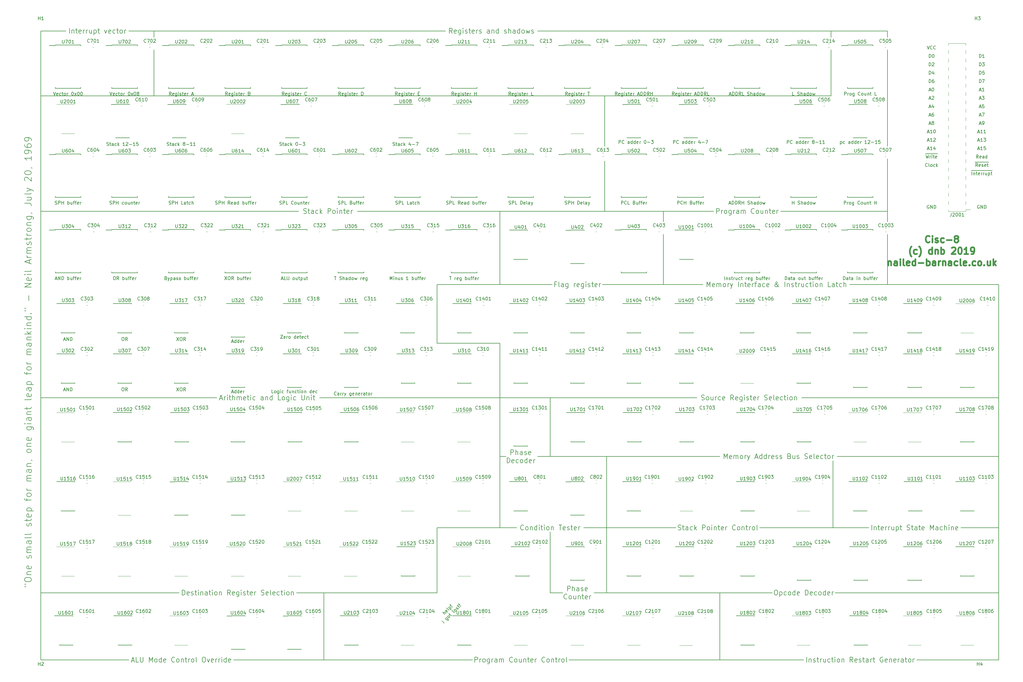
<source format=gbr>
G04 #@! TF.GenerationSoftware,KiCad,Pcbnew,5.1.2-f72e74a~84~ubuntu18.04.1*
G04 #@! TF.CreationDate,2019-07-21T21:18:24+01:00*
G04 #@! TF.ProjectId,cisc-8,63697363-2d38-42e6-9b69-6361645f7063,rev?*
G04 #@! TF.SameCoordinates,Original*
G04 #@! TF.FileFunction,Legend,Top*
G04 #@! TF.FilePolarity,Positive*
%FSLAX46Y46*%
G04 Gerber Fmt 4.6, Leading zero omitted, Abs format (unit mm)*
G04 Created by KiCad (PCBNEW 5.1.2-f72e74a~84~ubuntu18.04.1) date 2019-07-21 21:18:24*
%MOMM*%
%LPD*%
G04 APERTURE LIST*
%ADD10C,0.150000*%
%ADD11C,0.500000*%
%ADD12C,0.200000*%
%ADD13C,0.120000*%
G04 APERTURE END LIST*
D10*
X185420000Y-127635000D02*
X187325000Y-127635000D01*
X187325000Y-161925000D02*
X189230000Y-161925000D01*
X43354761Y-201397619D02*
X43735714Y-201397619D01*
X43354761Y-200635714D02*
X43735714Y-200635714D01*
X43354761Y-199397619D02*
X43354761Y-199016666D01*
X43449999Y-198826190D01*
X43640476Y-198635714D01*
X44021428Y-198540476D01*
X44688095Y-198540476D01*
X45069047Y-198635714D01*
X45259523Y-198826190D01*
X45354761Y-199016666D01*
X45354761Y-199397619D01*
X45259523Y-199588095D01*
X45069047Y-199778571D01*
X44688095Y-199873809D01*
X44021428Y-199873809D01*
X43640476Y-199778571D01*
X43449999Y-199588095D01*
X43354761Y-199397619D01*
X44021428Y-197683333D02*
X45354761Y-197683333D01*
X44211904Y-197683333D02*
X44116666Y-197588095D01*
X44021428Y-197397619D01*
X44021428Y-197111904D01*
X44116666Y-196921428D01*
X44307142Y-196826190D01*
X45354761Y-196826190D01*
X45259523Y-195111904D02*
X45354761Y-195302380D01*
X45354761Y-195683333D01*
X45259523Y-195873809D01*
X45069047Y-195969047D01*
X44307142Y-195969047D01*
X44116666Y-195873809D01*
X44021428Y-195683333D01*
X44021428Y-195302380D01*
X44116666Y-195111904D01*
X44307142Y-195016666D01*
X44497619Y-195016666D01*
X44688095Y-195969047D01*
X45259523Y-192730952D02*
X45354761Y-192540476D01*
X45354761Y-192159523D01*
X45259523Y-191969047D01*
X45069047Y-191873809D01*
X44973809Y-191873809D01*
X44783333Y-191969047D01*
X44688095Y-192159523D01*
X44688095Y-192445238D01*
X44592857Y-192635714D01*
X44402380Y-192730952D01*
X44307142Y-192730952D01*
X44116666Y-192635714D01*
X44021428Y-192445238D01*
X44021428Y-192159523D01*
X44116666Y-191969047D01*
X45354761Y-191016666D02*
X44021428Y-191016666D01*
X44211904Y-191016666D02*
X44116666Y-190921428D01*
X44021428Y-190730952D01*
X44021428Y-190445238D01*
X44116666Y-190254761D01*
X44307142Y-190159523D01*
X45354761Y-190159523D01*
X44307142Y-190159523D02*
X44116666Y-190064285D01*
X44021428Y-189873809D01*
X44021428Y-189588095D01*
X44116666Y-189397619D01*
X44307142Y-189302380D01*
X45354761Y-189302380D01*
X45354761Y-187492857D02*
X44307142Y-187492857D01*
X44116666Y-187588095D01*
X44021428Y-187778571D01*
X44021428Y-188159523D01*
X44116666Y-188349999D01*
X45259523Y-187492857D02*
X45354761Y-187683333D01*
X45354761Y-188159523D01*
X45259523Y-188349999D01*
X45069047Y-188445238D01*
X44878571Y-188445238D01*
X44688095Y-188349999D01*
X44592857Y-188159523D01*
X44592857Y-187683333D01*
X44497619Y-187492857D01*
X45354761Y-186254761D02*
X45259523Y-186445238D01*
X45069047Y-186540476D01*
X43354761Y-186540476D01*
X45354761Y-185207142D02*
X45259523Y-185397619D01*
X45069047Y-185492857D01*
X43354761Y-185492857D01*
X45259523Y-183016666D02*
X45354761Y-182826190D01*
X45354761Y-182445238D01*
X45259523Y-182254761D01*
X45069047Y-182159523D01*
X44973809Y-182159523D01*
X44783333Y-182254761D01*
X44688095Y-182445238D01*
X44688095Y-182730952D01*
X44592857Y-182921428D01*
X44402380Y-183016666D01*
X44307142Y-183016666D01*
X44116666Y-182921428D01*
X44021428Y-182730952D01*
X44021428Y-182445238D01*
X44116666Y-182254761D01*
X44021428Y-181588095D02*
X44021428Y-180826190D01*
X43354761Y-181302380D02*
X45069047Y-181302380D01*
X45259523Y-181207142D01*
X45354761Y-181016666D01*
X45354761Y-180826190D01*
X45259523Y-179397619D02*
X45354761Y-179588095D01*
X45354761Y-179969047D01*
X45259523Y-180159523D01*
X45069047Y-180254761D01*
X44307142Y-180254761D01*
X44116666Y-180159523D01*
X44021428Y-179969047D01*
X44021428Y-179588095D01*
X44116666Y-179397619D01*
X44307142Y-179302380D01*
X44497619Y-179302380D01*
X44688095Y-180254761D01*
X44021428Y-178445238D02*
X46021428Y-178445238D01*
X44116666Y-178445238D02*
X44021428Y-178254761D01*
X44021428Y-177873809D01*
X44116666Y-177683333D01*
X44211904Y-177588095D01*
X44402380Y-177492857D01*
X44973809Y-177492857D01*
X45164285Y-177588095D01*
X45259523Y-177683333D01*
X45354761Y-177873809D01*
X45354761Y-178254761D01*
X45259523Y-178445238D01*
X44021428Y-175397619D02*
X44021428Y-174635714D01*
X45354761Y-175111904D02*
X43640476Y-175111904D01*
X43450000Y-175016666D01*
X43354761Y-174826190D01*
X43354761Y-174635714D01*
X45354761Y-173683333D02*
X45259523Y-173873809D01*
X45164285Y-173969047D01*
X44973809Y-174064285D01*
X44402380Y-174064285D01*
X44211904Y-173969047D01*
X44116666Y-173873809D01*
X44021428Y-173683333D01*
X44021428Y-173397619D01*
X44116666Y-173207142D01*
X44211904Y-173111904D01*
X44402380Y-173016666D01*
X44973809Y-173016666D01*
X45164285Y-173111904D01*
X45259523Y-173207142D01*
X45354761Y-173397619D01*
X45354761Y-173683333D01*
X45354761Y-172159523D02*
X44021428Y-172159523D01*
X44402380Y-172159523D02*
X44211904Y-172064285D01*
X44116666Y-171969047D01*
X44021428Y-171778571D01*
X44021428Y-171588095D01*
X45354761Y-169397619D02*
X44021428Y-169397619D01*
X44211904Y-169397619D02*
X44116666Y-169302380D01*
X44021428Y-169111904D01*
X44021428Y-168826190D01*
X44116666Y-168635714D01*
X44307142Y-168540476D01*
X45354761Y-168540476D01*
X44307142Y-168540476D02*
X44116666Y-168445238D01*
X44021428Y-168254761D01*
X44021428Y-167969047D01*
X44116666Y-167778571D01*
X44307142Y-167683333D01*
X45354761Y-167683333D01*
X45354761Y-165873809D02*
X44307142Y-165873809D01*
X44116666Y-165969047D01*
X44021428Y-166159523D01*
X44021428Y-166540476D01*
X44116666Y-166730952D01*
X45259523Y-165873809D02*
X45354761Y-166064285D01*
X45354761Y-166540476D01*
X45259523Y-166730952D01*
X45069047Y-166826190D01*
X44878571Y-166826190D01*
X44688095Y-166730952D01*
X44592857Y-166540476D01*
X44592857Y-166064285D01*
X44497619Y-165873809D01*
X44021428Y-164921428D02*
X45354761Y-164921428D01*
X44211904Y-164921428D02*
X44116666Y-164826190D01*
X44021428Y-164635714D01*
X44021428Y-164349999D01*
X44116666Y-164159523D01*
X44307142Y-164064285D01*
X45354761Y-164064285D01*
X45259523Y-163016666D02*
X45354761Y-163016666D01*
X45545238Y-163111904D01*
X45640476Y-163207142D01*
X45354761Y-160349999D02*
X45259523Y-160540476D01*
X45164285Y-160635714D01*
X44973809Y-160730952D01*
X44402380Y-160730952D01*
X44211904Y-160635714D01*
X44116666Y-160540476D01*
X44021428Y-160349999D01*
X44021428Y-160064285D01*
X44116666Y-159873809D01*
X44211904Y-159778571D01*
X44402380Y-159683333D01*
X44973809Y-159683333D01*
X45164285Y-159778571D01*
X45259523Y-159873809D01*
X45354761Y-160064285D01*
X45354761Y-160349999D01*
X44021428Y-158826190D02*
X45354761Y-158826190D01*
X44211904Y-158826190D02*
X44116666Y-158730952D01*
X44021428Y-158540476D01*
X44021428Y-158254761D01*
X44116666Y-158064285D01*
X44307142Y-157969047D01*
X45354761Y-157969047D01*
X45259523Y-156254761D02*
X45354761Y-156445238D01*
X45354761Y-156826190D01*
X45259523Y-157016666D01*
X45069047Y-157111904D01*
X44307142Y-157111904D01*
X44116666Y-157016666D01*
X44021428Y-156826190D01*
X44021428Y-156445238D01*
X44116666Y-156254761D01*
X44307142Y-156159523D01*
X44497619Y-156159523D01*
X44688095Y-157111904D01*
X44021428Y-152921428D02*
X45640476Y-152921428D01*
X45830952Y-153016666D01*
X45926190Y-153111904D01*
X46021428Y-153302380D01*
X46021428Y-153588095D01*
X45926190Y-153778571D01*
X45259523Y-152921428D02*
X45354761Y-153111904D01*
X45354761Y-153492857D01*
X45259523Y-153683333D01*
X45164285Y-153778571D01*
X44973809Y-153873809D01*
X44402380Y-153873809D01*
X44211904Y-153778571D01*
X44116666Y-153683333D01*
X44021428Y-153492857D01*
X44021428Y-153111904D01*
X44116666Y-152921428D01*
X45354761Y-151969047D02*
X44021428Y-151969047D01*
X43354761Y-151969047D02*
X43450000Y-152064285D01*
X43545238Y-151969047D01*
X43450000Y-151873809D01*
X43354761Y-151969047D01*
X43545238Y-151969047D01*
X45354761Y-150159523D02*
X44307142Y-150159523D01*
X44116666Y-150254761D01*
X44021428Y-150445238D01*
X44021428Y-150826190D01*
X44116666Y-151016666D01*
X45259523Y-150159523D02*
X45354761Y-150350000D01*
X45354761Y-150826190D01*
X45259523Y-151016666D01*
X45069047Y-151111904D01*
X44878571Y-151111904D01*
X44688095Y-151016666D01*
X44592857Y-150826190D01*
X44592857Y-150350000D01*
X44497619Y-150159523D01*
X44021428Y-149207142D02*
X45354761Y-149207142D01*
X44211904Y-149207142D02*
X44116666Y-149111904D01*
X44021428Y-148921428D01*
X44021428Y-148635714D01*
X44116666Y-148445238D01*
X44307142Y-148350000D01*
X45354761Y-148350000D01*
X44021428Y-147683333D02*
X44021428Y-146921428D01*
X43354761Y-147397619D02*
X45069047Y-147397619D01*
X45259523Y-147302380D01*
X45354761Y-147111904D01*
X45354761Y-146921428D01*
X45354761Y-144445238D02*
X45259523Y-144635714D01*
X45069047Y-144730952D01*
X43354761Y-144730952D01*
X45259523Y-142921428D02*
X45354761Y-143111904D01*
X45354761Y-143492857D01*
X45259523Y-143683333D01*
X45069047Y-143778571D01*
X44307142Y-143778571D01*
X44116666Y-143683333D01*
X44021428Y-143492857D01*
X44021428Y-143111904D01*
X44116666Y-142921428D01*
X44307142Y-142826190D01*
X44497619Y-142826190D01*
X44688095Y-143778571D01*
X45354761Y-141111904D02*
X44307142Y-141111904D01*
X44116666Y-141207142D01*
X44021428Y-141397619D01*
X44021428Y-141778571D01*
X44116666Y-141969047D01*
X45259523Y-141111904D02*
X45354761Y-141302380D01*
X45354761Y-141778571D01*
X45259523Y-141969047D01*
X45069047Y-142064285D01*
X44878571Y-142064285D01*
X44688095Y-141969047D01*
X44592857Y-141778571D01*
X44592857Y-141302380D01*
X44497619Y-141111904D01*
X44021428Y-140159523D02*
X46021428Y-140159523D01*
X44116666Y-140159523D02*
X44021428Y-139969047D01*
X44021428Y-139588095D01*
X44116666Y-139397619D01*
X44211904Y-139302380D01*
X44402380Y-139207142D01*
X44973809Y-139207142D01*
X45164285Y-139302380D01*
X45259523Y-139397619D01*
X45354761Y-139588095D01*
X45354761Y-139969047D01*
X45259523Y-140159523D01*
X44021428Y-137111904D02*
X44021428Y-136350000D01*
X45354761Y-136826190D02*
X43640476Y-136826190D01*
X43450000Y-136730952D01*
X43354761Y-136540476D01*
X43354761Y-136350000D01*
X45354761Y-135397619D02*
X45259523Y-135588095D01*
X45164285Y-135683333D01*
X44973809Y-135778571D01*
X44402380Y-135778571D01*
X44211904Y-135683333D01*
X44116666Y-135588095D01*
X44021428Y-135397619D01*
X44021428Y-135111904D01*
X44116666Y-134921428D01*
X44211904Y-134826190D01*
X44402380Y-134730952D01*
X44973809Y-134730952D01*
X45164285Y-134826190D01*
X45259523Y-134921428D01*
X45354761Y-135111904D01*
X45354761Y-135397619D01*
X45354761Y-133873809D02*
X44021428Y-133873809D01*
X44402380Y-133873809D02*
X44211904Y-133778571D01*
X44116666Y-133683333D01*
X44021428Y-133492857D01*
X44021428Y-133302380D01*
X45354761Y-131111904D02*
X44021428Y-131111904D01*
X44211904Y-131111904D02*
X44116666Y-131016666D01*
X44021428Y-130826190D01*
X44021428Y-130540476D01*
X44116666Y-130350000D01*
X44307142Y-130254761D01*
X45354761Y-130254761D01*
X44307142Y-130254761D02*
X44116666Y-130159523D01*
X44021428Y-129969047D01*
X44021428Y-129683333D01*
X44116666Y-129492857D01*
X44307142Y-129397619D01*
X45354761Y-129397619D01*
X45354761Y-127588095D02*
X44307142Y-127588095D01*
X44116666Y-127683333D01*
X44021428Y-127873809D01*
X44021428Y-128254761D01*
X44116666Y-128445238D01*
X45259523Y-127588095D02*
X45354761Y-127778571D01*
X45354761Y-128254761D01*
X45259523Y-128445238D01*
X45069047Y-128540476D01*
X44878571Y-128540476D01*
X44688095Y-128445238D01*
X44592857Y-128254761D01*
X44592857Y-127778571D01*
X44497619Y-127588095D01*
X44021428Y-126635714D02*
X45354761Y-126635714D01*
X44211904Y-126635714D02*
X44116666Y-126540476D01*
X44021428Y-126350000D01*
X44021428Y-126064285D01*
X44116666Y-125873809D01*
X44307142Y-125778571D01*
X45354761Y-125778571D01*
X45354761Y-124826190D02*
X43354761Y-124826190D01*
X44592857Y-124635714D02*
X45354761Y-124064285D01*
X44021428Y-124064285D02*
X44783333Y-124826190D01*
X45354761Y-123207142D02*
X44021428Y-123207142D01*
X43354761Y-123207142D02*
X43450000Y-123302380D01*
X43545238Y-123207142D01*
X43450000Y-123111904D01*
X43354761Y-123207142D01*
X43545238Y-123207142D01*
X44021428Y-122254761D02*
X45354761Y-122254761D01*
X44211904Y-122254761D02*
X44116666Y-122159523D01*
X44021428Y-121969047D01*
X44021428Y-121683333D01*
X44116666Y-121492857D01*
X44307142Y-121397619D01*
X45354761Y-121397619D01*
X45354761Y-119588095D02*
X43354761Y-119588095D01*
X45259523Y-119588095D02*
X45354761Y-119778571D01*
X45354761Y-120159523D01*
X45259523Y-120350000D01*
X45164285Y-120445238D01*
X44973809Y-120540476D01*
X44402380Y-120540476D01*
X44211904Y-120445238D01*
X44116666Y-120350000D01*
X44021428Y-120159523D01*
X44021428Y-119778571D01*
X44116666Y-119588095D01*
X45164285Y-118635714D02*
X45259523Y-118540476D01*
X45354761Y-118635714D01*
X45259523Y-118730952D01*
X45164285Y-118635714D01*
X45354761Y-118635714D01*
X43354761Y-117778571D02*
X43735714Y-117778571D01*
X43354761Y-117016666D02*
X43735714Y-117016666D01*
X44592857Y-114635714D02*
X44592857Y-113111904D01*
X45354761Y-110635714D02*
X43354761Y-110635714D01*
X45354761Y-109492857D01*
X43354761Y-109492857D01*
X45259523Y-107778571D02*
X45354761Y-107969047D01*
X45354761Y-108350000D01*
X45259523Y-108540476D01*
X45069047Y-108635714D01*
X44307142Y-108635714D01*
X44116666Y-108540476D01*
X44021428Y-108350000D01*
X44021428Y-107969047D01*
X44116666Y-107778571D01*
X44307142Y-107683333D01*
X44497619Y-107683333D01*
X44688095Y-108635714D01*
X45354761Y-106826190D02*
X44021428Y-106826190D01*
X43354761Y-106826190D02*
X43450000Y-106921428D01*
X43545238Y-106826190D01*
X43450000Y-106730952D01*
X43354761Y-106826190D01*
X43545238Y-106826190D01*
X45354761Y-105588095D02*
X45259523Y-105778571D01*
X45069047Y-105873809D01*
X43354761Y-105873809D01*
X44783333Y-103397619D02*
X44783333Y-102445238D01*
X45354761Y-103588095D02*
X43354761Y-102921428D01*
X45354761Y-102254761D01*
X45354761Y-101588095D02*
X44021428Y-101588095D01*
X44402380Y-101588095D02*
X44211904Y-101492857D01*
X44116666Y-101397619D01*
X44021428Y-101207142D01*
X44021428Y-101016666D01*
X45354761Y-100350000D02*
X44021428Y-100350000D01*
X44211904Y-100350000D02*
X44116666Y-100254761D01*
X44021428Y-100064285D01*
X44021428Y-99778571D01*
X44116666Y-99588095D01*
X44307142Y-99492857D01*
X45354761Y-99492857D01*
X44307142Y-99492857D02*
X44116666Y-99397619D01*
X44021428Y-99207142D01*
X44021428Y-98921428D01*
X44116666Y-98730952D01*
X44307142Y-98635714D01*
X45354761Y-98635714D01*
X45259523Y-97778571D02*
X45354761Y-97588095D01*
X45354761Y-97207142D01*
X45259523Y-97016666D01*
X45069047Y-96921428D01*
X44973809Y-96921428D01*
X44783333Y-97016666D01*
X44688095Y-97207142D01*
X44688095Y-97492857D01*
X44592857Y-97683333D01*
X44402380Y-97778571D01*
X44307142Y-97778571D01*
X44116666Y-97683333D01*
X44021428Y-97492857D01*
X44021428Y-97207142D01*
X44116666Y-97016666D01*
X44021428Y-96350000D02*
X44021428Y-95588095D01*
X43354761Y-96064285D02*
X45069047Y-96064285D01*
X45259523Y-95969047D01*
X45354761Y-95778571D01*
X45354761Y-95588095D01*
X45354761Y-94921428D02*
X44021428Y-94921428D01*
X44402380Y-94921428D02*
X44211904Y-94826190D01*
X44116666Y-94730952D01*
X44021428Y-94540476D01*
X44021428Y-94350000D01*
X45354761Y-93397619D02*
X45259523Y-93588095D01*
X45164285Y-93683333D01*
X44973809Y-93778571D01*
X44402380Y-93778571D01*
X44211904Y-93683333D01*
X44116666Y-93588095D01*
X44021428Y-93397619D01*
X44021428Y-93111904D01*
X44116666Y-92921428D01*
X44211904Y-92826190D01*
X44402380Y-92730952D01*
X44973809Y-92730952D01*
X45164285Y-92826190D01*
X45259523Y-92921428D01*
X45354761Y-93111904D01*
X45354761Y-93397619D01*
X44021428Y-91873809D02*
X45354761Y-91873809D01*
X44211904Y-91873809D02*
X44116666Y-91778571D01*
X44021428Y-91588095D01*
X44021428Y-91302380D01*
X44116666Y-91111904D01*
X44307142Y-91016666D01*
X45354761Y-91016666D01*
X44021428Y-89207142D02*
X45640476Y-89207142D01*
X45830952Y-89302380D01*
X45926190Y-89397619D01*
X46021428Y-89588095D01*
X46021428Y-89873809D01*
X45926190Y-90064285D01*
X45259523Y-89207142D02*
X45354761Y-89397619D01*
X45354761Y-89778571D01*
X45259523Y-89969047D01*
X45164285Y-90064285D01*
X44973809Y-90159523D01*
X44402380Y-90159523D01*
X44211904Y-90064285D01*
X44116666Y-89969047D01*
X44021428Y-89778571D01*
X44021428Y-89397619D01*
X44116666Y-89207142D01*
X45259523Y-88159523D02*
X45354761Y-88159523D01*
X45545238Y-88254761D01*
X45640476Y-88350000D01*
X43354761Y-85207142D02*
X44783333Y-85207142D01*
X45069047Y-85302380D01*
X45259523Y-85492857D01*
X45354761Y-85778571D01*
X45354761Y-85969047D01*
X44021428Y-83397619D02*
X45354761Y-83397619D01*
X44021428Y-84254761D02*
X45069047Y-84254761D01*
X45259523Y-84159523D01*
X45354761Y-83969047D01*
X45354761Y-83683333D01*
X45259523Y-83492857D01*
X45164285Y-83397619D01*
X45354761Y-82159523D02*
X45259523Y-82350000D01*
X45069047Y-82445238D01*
X43354761Y-82445238D01*
X44021428Y-81588095D02*
X45354761Y-81111904D01*
X44021428Y-80635714D02*
X45354761Y-81111904D01*
X45830952Y-81302380D01*
X45926190Y-81397619D01*
X46021428Y-81588095D01*
X43545238Y-78445238D02*
X43450000Y-78350000D01*
X43354761Y-78159523D01*
X43354761Y-77683333D01*
X43450000Y-77492857D01*
X43545238Y-77397619D01*
X43735714Y-77302380D01*
X43926190Y-77302380D01*
X44211904Y-77397619D01*
X45354761Y-78540476D01*
X45354761Y-77302380D01*
X43354761Y-76064285D02*
X43354761Y-75873809D01*
X43450000Y-75683333D01*
X43545238Y-75588095D01*
X43735714Y-75492857D01*
X44116666Y-75397619D01*
X44592857Y-75397619D01*
X44973809Y-75492857D01*
X45164285Y-75588095D01*
X45259523Y-75683333D01*
X45354761Y-75873809D01*
X45354761Y-76064285D01*
X45259523Y-76254761D01*
X45164285Y-76350000D01*
X44973809Y-76445238D01*
X44592857Y-76540476D01*
X44116666Y-76540476D01*
X43735714Y-76445238D01*
X43545238Y-76350000D01*
X43450000Y-76254761D01*
X43354761Y-76064285D01*
X45259523Y-74445238D02*
X45354761Y-74445238D01*
X45545238Y-74540476D01*
X45640476Y-74635714D01*
X45354761Y-71016666D02*
X45354761Y-72159523D01*
X45354761Y-71588095D02*
X43354761Y-71588095D01*
X43640476Y-71778571D01*
X43830952Y-71969047D01*
X43926190Y-72159523D01*
X45354761Y-70064285D02*
X45354761Y-69683333D01*
X45259523Y-69492857D01*
X45164285Y-69397619D01*
X44878571Y-69207142D01*
X44497619Y-69111904D01*
X43735714Y-69111904D01*
X43545238Y-69207142D01*
X43450000Y-69302380D01*
X43354761Y-69492857D01*
X43354761Y-69873809D01*
X43450000Y-70064285D01*
X43545238Y-70159523D01*
X43735714Y-70254761D01*
X44211904Y-70254761D01*
X44402380Y-70159523D01*
X44497619Y-70064285D01*
X44592857Y-69873809D01*
X44592857Y-69492857D01*
X44497619Y-69302380D01*
X44402380Y-69207142D01*
X44211904Y-69111904D01*
X43354761Y-67397619D02*
X43354761Y-67778571D01*
X43450000Y-67969047D01*
X43545238Y-68064285D01*
X43830952Y-68254761D01*
X44211904Y-68350000D01*
X44973809Y-68350000D01*
X45164285Y-68254761D01*
X45259523Y-68159523D01*
X45354761Y-67969047D01*
X45354761Y-67588095D01*
X45259523Y-67397619D01*
X45164285Y-67302380D01*
X44973809Y-67207142D01*
X44497619Y-67207142D01*
X44307142Y-67302380D01*
X44211904Y-67397619D01*
X44116666Y-67588095D01*
X44116666Y-67969047D01*
X44211904Y-68159523D01*
X44307142Y-68254761D01*
X44497619Y-68350000D01*
X45354761Y-66254761D02*
X45354761Y-65873809D01*
X45259523Y-65683333D01*
X45164285Y-65588095D01*
X44878571Y-65397619D01*
X44497619Y-65302380D01*
X43735714Y-65302380D01*
X43545238Y-65397619D01*
X43450000Y-65492857D01*
X43354761Y-65683333D01*
X43354761Y-66064285D01*
X43450000Y-66254761D01*
X43545238Y-66350000D01*
X43735714Y-66445238D01*
X44211904Y-66445238D01*
X44402380Y-66350000D01*
X44497619Y-66254761D01*
X44592857Y-66064285D01*
X44592857Y-65683333D01*
X44497619Y-65492857D01*
X44402380Y-65397619D01*
X44211904Y-65302380D01*
X168275000Y-201295000D02*
X168275000Y-203200000D01*
X133985000Y-203200000D02*
X133985000Y-223520000D01*
D11*
X317595714Y-96909285D02*
X317500476Y-97004523D01*
X317214761Y-97099761D01*
X317024285Y-97099761D01*
X316738571Y-97004523D01*
X316548095Y-96814047D01*
X316452857Y-96623571D01*
X316357619Y-96242619D01*
X316357619Y-95956904D01*
X316452857Y-95575952D01*
X316548095Y-95385476D01*
X316738571Y-95195000D01*
X317024285Y-95099761D01*
X317214761Y-95099761D01*
X317500476Y-95195000D01*
X317595714Y-95290238D01*
X318452857Y-97099761D02*
X318452857Y-95766428D01*
X318452857Y-95099761D02*
X318357619Y-95195000D01*
X318452857Y-95290238D01*
X318548095Y-95195000D01*
X318452857Y-95099761D01*
X318452857Y-95290238D01*
X319310000Y-97004523D02*
X319500476Y-97099761D01*
X319881428Y-97099761D01*
X320071904Y-97004523D01*
X320167142Y-96814047D01*
X320167142Y-96718809D01*
X320071904Y-96528333D01*
X319881428Y-96433095D01*
X319595714Y-96433095D01*
X319405238Y-96337857D01*
X319310000Y-96147380D01*
X319310000Y-96052142D01*
X319405238Y-95861666D01*
X319595714Y-95766428D01*
X319881428Y-95766428D01*
X320071904Y-95861666D01*
X321881428Y-97004523D02*
X321690952Y-97099761D01*
X321310000Y-97099761D01*
X321119523Y-97004523D01*
X321024285Y-96909285D01*
X320929047Y-96718809D01*
X320929047Y-96147380D01*
X321024285Y-95956904D01*
X321119523Y-95861666D01*
X321310000Y-95766428D01*
X321690952Y-95766428D01*
X321881428Y-95861666D01*
X322738571Y-96337857D02*
X324262380Y-96337857D01*
X325500476Y-95956904D02*
X325310000Y-95861666D01*
X325214761Y-95766428D01*
X325119523Y-95575952D01*
X325119523Y-95480714D01*
X325214761Y-95290238D01*
X325310000Y-95195000D01*
X325500476Y-95099761D01*
X325881428Y-95099761D01*
X326071904Y-95195000D01*
X326167142Y-95290238D01*
X326262380Y-95480714D01*
X326262380Y-95575952D01*
X326167142Y-95766428D01*
X326071904Y-95861666D01*
X325881428Y-95956904D01*
X325500476Y-95956904D01*
X325310000Y-96052142D01*
X325214761Y-96147380D01*
X325119523Y-96337857D01*
X325119523Y-96718809D01*
X325214761Y-96909285D01*
X325310000Y-97004523D01*
X325500476Y-97099761D01*
X325881428Y-97099761D01*
X326071904Y-97004523D01*
X326167142Y-96909285D01*
X326262380Y-96718809D01*
X326262380Y-96337857D01*
X326167142Y-96147380D01*
X326071904Y-96052142D01*
X325881428Y-95956904D01*
X312119523Y-101361666D02*
X312024285Y-101266428D01*
X311833809Y-100980714D01*
X311738571Y-100790238D01*
X311643333Y-100504523D01*
X311548095Y-100028333D01*
X311548095Y-99647380D01*
X311643333Y-99171190D01*
X311738571Y-98885476D01*
X311833809Y-98695000D01*
X312024285Y-98409285D01*
X312119523Y-98314047D01*
X313738571Y-100504523D02*
X313548095Y-100599761D01*
X313167142Y-100599761D01*
X312976666Y-100504523D01*
X312881428Y-100409285D01*
X312786190Y-100218809D01*
X312786190Y-99647380D01*
X312881428Y-99456904D01*
X312976666Y-99361666D01*
X313167142Y-99266428D01*
X313548095Y-99266428D01*
X313738571Y-99361666D01*
X314405238Y-101361666D02*
X314500476Y-101266428D01*
X314690952Y-100980714D01*
X314786190Y-100790238D01*
X314881428Y-100504523D01*
X314976666Y-100028333D01*
X314976666Y-99647380D01*
X314881428Y-99171190D01*
X314786190Y-98885476D01*
X314690952Y-98695000D01*
X314500476Y-98409285D01*
X314405238Y-98314047D01*
X318310000Y-100599761D02*
X318310000Y-98599761D01*
X318310000Y-100504523D02*
X318119523Y-100599761D01*
X317738571Y-100599761D01*
X317548095Y-100504523D01*
X317452857Y-100409285D01*
X317357619Y-100218809D01*
X317357619Y-99647380D01*
X317452857Y-99456904D01*
X317548095Y-99361666D01*
X317738571Y-99266428D01*
X318119523Y-99266428D01*
X318310000Y-99361666D01*
X319262380Y-99266428D02*
X319262380Y-100599761D01*
X319262380Y-99456904D02*
X319357619Y-99361666D01*
X319548095Y-99266428D01*
X319833809Y-99266428D01*
X320024285Y-99361666D01*
X320119523Y-99552142D01*
X320119523Y-100599761D01*
X321071904Y-100599761D02*
X321071904Y-98599761D01*
X321071904Y-99361666D02*
X321262380Y-99266428D01*
X321643333Y-99266428D01*
X321833809Y-99361666D01*
X321929047Y-99456904D01*
X322024285Y-99647380D01*
X322024285Y-100218809D01*
X321929047Y-100409285D01*
X321833809Y-100504523D01*
X321643333Y-100599761D01*
X321262380Y-100599761D01*
X321071904Y-100504523D01*
X324310000Y-98790238D02*
X324405238Y-98695000D01*
X324595714Y-98599761D01*
X325071904Y-98599761D01*
X325262380Y-98695000D01*
X325357619Y-98790238D01*
X325452857Y-98980714D01*
X325452857Y-99171190D01*
X325357619Y-99456904D01*
X324214761Y-100599761D01*
X325452857Y-100599761D01*
X326690952Y-98599761D02*
X326881428Y-98599761D01*
X327071904Y-98695000D01*
X327167142Y-98790238D01*
X327262380Y-98980714D01*
X327357619Y-99361666D01*
X327357619Y-99837857D01*
X327262380Y-100218809D01*
X327167142Y-100409285D01*
X327071904Y-100504523D01*
X326881428Y-100599761D01*
X326690952Y-100599761D01*
X326500476Y-100504523D01*
X326405238Y-100409285D01*
X326310000Y-100218809D01*
X326214761Y-99837857D01*
X326214761Y-99361666D01*
X326310000Y-98980714D01*
X326405238Y-98790238D01*
X326500476Y-98695000D01*
X326690952Y-98599761D01*
X329262380Y-100599761D02*
X328119523Y-100599761D01*
X328690952Y-100599761D02*
X328690952Y-98599761D01*
X328500476Y-98885476D01*
X328310000Y-99075952D01*
X328119523Y-99171190D01*
X330214761Y-100599761D02*
X330595714Y-100599761D01*
X330786190Y-100504523D01*
X330881428Y-100409285D01*
X331071904Y-100123571D01*
X331167142Y-99742619D01*
X331167142Y-98980714D01*
X331071904Y-98790238D01*
X330976666Y-98695000D01*
X330786190Y-98599761D01*
X330405238Y-98599761D01*
X330214761Y-98695000D01*
X330119523Y-98790238D01*
X330024285Y-98980714D01*
X330024285Y-99456904D01*
X330119523Y-99647380D01*
X330214761Y-99742619D01*
X330405238Y-99837857D01*
X330786190Y-99837857D01*
X330976666Y-99742619D01*
X331071904Y-99647380D01*
X331167142Y-99456904D01*
X305071904Y-102766428D02*
X305071904Y-104099761D01*
X305071904Y-102956904D02*
X305167142Y-102861666D01*
X305357619Y-102766428D01*
X305643333Y-102766428D01*
X305833809Y-102861666D01*
X305929047Y-103052142D01*
X305929047Y-104099761D01*
X307738571Y-104099761D02*
X307738571Y-103052142D01*
X307643333Y-102861666D01*
X307452857Y-102766428D01*
X307071904Y-102766428D01*
X306881428Y-102861666D01*
X307738571Y-104004523D02*
X307548095Y-104099761D01*
X307071904Y-104099761D01*
X306881428Y-104004523D01*
X306786190Y-103814047D01*
X306786190Y-103623571D01*
X306881428Y-103433095D01*
X307071904Y-103337857D01*
X307548095Y-103337857D01*
X307738571Y-103242619D01*
X308690952Y-104099761D02*
X308690952Y-102766428D01*
X308690952Y-102099761D02*
X308595714Y-102195000D01*
X308690952Y-102290238D01*
X308786190Y-102195000D01*
X308690952Y-102099761D01*
X308690952Y-102290238D01*
X309929047Y-104099761D02*
X309738571Y-104004523D01*
X309643333Y-103814047D01*
X309643333Y-102099761D01*
X311452857Y-104004523D02*
X311262380Y-104099761D01*
X310881428Y-104099761D01*
X310690952Y-104004523D01*
X310595714Y-103814047D01*
X310595714Y-103052142D01*
X310690952Y-102861666D01*
X310881428Y-102766428D01*
X311262380Y-102766428D01*
X311452857Y-102861666D01*
X311548095Y-103052142D01*
X311548095Y-103242619D01*
X310595714Y-103433095D01*
X313262380Y-104099761D02*
X313262380Y-102099761D01*
X313262380Y-104004523D02*
X313071904Y-104099761D01*
X312690952Y-104099761D01*
X312500476Y-104004523D01*
X312405238Y-103909285D01*
X312310000Y-103718809D01*
X312310000Y-103147380D01*
X312405238Y-102956904D01*
X312500476Y-102861666D01*
X312690952Y-102766428D01*
X313071904Y-102766428D01*
X313262380Y-102861666D01*
X314214761Y-103337857D02*
X315738571Y-103337857D01*
X316690952Y-104099761D02*
X316690952Y-102099761D01*
X316690952Y-102861666D02*
X316881428Y-102766428D01*
X317262380Y-102766428D01*
X317452857Y-102861666D01*
X317548095Y-102956904D01*
X317643333Y-103147380D01*
X317643333Y-103718809D01*
X317548095Y-103909285D01*
X317452857Y-104004523D01*
X317262380Y-104099761D01*
X316881428Y-104099761D01*
X316690952Y-104004523D01*
X319357619Y-104099761D02*
X319357619Y-103052142D01*
X319262380Y-102861666D01*
X319071904Y-102766428D01*
X318690952Y-102766428D01*
X318500476Y-102861666D01*
X319357619Y-104004523D02*
X319167142Y-104099761D01*
X318690952Y-104099761D01*
X318500476Y-104004523D01*
X318405238Y-103814047D01*
X318405238Y-103623571D01*
X318500476Y-103433095D01*
X318690952Y-103337857D01*
X319167142Y-103337857D01*
X319357619Y-103242619D01*
X320310000Y-104099761D02*
X320310000Y-102766428D01*
X320310000Y-103147380D02*
X320405238Y-102956904D01*
X320500476Y-102861666D01*
X320690952Y-102766428D01*
X320881428Y-102766428D01*
X321548095Y-102766428D02*
X321548095Y-104099761D01*
X321548095Y-102956904D02*
X321643333Y-102861666D01*
X321833809Y-102766428D01*
X322119523Y-102766428D01*
X322310000Y-102861666D01*
X322405238Y-103052142D01*
X322405238Y-104099761D01*
X324214761Y-104099761D02*
X324214761Y-103052142D01*
X324119523Y-102861666D01*
X323929047Y-102766428D01*
X323548095Y-102766428D01*
X323357619Y-102861666D01*
X324214761Y-104004523D02*
X324024285Y-104099761D01*
X323548095Y-104099761D01*
X323357619Y-104004523D01*
X323262380Y-103814047D01*
X323262380Y-103623571D01*
X323357619Y-103433095D01*
X323548095Y-103337857D01*
X324024285Y-103337857D01*
X324214761Y-103242619D01*
X326024285Y-104004523D02*
X325833809Y-104099761D01*
X325452857Y-104099761D01*
X325262380Y-104004523D01*
X325167142Y-103909285D01*
X325071904Y-103718809D01*
X325071904Y-103147380D01*
X325167142Y-102956904D01*
X325262380Y-102861666D01*
X325452857Y-102766428D01*
X325833809Y-102766428D01*
X326024285Y-102861666D01*
X327167142Y-104099761D02*
X326976666Y-104004523D01*
X326881428Y-103814047D01*
X326881428Y-102099761D01*
X328690952Y-104004523D02*
X328500476Y-104099761D01*
X328119523Y-104099761D01*
X327929047Y-104004523D01*
X327833809Y-103814047D01*
X327833809Y-103052142D01*
X327929047Y-102861666D01*
X328119523Y-102766428D01*
X328500476Y-102766428D01*
X328690952Y-102861666D01*
X328786190Y-103052142D01*
X328786190Y-103242619D01*
X327833809Y-103433095D01*
X329643333Y-103909285D02*
X329738571Y-104004523D01*
X329643333Y-104099761D01*
X329548095Y-104004523D01*
X329643333Y-103909285D01*
X329643333Y-104099761D01*
X331452857Y-104004523D02*
X331262380Y-104099761D01*
X330881428Y-104099761D01*
X330690952Y-104004523D01*
X330595714Y-103909285D01*
X330500476Y-103718809D01*
X330500476Y-103147380D01*
X330595714Y-102956904D01*
X330690952Y-102861666D01*
X330881428Y-102766428D01*
X331262380Y-102766428D01*
X331452857Y-102861666D01*
X332595714Y-104099761D02*
X332405238Y-104004523D01*
X332310000Y-103909285D01*
X332214761Y-103718809D01*
X332214761Y-103147380D01*
X332310000Y-102956904D01*
X332405238Y-102861666D01*
X332595714Y-102766428D01*
X332881428Y-102766428D01*
X333071904Y-102861666D01*
X333167142Y-102956904D01*
X333262380Y-103147380D01*
X333262380Y-103718809D01*
X333167142Y-103909285D01*
X333071904Y-104004523D01*
X332881428Y-104099761D01*
X332595714Y-104099761D01*
X334119523Y-103909285D02*
X334214761Y-104004523D01*
X334119523Y-104099761D01*
X334024285Y-104004523D01*
X334119523Y-103909285D01*
X334119523Y-104099761D01*
X335929047Y-102766428D02*
X335929047Y-104099761D01*
X335071904Y-102766428D02*
X335071904Y-103814047D01*
X335167142Y-104004523D01*
X335357619Y-104099761D01*
X335643333Y-104099761D01*
X335833809Y-104004523D01*
X335929047Y-103909285D01*
X336881428Y-104099761D02*
X336881428Y-102099761D01*
X337071904Y-103337857D02*
X337643333Y-104099761D01*
X337643333Y-102766428D02*
X336881428Y-103528333D01*
D10*
X332613095Y-85860000D02*
X332517857Y-85812380D01*
X332375000Y-85812380D01*
X332232142Y-85860000D01*
X332136904Y-85955238D01*
X332089285Y-86050476D01*
X332041666Y-86240952D01*
X332041666Y-86383809D01*
X332089285Y-86574285D01*
X332136904Y-86669523D01*
X332232142Y-86764761D01*
X332375000Y-86812380D01*
X332470238Y-86812380D01*
X332613095Y-86764761D01*
X332660714Y-86717142D01*
X332660714Y-86383809D01*
X332470238Y-86383809D01*
X333089285Y-86812380D02*
X333089285Y-85812380D01*
X333660714Y-86812380D01*
X333660714Y-85812380D01*
X334136904Y-86812380D02*
X334136904Y-85812380D01*
X334375000Y-85812380D01*
X334517857Y-85860000D01*
X334613095Y-85955238D01*
X334660714Y-86050476D01*
X334708333Y-86240952D01*
X334708333Y-86383809D01*
X334660714Y-86574285D01*
X334613095Y-86669523D01*
X334517857Y-86764761D01*
X334375000Y-86812380D01*
X334136904Y-86812380D01*
X317373095Y-85860000D02*
X317277857Y-85812380D01*
X317135000Y-85812380D01*
X316992142Y-85860000D01*
X316896904Y-85955238D01*
X316849285Y-86050476D01*
X316801666Y-86240952D01*
X316801666Y-86383809D01*
X316849285Y-86574285D01*
X316896904Y-86669523D01*
X316992142Y-86764761D01*
X317135000Y-86812380D01*
X317230238Y-86812380D01*
X317373095Y-86764761D01*
X317420714Y-86717142D01*
X317420714Y-86383809D01*
X317230238Y-86383809D01*
X317849285Y-86812380D02*
X317849285Y-85812380D01*
X318420714Y-86812380D01*
X318420714Y-85812380D01*
X318896904Y-86812380D02*
X318896904Y-85812380D01*
X319135000Y-85812380D01*
X319277857Y-85860000D01*
X319373095Y-85955238D01*
X319420714Y-86050476D01*
X319468333Y-86240952D01*
X319468333Y-86383809D01*
X319420714Y-86574285D01*
X319373095Y-86669523D01*
X319277857Y-86764761D01*
X319135000Y-86812380D01*
X318896904Y-86812380D01*
X330160714Y-75285000D02*
X330636904Y-75285000D01*
X330398809Y-76652380D02*
X330398809Y-75652380D01*
X330636904Y-75285000D02*
X331541666Y-75285000D01*
X330875000Y-75985714D02*
X330875000Y-76652380D01*
X330875000Y-76080952D02*
X330922619Y-76033333D01*
X331017857Y-75985714D01*
X331160714Y-75985714D01*
X331255952Y-76033333D01*
X331303571Y-76128571D01*
X331303571Y-76652380D01*
X331541666Y-75285000D02*
X332113095Y-75285000D01*
X331636904Y-75985714D02*
X332017857Y-75985714D01*
X331779761Y-75652380D02*
X331779761Y-76509523D01*
X331827380Y-76604761D01*
X331922619Y-76652380D01*
X332017857Y-76652380D01*
X332113095Y-75285000D02*
X332970238Y-75285000D01*
X332732142Y-76604761D02*
X332636904Y-76652380D01*
X332446428Y-76652380D01*
X332351190Y-76604761D01*
X332303571Y-76509523D01*
X332303571Y-76128571D01*
X332351190Y-76033333D01*
X332446428Y-75985714D01*
X332636904Y-75985714D01*
X332732142Y-76033333D01*
X332779761Y-76128571D01*
X332779761Y-76223809D01*
X332303571Y-76319047D01*
X332970238Y-75285000D02*
X333589285Y-75285000D01*
X333208333Y-76652380D02*
X333208333Y-75985714D01*
X333208333Y-76176190D02*
X333255952Y-76080952D01*
X333303571Y-76033333D01*
X333398809Y-75985714D01*
X333494047Y-75985714D01*
X333589285Y-75285000D02*
X334208333Y-75285000D01*
X333827380Y-76652380D02*
X333827380Y-75985714D01*
X333827380Y-76176190D02*
X333875000Y-76080952D01*
X333922619Y-76033333D01*
X334017857Y-75985714D01*
X334113095Y-75985714D01*
X334208333Y-75285000D02*
X335113095Y-75285000D01*
X334875000Y-75985714D02*
X334875000Y-76652380D01*
X334446428Y-75985714D02*
X334446428Y-76509523D01*
X334494047Y-76604761D01*
X334589285Y-76652380D01*
X334732142Y-76652380D01*
X334827380Y-76604761D01*
X334875000Y-76557142D01*
X335113095Y-75285000D02*
X336017857Y-75285000D01*
X335351190Y-75985714D02*
X335351190Y-76985714D01*
X335351190Y-76033333D02*
X335446428Y-75985714D01*
X335636904Y-75985714D01*
X335732142Y-76033333D01*
X335779761Y-76080952D01*
X335827380Y-76176190D01*
X335827380Y-76461904D01*
X335779761Y-76557142D01*
X335732142Y-76604761D01*
X335636904Y-76652380D01*
X335446428Y-76652380D01*
X335351190Y-76604761D01*
X336017857Y-75285000D02*
X336589285Y-75285000D01*
X336113095Y-75985714D02*
X336494047Y-75985714D01*
X336255952Y-75652380D02*
X336255952Y-76509523D01*
X336303571Y-76604761D01*
X336398809Y-76652380D01*
X336494047Y-76652380D01*
X331327380Y-72745000D02*
X332327380Y-72745000D01*
X332136904Y-74112380D02*
X331803571Y-73636190D01*
X331565476Y-74112380D02*
X331565476Y-73112380D01*
X331946428Y-73112380D01*
X332041666Y-73160000D01*
X332089285Y-73207619D01*
X332136904Y-73302857D01*
X332136904Y-73445714D01*
X332089285Y-73540952D01*
X332041666Y-73588571D01*
X331946428Y-73636190D01*
X331565476Y-73636190D01*
X332327380Y-72745000D02*
X333184523Y-72745000D01*
X332946428Y-74064761D02*
X332851190Y-74112380D01*
X332660714Y-74112380D01*
X332565476Y-74064761D01*
X332517857Y-73969523D01*
X332517857Y-73588571D01*
X332565476Y-73493333D01*
X332660714Y-73445714D01*
X332851190Y-73445714D01*
X332946428Y-73493333D01*
X332994047Y-73588571D01*
X332994047Y-73683809D01*
X332517857Y-73779047D01*
X333184523Y-72745000D02*
X333994047Y-72745000D01*
X333375000Y-74064761D02*
X333470238Y-74112380D01*
X333660714Y-74112380D01*
X333755952Y-74064761D01*
X333803571Y-73969523D01*
X333803571Y-73921904D01*
X333755952Y-73826666D01*
X333660714Y-73779047D01*
X333517857Y-73779047D01*
X333422619Y-73731428D01*
X333375000Y-73636190D01*
X333375000Y-73588571D01*
X333422619Y-73493333D01*
X333517857Y-73445714D01*
X333660714Y-73445714D01*
X333755952Y-73493333D01*
X333994047Y-72745000D02*
X334851190Y-72745000D01*
X334613095Y-74064761D02*
X334517857Y-74112380D01*
X334327380Y-74112380D01*
X334232142Y-74064761D01*
X334184523Y-73969523D01*
X334184523Y-73588571D01*
X334232142Y-73493333D01*
X334327380Y-73445714D01*
X334517857Y-73445714D01*
X334613095Y-73493333D01*
X334660714Y-73588571D01*
X334660714Y-73683809D01*
X334184523Y-73779047D01*
X334851190Y-72745000D02*
X335422619Y-72745000D01*
X334946428Y-73445714D02*
X335327380Y-73445714D01*
X335089285Y-73112380D02*
X335089285Y-73969523D01*
X335136904Y-74064761D01*
X335232142Y-74112380D01*
X335327380Y-74112380D01*
X332351190Y-71572380D02*
X332017857Y-71096190D01*
X331779761Y-71572380D02*
X331779761Y-70572380D01*
X332160714Y-70572380D01*
X332255952Y-70620000D01*
X332303571Y-70667619D01*
X332351190Y-70762857D01*
X332351190Y-70905714D01*
X332303571Y-71000952D01*
X332255952Y-71048571D01*
X332160714Y-71096190D01*
X331779761Y-71096190D01*
X333160714Y-71524761D02*
X333065476Y-71572380D01*
X332875000Y-71572380D01*
X332779761Y-71524761D01*
X332732142Y-71429523D01*
X332732142Y-71048571D01*
X332779761Y-70953333D01*
X332875000Y-70905714D01*
X333065476Y-70905714D01*
X333160714Y-70953333D01*
X333208333Y-71048571D01*
X333208333Y-71143809D01*
X332732142Y-71239047D01*
X334065476Y-71572380D02*
X334065476Y-71048571D01*
X334017857Y-70953333D01*
X333922619Y-70905714D01*
X333732142Y-70905714D01*
X333636904Y-70953333D01*
X334065476Y-71524761D02*
X333970238Y-71572380D01*
X333732142Y-71572380D01*
X333636904Y-71524761D01*
X333589285Y-71429523D01*
X333589285Y-71334285D01*
X333636904Y-71239047D01*
X333732142Y-71191428D01*
X333970238Y-71191428D01*
X334065476Y-71143809D01*
X334970238Y-71572380D02*
X334970238Y-70572380D01*
X334970238Y-71524761D02*
X334875000Y-71572380D01*
X334684523Y-71572380D01*
X334589285Y-71524761D01*
X334541666Y-71477142D01*
X334494047Y-71381904D01*
X334494047Y-71096190D01*
X334541666Y-71000952D01*
X334589285Y-70953333D01*
X334684523Y-70905714D01*
X334875000Y-70905714D01*
X334970238Y-70953333D01*
X316896904Y-74017142D02*
X316849285Y-74064761D01*
X316706428Y-74112380D01*
X316611190Y-74112380D01*
X316468333Y-74064761D01*
X316373095Y-73969523D01*
X316325476Y-73874285D01*
X316277857Y-73683809D01*
X316277857Y-73540952D01*
X316325476Y-73350476D01*
X316373095Y-73255238D01*
X316468333Y-73160000D01*
X316611190Y-73112380D01*
X316706428Y-73112380D01*
X316849285Y-73160000D01*
X316896904Y-73207619D01*
X317468333Y-74112380D02*
X317373095Y-74064761D01*
X317325476Y-73969523D01*
X317325476Y-73112380D01*
X317992142Y-74112380D02*
X317896904Y-74064761D01*
X317849285Y-74017142D01*
X317801666Y-73921904D01*
X317801666Y-73636190D01*
X317849285Y-73540952D01*
X317896904Y-73493333D01*
X317992142Y-73445714D01*
X318135000Y-73445714D01*
X318230238Y-73493333D01*
X318277857Y-73540952D01*
X318325476Y-73636190D01*
X318325476Y-73921904D01*
X318277857Y-74017142D01*
X318230238Y-74064761D01*
X318135000Y-74112380D01*
X317992142Y-74112380D01*
X319182619Y-74064761D02*
X319087380Y-74112380D01*
X318896904Y-74112380D01*
X318801666Y-74064761D01*
X318754047Y-74017142D01*
X318706428Y-73921904D01*
X318706428Y-73636190D01*
X318754047Y-73540952D01*
X318801666Y-73493333D01*
X318896904Y-73445714D01*
X319087380Y-73445714D01*
X319182619Y-73493333D01*
X319611190Y-74112380D02*
X319611190Y-73112380D01*
X319706428Y-73731428D02*
X319992142Y-74112380D01*
X319992142Y-73445714D02*
X319611190Y-73826666D01*
X316301666Y-70205000D02*
X317444523Y-70205000D01*
X316444523Y-70572380D02*
X316682619Y-71572380D01*
X316873095Y-70858095D01*
X317063571Y-71572380D01*
X317301666Y-70572380D01*
X317444523Y-70205000D02*
X318063571Y-70205000D01*
X317682619Y-71572380D02*
X317682619Y-70905714D01*
X317682619Y-71096190D02*
X317730238Y-71000952D01*
X317777857Y-70953333D01*
X317873095Y-70905714D01*
X317968333Y-70905714D01*
X318063571Y-70205000D02*
X318539761Y-70205000D01*
X318301666Y-71572380D02*
X318301666Y-70905714D01*
X318301666Y-70572380D02*
X318254047Y-70620000D01*
X318301666Y-70667619D01*
X318349285Y-70620000D01*
X318301666Y-70572380D01*
X318301666Y-70667619D01*
X318539761Y-70205000D02*
X319111190Y-70205000D01*
X318635000Y-70905714D02*
X319015952Y-70905714D01*
X318777857Y-70572380D02*
X318777857Y-71429523D01*
X318825476Y-71524761D01*
X318920714Y-71572380D01*
X319015952Y-71572380D01*
X319111190Y-70205000D02*
X319968333Y-70205000D01*
X319730238Y-71524761D02*
X319635000Y-71572380D01*
X319444523Y-71572380D01*
X319349285Y-71524761D01*
X319301666Y-71429523D01*
X319301666Y-71048571D01*
X319349285Y-70953333D01*
X319444523Y-70905714D01*
X319635000Y-70905714D01*
X319730238Y-70953333D01*
X319777857Y-71048571D01*
X319777857Y-71143809D01*
X319301666Y-71239047D01*
X332184523Y-68746666D02*
X332660714Y-68746666D01*
X332089285Y-69032380D02*
X332422619Y-68032380D01*
X332755952Y-69032380D01*
X333613095Y-69032380D02*
X333041666Y-69032380D01*
X333327380Y-69032380D02*
X333327380Y-68032380D01*
X333232142Y-68175238D01*
X333136904Y-68270476D01*
X333041666Y-68318095D01*
X334517857Y-68032380D02*
X334041666Y-68032380D01*
X333994047Y-68508571D01*
X334041666Y-68460952D01*
X334136904Y-68413333D01*
X334375000Y-68413333D01*
X334470238Y-68460952D01*
X334517857Y-68508571D01*
X334565476Y-68603809D01*
X334565476Y-68841904D01*
X334517857Y-68937142D01*
X334470238Y-68984761D01*
X334375000Y-69032380D01*
X334136904Y-69032380D01*
X334041666Y-68984761D01*
X333994047Y-68937142D01*
X332184523Y-66206666D02*
X332660714Y-66206666D01*
X332089285Y-66492380D02*
X332422619Y-65492380D01*
X332755952Y-66492380D01*
X333613095Y-66492380D02*
X333041666Y-66492380D01*
X333327380Y-66492380D02*
X333327380Y-65492380D01*
X333232142Y-65635238D01*
X333136904Y-65730476D01*
X333041666Y-65778095D01*
X333946428Y-65492380D02*
X334565476Y-65492380D01*
X334232142Y-65873333D01*
X334375000Y-65873333D01*
X334470238Y-65920952D01*
X334517857Y-65968571D01*
X334565476Y-66063809D01*
X334565476Y-66301904D01*
X334517857Y-66397142D01*
X334470238Y-66444761D01*
X334375000Y-66492380D01*
X334089285Y-66492380D01*
X333994047Y-66444761D01*
X333946428Y-66397142D01*
X332184523Y-63666666D02*
X332660714Y-63666666D01*
X332089285Y-63952380D02*
X332422619Y-62952380D01*
X332755952Y-63952380D01*
X333613095Y-63952380D02*
X333041666Y-63952380D01*
X333327380Y-63952380D02*
X333327380Y-62952380D01*
X333232142Y-63095238D01*
X333136904Y-63190476D01*
X333041666Y-63238095D01*
X334565476Y-63952380D02*
X333994047Y-63952380D01*
X334279761Y-63952380D02*
X334279761Y-62952380D01*
X334184523Y-63095238D01*
X334089285Y-63190476D01*
X333994047Y-63238095D01*
X332660714Y-61126666D02*
X333136904Y-61126666D01*
X332565476Y-61412380D02*
X332898809Y-60412380D01*
X333232142Y-61412380D01*
X333613095Y-61412380D02*
X333803571Y-61412380D01*
X333898809Y-61364761D01*
X333946428Y-61317142D01*
X334041666Y-61174285D01*
X334089285Y-60983809D01*
X334089285Y-60602857D01*
X334041666Y-60507619D01*
X333994047Y-60460000D01*
X333898809Y-60412380D01*
X333708333Y-60412380D01*
X333613095Y-60460000D01*
X333565476Y-60507619D01*
X333517857Y-60602857D01*
X333517857Y-60840952D01*
X333565476Y-60936190D01*
X333613095Y-60983809D01*
X333708333Y-61031428D01*
X333898809Y-61031428D01*
X333994047Y-60983809D01*
X334041666Y-60936190D01*
X334089285Y-60840952D01*
X332660714Y-58586666D02*
X333136904Y-58586666D01*
X332565476Y-58872380D02*
X332898809Y-57872380D01*
X333232142Y-58872380D01*
X333470238Y-57872380D02*
X334136904Y-57872380D01*
X333708333Y-58872380D01*
X332660714Y-56046666D02*
X333136904Y-56046666D01*
X332565476Y-56332380D02*
X332898809Y-55332380D01*
X333232142Y-56332380D01*
X334041666Y-55332380D02*
X333565476Y-55332380D01*
X333517857Y-55808571D01*
X333565476Y-55760952D01*
X333660714Y-55713333D01*
X333898809Y-55713333D01*
X333994047Y-55760952D01*
X334041666Y-55808571D01*
X334089285Y-55903809D01*
X334089285Y-56141904D01*
X334041666Y-56237142D01*
X333994047Y-56284761D01*
X333898809Y-56332380D01*
X333660714Y-56332380D01*
X333565476Y-56284761D01*
X333517857Y-56237142D01*
X332660714Y-53506666D02*
X333136904Y-53506666D01*
X332565476Y-53792380D02*
X332898809Y-52792380D01*
X333232142Y-53792380D01*
X333470238Y-52792380D02*
X334089285Y-52792380D01*
X333755952Y-53173333D01*
X333898809Y-53173333D01*
X333994047Y-53220952D01*
X334041666Y-53268571D01*
X334089285Y-53363809D01*
X334089285Y-53601904D01*
X334041666Y-53697142D01*
X333994047Y-53744761D01*
X333898809Y-53792380D01*
X333613095Y-53792380D01*
X333517857Y-53744761D01*
X333470238Y-53697142D01*
X332660714Y-50966666D02*
X333136904Y-50966666D01*
X332565476Y-51252380D02*
X332898809Y-50252380D01*
X333232142Y-51252380D01*
X334089285Y-51252380D02*
X333517857Y-51252380D01*
X333803571Y-51252380D02*
X333803571Y-50252380D01*
X333708333Y-50395238D01*
X333613095Y-50490476D01*
X333517857Y-50538095D01*
X316944523Y-68746666D02*
X317420714Y-68746666D01*
X316849285Y-69032380D02*
X317182619Y-68032380D01*
X317515952Y-69032380D01*
X318373095Y-69032380D02*
X317801666Y-69032380D01*
X318087380Y-69032380D02*
X318087380Y-68032380D01*
X317992142Y-68175238D01*
X317896904Y-68270476D01*
X317801666Y-68318095D01*
X319230238Y-68365714D02*
X319230238Y-69032380D01*
X318992142Y-67984761D02*
X318754047Y-68699047D01*
X319373095Y-68699047D01*
X316944523Y-66206666D02*
X317420714Y-66206666D01*
X316849285Y-66492380D02*
X317182619Y-65492380D01*
X317515952Y-66492380D01*
X318373095Y-66492380D02*
X317801666Y-66492380D01*
X318087380Y-66492380D02*
X318087380Y-65492380D01*
X317992142Y-65635238D01*
X317896904Y-65730476D01*
X317801666Y-65778095D01*
X318754047Y-65587619D02*
X318801666Y-65540000D01*
X318896904Y-65492380D01*
X319135000Y-65492380D01*
X319230238Y-65540000D01*
X319277857Y-65587619D01*
X319325476Y-65682857D01*
X319325476Y-65778095D01*
X319277857Y-65920952D01*
X318706428Y-66492380D01*
X319325476Y-66492380D01*
X316944523Y-63666666D02*
X317420714Y-63666666D01*
X316849285Y-63952380D02*
X317182619Y-62952380D01*
X317515952Y-63952380D01*
X318373095Y-63952380D02*
X317801666Y-63952380D01*
X318087380Y-63952380D02*
X318087380Y-62952380D01*
X317992142Y-63095238D01*
X317896904Y-63190476D01*
X317801666Y-63238095D01*
X318992142Y-62952380D02*
X319087380Y-62952380D01*
X319182619Y-63000000D01*
X319230238Y-63047619D01*
X319277857Y-63142857D01*
X319325476Y-63333333D01*
X319325476Y-63571428D01*
X319277857Y-63761904D01*
X319230238Y-63857142D01*
X319182619Y-63904761D01*
X319087380Y-63952380D01*
X318992142Y-63952380D01*
X318896904Y-63904761D01*
X318849285Y-63857142D01*
X318801666Y-63761904D01*
X318754047Y-63571428D01*
X318754047Y-63333333D01*
X318801666Y-63142857D01*
X318849285Y-63047619D01*
X318896904Y-63000000D01*
X318992142Y-62952380D01*
X317420714Y-61126666D02*
X317896904Y-61126666D01*
X317325476Y-61412380D02*
X317658809Y-60412380D01*
X317992142Y-61412380D01*
X318468333Y-60840952D02*
X318373095Y-60793333D01*
X318325476Y-60745714D01*
X318277857Y-60650476D01*
X318277857Y-60602857D01*
X318325476Y-60507619D01*
X318373095Y-60460000D01*
X318468333Y-60412380D01*
X318658809Y-60412380D01*
X318754047Y-60460000D01*
X318801666Y-60507619D01*
X318849285Y-60602857D01*
X318849285Y-60650476D01*
X318801666Y-60745714D01*
X318754047Y-60793333D01*
X318658809Y-60840952D01*
X318468333Y-60840952D01*
X318373095Y-60888571D01*
X318325476Y-60936190D01*
X318277857Y-61031428D01*
X318277857Y-61221904D01*
X318325476Y-61317142D01*
X318373095Y-61364761D01*
X318468333Y-61412380D01*
X318658809Y-61412380D01*
X318754047Y-61364761D01*
X318801666Y-61317142D01*
X318849285Y-61221904D01*
X318849285Y-61031428D01*
X318801666Y-60936190D01*
X318754047Y-60888571D01*
X318658809Y-60840952D01*
X317420714Y-58586666D02*
X317896904Y-58586666D01*
X317325476Y-58872380D02*
X317658809Y-57872380D01*
X317992142Y-58872380D01*
X318754047Y-57872380D02*
X318563571Y-57872380D01*
X318468333Y-57920000D01*
X318420714Y-57967619D01*
X318325476Y-58110476D01*
X318277857Y-58300952D01*
X318277857Y-58681904D01*
X318325476Y-58777142D01*
X318373095Y-58824761D01*
X318468333Y-58872380D01*
X318658809Y-58872380D01*
X318754047Y-58824761D01*
X318801666Y-58777142D01*
X318849285Y-58681904D01*
X318849285Y-58443809D01*
X318801666Y-58348571D01*
X318754047Y-58300952D01*
X318658809Y-58253333D01*
X318468333Y-58253333D01*
X318373095Y-58300952D01*
X318325476Y-58348571D01*
X318277857Y-58443809D01*
X317420714Y-56046666D02*
X317896904Y-56046666D01*
X317325476Y-56332380D02*
X317658809Y-55332380D01*
X317992142Y-56332380D01*
X318754047Y-55665714D02*
X318754047Y-56332380D01*
X318515952Y-55284761D02*
X318277857Y-55999047D01*
X318896904Y-55999047D01*
X317420714Y-53506666D02*
X317896904Y-53506666D01*
X317325476Y-53792380D02*
X317658809Y-52792380D01*
X317992142Y-53792380D01*
X318277857Y-52887619D02*
X318325476Y-52840000D01*
X318420714Y-52792380D01*
X318658809Y-52792380D01*
X318754047Y-52840000D01*
X318801666Y-52887619D01*
X318849285Y-52982857D01*
X318849285Y-53078095D01*
X318801666Y-53220952D01*
X318230238Y-53792380D01*
X318849285Y-53792380D01*
X317420714Y-50966666D02*
X317896904Y-50966666D01*
X317325476Y-51252380D02*
X317658809Y-50252380D01*
X317992142Y-51252380D01*
X318515952Y-50252380D02*
X318611190Y-50252380D01*
X318706428Y-50300000D01*
X318754047Y-50347619D01*
X318801666Y-50442857D01*
X318849285Y-50633333D01*
X318849285Y-50871428D01*
X318801666Y-51061904D01*
X318754047Y-51157142D01*
X318706428Y-51204761D01*
X318611190Y-51252380D01*
X318515952Y-51252380D01*
X318420714Y-51204761D01*
X318373095Y-51157142D01*
X318325476Y-51061904D01*
X318277857Y-50871428D01*
X318277857Y-50633333D01*
X318325476Y-50442857D01*
X318373095Y-50347619D01*
X318420714Y-50300000D01*
X318515952Y-50252380D01*
X317396904Y-48712380D02*
X317396904Y-47712380D01*
X317635000Y-47712380D01*
X317777857Y-47760000D01*
X317873095Y-47855238D01*
X317920714Y-47950476D01*
X317968333Y-48140952D01*
X317968333Y-48283809D01*
X317920714Y-48474285D01*
X317873095Y-48569523D01*
X317777857Y-48664761D01*
X317635000Y-48712380D01*
X317396904Y-48712380D01*
X318825476Y-47712380D02*
X318635000Y-47712380D01*
X318539761Y-47760000D01*
X318492142Y-47807619D01*
X318396904Y-47950476D01*
X318349285Y-48140952D01*
X318349285Y-48521904D01*
X318396904Y-48617142D01*
X318444523Y-48664761D01*
X318539761Y-48712380D01*
X318730238Y-48712380D01*
X318825476Y-48664761D01*
X318873095Y-48617142D01*
X318920714Y-48521904D01*
X318920714Y-48283809D01*
X318873095Y-48188571D01*
X318825476Y-48140952D01*
X318730238Y-48093333D01*
X318539761Y-48093333D01*
X318444523Y-48140952D01*
X318396904Y-48188571D01*
X318349285Y-48283809D01*
X332636904Y-48712380D02*
X332636904Y-47712380D01*
X332875000Y-47712380D01*
X333017857Y-47760000D01*
X333113095Y-47855238D01*
X333160714Y-47950476D01*
X333208333Y-48140952D01*
X333208333Y-48283809D01*
X333160714Y-48474285D01*
X333113095Y-48569523D01*
X333017857Y-48664761D01*
X332875000Y-48712380D01*
X332636904Y-48712380D01*
X333541666Y-47712380D02*
X334208333Y-47712380D01*
X333779761Y-48712380D01*
X332636904Y-46172380D02*
X332636904Y-45172380D01*
X332875000Y-45172380D01*
X333017857Y-45220000D01*
X333113095Y-45315238D01*
X333160714Y-45410476D01*
X333208333Y-45600952D01*
X333208333Y-45743809D01*
X333160714Y-45934285D01*
X333113095Y-46029523D01*
X333017857Y-46124761D01*
X332875000Y-46172380D01*
X332636904Y-46172380D01*
X334113095Y-45172380D02*
X333636904Y-45172380D01*
X333589285Y-45648571D01*
X333636904Y-45600952D01*
X333732142Y-45553333D01*
X333970238Y-45553333D01*
X334065476Y-45600952D01*
X334113095Y-45648571D01*
X334160714Y-45743809D01*
X334160714Y-45981904D01*
X334113095Y-46077142D01*
X334065476Y-46124761D01*
X333970238Y-46172380D01*
X333732142Y-46172380D01*
X333636904Y-46124761D01*
X333589285Y-46077142D01*
X332636904Y-43632380D02*
X332636904Y-42632380D01*
X332875000Y-42632380D01*
X333017857Y-42680000D01*
X333113095Y-42775238D01*
X333160714Y-42870476D01*
X333208333Y-43060952D01*
X333208333Y-43203809D01*
X333160714Y-43394285D01*
X333113095Y-43489523D01*
X333017857Y-43584761D01*
X332875000Y-43632380D01*
X332636904Y-43632380D01*
X333541666Y-42632380D02*
X334160714Y-42632380D01*
X333827380Y-43013333D01*
X333970238Y-43013333D01*
X334065476Y-43060952D01*
X334113095Y-43108571D01*
X334160714Y-43203809D01*
X334160714Y-43441904D01*
X334113095Y-43537142D01*
X334065476Y-43584761D01*
X333970238Y-43632380D01*
X333684523Y-43632380D01*
X333589285Y-43584761D01*
X333541666Y-43537142D01*
X317396904Y-43632380D02*
X317396904Y-42632380D01*
X317635000Y-42632380D01*
X317777857Y-42680000D01*
X317873095Y-42775238D01*
X317920714Y-42870476D01*
X317968333Y-43060952D01*
X317968333Y-43203809D01*
X317920714Y-43394285D01*
X317873095Y-43489523D01*
X317777857Y-43584761D01*
X317635000Y-43632380D01*
X317396904Y-43632380D01*
X318349285Y-42727619D02*
X318396904Y-42680000D01*
X318492142Y-42632380D01*
X318730238Y-42632380D01*
X318825476Y-42680000D01*
X318873095Y-42727619D01*
X318920714Y-42822857D01*
X318920714Y-42918095D01*
X318873095Y-43060952D01*
X318301666Y-43632380D01*
X318920714Y-43632380D01*
X317396904Y-46172380D02*
X317396904Y-45172380D01*
X317635000Y-45172380D01*
X317777857Y-45220000D01*
X317873095Y-45315238D01*
X317920714Y-45410476D01*
X317968333Y-45600952D01*
X317968333Y-45743809D01*
X317920714Y-45934285D01*
X317873095Y-46029523D01*
X317777857Y-46124761D01*
X317635000Y-46172380D01*
X317396904Y-46172380D01*
X318825476Y-45505714D02*
X318825476Y-46172380D01*
X318587380Y-45124761D02*
X318349285Y-45839047D01*
X318968333Y-45839047D01*
X332636904Y-41092380D02*
X332636904Y-40092380D01*
X332875000Y-40092380D01*
X333017857Y-40140000D01*
X333113095Y-40235238D01*
X333160714Y-40330476D01*
X333208333Y-40520952D01*
X333208333Y-40663809D01*
X333160714Y-40854285D01*
X333113095Y-40949523D01*
X333017857Y-41044761D01*
X332875000Y-41092380D01*
X332636904Y-41092380D01*
X334160714Y-41092380D02*
X333589285Y-41092380D01*
X333875000Y-41092380D02*
X333875000Y-40092380D01*
X333779761Y-40235238D01*
X333684523Y-40330476D01*
X333589285Y-40378095D01*
X316801666Y-37552380D02*
X317135000Y-38552380D01*
X317468333Y-37552380D01*
X318373095Y-38457142D02*
X318325476Y-38504761D01*
X318182619Y-38552380D01*
X318087380Y-38552380D01*
X317944523Y-38504761D01*
X317849285Y-38409523D01*
X317801666Y-38314285D01*
X317754047Y-38123809D01*
X317754047Y-37980952D01*
X317801666Y-37790476D01*
X317849285Y-37695238D01*
X317944523Y-37600000D01*
X318087380Y-37552380D01*
X318182619Y-37552380D01*
X318325476Y-37600000D01*
X318373095Y-37647619D01*
X319373095Y-38457142D02*
X319325476Y-38504761D01*
X319182619Y-38552380D01*
X319087380Y-38552380D01*
X318944523Y-38504761D01*
X318849285Y-38409523D01*
X318801666Y-38314285D01*
X318754047Y-38123809D01*
X318754047Y-37980952D01*
X318801666Y-37790476D01*
X318849285Y-37695238D01*
X318944523Y-37600000D01*
X319087380Y-37552380D01*
X319182619Y-37552380D01*
X319325476Y-37600000D01*
X319373095Y-37647619D01*
X317396904Y-41092380D02*
X317396904Y-40092380D01*
X317635000Y-40092380D01*
X317777857Y-40140000D01*
X317873095Y-40235238D01*
X317920714Y-40330476D01*
X317968333Y-40520952D01*
X317968333Y-40663809D01*
X317920714Y-40854285D01*
X317873095Y-40949523D01*
X317777857Y-41044761D01*
X317635000Y-41092380D01*
X317396904Y-41092380D01*
X318587380Y-40092380D02*
X318682619Y-40092380D01*
X318777857Y-40140000D01*
X318825476Y-40187619D01*
X318873095Y-40282857D01*
X318920714Y-40473333D01*
X318920714Y-40711428D01*
X318873095Y-40901904D01*
X318825476Y-40997142D01*
X318777857Y-41044761D01*
X318682619Y-41092380D01*
X318587380Y-41092380D01*
X318492142Y-41044761D01*
X318444523Y-40997142D01*
X318396904Y-40901904D01*
X318349285Y-40711428D01*
X318349285Y-40473333D01*
X318396904Y-40282857D01*
X318444523Y-40187619D01*
X318492142Y-40140000D01*
X318587380Y-40092380D01*
X170693514Y-209779522D02*
X169986408Y-209072415D01*
X170996560Y-209476476D02*
X170626171Y-209106087D01*
X170525156Y-209072415D01*
X170424140Y-209106087D01*
X170323125Y-209207102D01*
X170289453Y-209308117D01*
X170289453Y-209375461D01*
X171568980Y-208836713D02*
X171535308Y-208937728D01*
X171400621Y-209072415D01*
X171299606Y-209106087D01*
X171198591Y-209072415D01*
X170929217Y-208803041D01*
X170895545Y-208702026D01*
X170929217Y-208601011D01*
X171063904Y-208466324D01*
X171164919Y-208432652D01*
X171265934Y-208466324D01*
X171333278Y-208533667D01*
X171063904Y-208937728D01*
X172040385Y-208432652D02*
X171939369Y-208466324D01*
X171838354Y-208432652D01*
X171232262Y-207826560D01*
X171838354Y-207691873D02*
X172545461Y-208398980D01*
X171872026Y-207725545D02*
X171905698Y-207624530D01*
X172040385Y-207489843D01*
X172141400Y-207456171D01*
X172208743Y-207456171D01*
X172309759Y-207489843D01*
X172511789Y-207691873D01*
X172545461Y-207792888D01*
X172545461Y-207860232D01*
X172511789Y-207961247D01*
X172377102Y-208095934D01*
X172276087Y-208129606D01*
X172882178Y-207456171D02*
X172949522Y-207456171D01*
X172949522Y-207523514D01*
X172882178Y-207523514D01*
X172882178Y-207456171D01*
X172949522Y-207523514D01*
X172680148Y-207254140D02*
X172242415Y-206883751D01*
X172242415Y-206816408D01*
X172309759Y-206816408D01*
X172680148Y-207254140D01*
X172242415Y-206816408D01*
X170446027Y-212360461D02*
X169974622Y-211889057D01*
X169738920Y-211653355D02*
X169738920Y-211720698D01*
X169806264Y-211720698D01*
X169806264Y-211653355D01*
X169738920Y-211653355D01*
X169806264Y-211720698D01*
X171153134Y-210710546D02*
X171725553Y-211282965D01*
X171759225Y-211383981D01*
X171759225Y-211451324D01*
X171725553Y-211552339D01*
X171624538Y-211653355D01*
X171523523Y-211687026D01*
X171590866Y-211148278D02*
X171557195Y-211249294D01*
X171422508Y-211383981D01*
X171321492Y-211417652D01*
X171254149Y-211417652D01*
X171153134Y-211383981D01*
X170951103Y-211181950D01*
X170917431Y-211080935D01*
X170917431Y-211013591D01*
X170951103Y-210912576D01*
X171085790Y-210777889D01*
X171186805Y-210744217D01*
X172062271Y-210744217D02*
X171961256Y-210777889D01*
X171893912Y-210777889D01*
X171792897Y-210744217D01*
X171590866Y-210542187D01*
X171557195Y-210441172D01*
X171557195Y-210373828D01*
X171590866Y-210272813D01*
X171691882Y-210171798D01*
X171792897Y-210138126D01*
X171860240Y-210138126D01*
X171961256Y-210171798D01*
X172163286Y-210373828D01*
X172196958Y-210474843D01*
X172196958Y-210542187D01*
X172163286Y-210643202D01*
X172062271Y-210744217D01*
X172028599Y-209835080D02*
X172297973Y-209565706D01*
X171893912Y-209498363D02*
X172500004Y-210104454D01*
X172601019Y-210138126D01*
X172702034Y-210104454D01*
X172769378Y-210037111D01*
X173644843Y-209161645D02*
X173543828Y-209195317D01*
X173442813Y-209161645D01*
X172836721Y-208555553D01*
X174015233Y-208791256D02*
X173914217Y-208824927D01*
X173846874Y-208824927D01*
X173745859Y-208791256D01*
X173543828Y-208589225D01*
X173510156Y-208488210D01*
X173510156Y-208420866D01*
X173543828Y-208319851D01*
X173644843Y-208218836D01*
X173745859Y-208185164D01*
X173813202Y-208185164D01*
X173914217Y-208218836D01*
X174116248Y-208420866D01*
X174149920Y-208521882D01*
X174149920Y-208589225D01*
X174116248Y-208690240D01*
X174015233Y-208791256D01*
X174486637Y-208252508D02*
X174587652Y-208218836D01*
X174722339Y-208084149D01*
X174756011Y-207983134D01*
X174722339Y-207882118D01*
X174688668Y-207848447D01*
X174587652Y-207814775D01*
X174486637Y-207848447D01*
X174385622Y-207949462D01*
X174284607Y-207983134D01*
X174183591Y-207949462D01*
X174149920Y-207915790D01*
X174116248Y-207814775D01*
X174149920Y-207713760D01*
X174250935Y-207612744D01*
X174351950Y-207579073D01*
X174553981Y-207309699D02*
X174823355Y-207040325D01*
X174419294Y-206972981D02*
X175025385Y-207579073D01*
X175126400Y-207612744D01*
X175227416Y-207579073D01*
X175294759Y-207511729D01*
X175463118Y-207208683D02*
X175530461Y-207208683D01*
X175530461Y-207276027D01*
X175463118Y-207276027D01*
X175463118Y-207208683D01*
X175530461Y-207276027D01*
X175261087Y-207006653D02*
X174823355Y-206636264D01*
X174823355Y-206568920D01*
X174890698Y-206568920D01*
X175261087Y-207006653D01*
X174823355Y-206568920D01*
X254000000Y-203200000D02*
X254000000Y-223520000D01*
X219710000Y-183515000D02*
X219710000Y-203200000D01*
X288925000Y-203200000D02*
X338455000Y-203200000D01*
X215900000Y-203200000D02*
X269875000Y-203200000D01*
X202565000Y-203200000D02*
X206375000Y-203200000D01*
X202565000Y-184785000D02*
X202565000Y-203200000D01*
D12*
X207820000Y-202653571D02*
X207820000Y-201153571D01*
X208391428Y-201153571D01*
X208534285Y-201225000D01*
X208605714Y-201296428D01*
X208677142Y-201439285D01*
X208677142Y-201653571D01*
X208605714Y-201796428D01*
X208534285Y-201867857D01*
X208391428Y-201939285D01*
X207820000Y-201939285D01*
X209320000Y-202653571D02*
X209320000Y-201153571D01*
X209962857Y-202653571D02*
X209962857Y-201867857D01*
X209891428Y-201725000D01*
X209748571Y-201653571D01*
X209534285Y-201653571D01*
X209391428Y-201725000D01*
X209320000Y-201796428D01*
X211320000Y-202653571D02*
X211320000Y-201867857D01*
X211248571Y-201725000D01*
X211105714Y-201653571D01*
X210820000Y-201653571D01*
X210677142Y-201725000D01*
X211320000Y-202582142D02*
X211177142Y-202653571D01*
X210820000Y-202653571D01*
X210677142Y-202582142D01*
X210605714Y-202439285D01*
X210605714Y-202296428D01*
X210677142Y-202153571D01*
X210820000Y-202082142D01*
X211177142Y-202082142D01*
X211320000Y-202010714D01*
X211962857Y-202582142D02*
X212105714Y-202653571D01*
X212391428Y-202653571D01*
X212534285Y-202582142D01*
X212605714Y-202439285D01*
X212605714Y-202367857D01*
X212534285Y-202225000D01*
X212391428Y-202153571D01*
X212177142Y-202153571D01*
X212034285Y-202082142D01*
X211962857Y-201939285D01*
X211962857Y-201867857D01*
X212034285Y-201725000D01*
X212177142Y-201653571D01*
X212391428Y-201653571D01*
X212534285Y-201725000D01*
X213820000Y-202582142D02*
X213677142Y-202653571D01*
X213391428Y-202653571D01*
X213248571Y-202582142D01*
X213177142Y-202439285D01*
X213177142Y-201867857D01*
X213248571Y-201725000D01*
X213391428Y-201653571D01*
X213677142Y-201653571D01*
X213820000Y-201725000D01*
X213891428Y-201867857D01*
X213891428Y-202010714D01*
X213177142Y-202153571D01*
X207712857Y-204960714D02*
X207641428Y-205032142D01*
X207427142Y-205103571D01*
X207284285Y-205103571D01*
X207070000Y-205032142D01*
X206927142Y-204889285D01*
X206855714Y-204746428D01*
X206784285Y-204460714D01*
X206784285Y-204246428D01*
X206855714Y-203960714D01*
X206927142Y-203817857D01*
X207070000Y-203675000D01*
X207284285Y-203603571D01*
X207427142Y-203603571D01*
X207641428Y-203675000D01*
X207712857Y-203746428D01*
X208570000Y-205103571D02*
X208427142Y-205032142D01*
X208355714Y-204960714D01*
X208284285Y-204817857D01*
X208284285Y-204389285D01*
X208355714Y-204246428D01*
X208427142Y-204175000D01*
X208570000Y-204103571D01*
X208784285Y-204103571D01*
X208927142Y-204175000D01*
X208998571Y-204246428D01*
X209070000Y-204389285D01*
X209070000Y-204817857D01*
X208998571Y-204960714D01*
X208927142Y-205032142D01*
X208784285Y-205103571D01*
X208570000Y-205103571D01*
X210355714Y-204103571D02*
X210355714Y-205103571D01*
X209712857Y-204103571D02*
X209712857Y-204889285D01*
X209784285Y-205032142D01*
X209927142Y-205103571D01*
X210141428Y-205103571D01*
X210284285Y-205032142D01*
X210355714Y-204960714D01*
X211070000Y-204103571D02*
X211070000Y-205103571D01*
X211070000Y-204246428D02*
X211141428Y-204175000D01*
X211284285Y-204103571D01*
X211498571Y-204103571D01*
X211641428Y-204175000D01*
X211712857Y-204317857D01*
X211712857Y-205103571D01*
X212212857Y-204103571D02*
X212784285Y-204103571D01*
X212427142Y-203603571D02*
X212427142Y-204889285D01*
X212498571Y-205032142D01*
X212641428Y-205103571D01*
X212784285Y-205103571D01*
X213855714Y-205032142D02*
X213712857Y-205103571D01*
X213427142Y-205103571D01*
X213284285Y-205032142D01*
X213212857Y-204889285D01*
X213212857Y-204317857D01*
X213284285Y-204175000D01*
X213427142Y-204103571D01*
X213712857Y-204103571D01*
X213855714Y-204175000D01*
X213927142Y-204317857D01*
X213927142Y-204460714D01*
X213212857Y-204603571D01*
X214570000Y-205103571D02*
X214570000Y-204103571D01*
X214570000Y-204389285D02*
X214641428Y-204246428D01*
X214712857Y-204175000D01*
X214855714Y-204103571D01*
X214998571Y-204103571D01*
X270864285Y-202378571D02*
X271150000Y-202378571D01*
X271292857Y-202450000D01*
X271435714Y-202592857D01*
X271507142Y-202878571D01*
X271507142Y-203378571D01*
X271435714Y-203664285D01*
X271292857Y-203807142D01*
X271150000Y-203878571D01*
X270864285Y-203878571D01*
X270721428Y-203807142D01*
X270578571Y-203664285D01*
X270507142Y-203378571D01*
X270507142Y-202878571D01*
X270578571Y-202592857D01*
X270721428Y-202450000D01*
X270864285Y-202378571D01*
X272150000Y-202878571D02*
X272150000Y-204378571D01*
X272150000Y-202950000D02*
X272292857Y-202878571D01*
X272578571Y-202878571D01*
X272721428Y-202950000D01*
X272792857Y-203021428D01*
X272864285Y-203164285D01*
X272864285Y-203592857D01*
X272792857Y-203735714D01*
X272721428Y-203807142D01*
X272578571Y-203878571D01*
X272292857Y-203878571D01*
X272150000Y-203807142D01*
X274150000Y-203807142D02*
X274007142Y-203878571D01*
X273721428Y-203878571D01*
X273578571Y-203807142D01*
X273507142Y-203735714D01*
X273435714Y-203592857D01*
X273435714Y-203164285D01*
X273507142Y-203021428D01*
X273578571Y-202950000D01*
X273721428Y-202878571D01*
X274007142Y-202878571D01*
X274150000Y-202950000D01*
X275007142Y-203878571D02*
X274864285Y-203807142D01*
X274792857Y-203735714D01*
X274721428Y-203592857D01*
X274721428Y-203164285D01*
X274792857Y-203021428D01*
X274864285Y-202950000D01*
X275007142Y-202878571D01*
X275221428Y-202878571D01*
X275364285Y-202950000D01*
X275435714Y-203021428D01*
X275507142Y-203164285D01*
X275507142Y-203592857D01*
X275435714Y-203735714D01*
X275364285Y-203807142D01*
X275221428Y-203878571D01*
X275007142Y-203878571D01*
X276792857Y-203878571D02*
X276792857Y-202378571D01*
X276792857Y-203807142D02*
X276650000Y-203878571D01*
X276364285Y-203878571D01*
X276221428Y-203807142D01*
X276150000Y-203735714D01*
X276078571Y-203592857D01*
X276078571Y-203164285D01*
X276150000Y-203021428D01*
X276221428Y-202950000D01*
X276364285Y-202878571D01*
X276650000Y-202878571D01*
X276792857Y-202950000D01*
X278078571Y-203807142D02*
X277935714Y-203878571D01*
X277650000Y-203878571D01*
X277507142Y-203807142D01*
X277435714Y-203664285D01*
X277435714Y-203092857D01*
X277507142Y-202950000D01*
X277650000Y-202878571D01*
X277935714Y-202878571D01*
X278078571Y-202950000D01*
X278150000Y-203092857D01*
X278150000Y-203235714D01*
X277435714Y-203378571D01*
X279935714Y-203878571D02*
X279935714Y-202378571D01*
X280292857Y-202378571D01*
X280507142Y-202450000D01*
X280650000Y-202592857D01*
X280721428Y-202735714D01*
X280792857Y-203021428D01*
X280792857Y-203235714D01*
X280721428Y-203521428D01*
X280650000Y-203664285D01*
X280507142Y-203807142D01*
X280292857Y-203878571D01*
X279935714Y-203878571D01*
X282007142Y-203807142D02*
X281864285Y-203878571D01*
X281578571Y-203878571D01*
X281435714Y-203807142D01*
X281364285Y-203664285D01*
X281364285Y-203092857D01*
X281435714Y-202950000D01*
X281578571Y-202878571D01*
X281864285Y-202878571D01*
X282007142Y-202950000D01*
X282078571Y-203092857D01*
X282078571Y-203235714D01*
X281364285Y-203378571D01*
X283364285Y-203807142D02*
X283221428Y-203878571D01*
X282935714Y-203878571D01*
X282792857Y-203807142D01*
X282721428Y-203735714D01*
X282650000Y-203592857D01*
X282650000Y-203164285D01*
X282721428Y-203021428D01*
X282792857Y-202950000D01*
X282935714Y-202878571D01*
X283221428Y-202878571D01*
X283364285Y-202950000D01*
X284221428Y-203878571D02*
X284078571Y-203807142D01*
X284007142Y-203735714D01*
X283935714Y-203592857D01*
X283935714Y-203164285D01*
X284007142Y-203021428D01*
X284078571Y-202950000D01*
X284221428Y-202878571D01*
X284435714Y-202878571D01*
X284578571Y-202950000D01*
X284650000Y-203021428D01*
X284721428Y-203164285D01*
X284721428Y-203592857D01*
X284650000Y-203735714D01*
X284578571Y-203807142D01*
X284435714Y-203878571D01*
X284221428Y-203878571D01*
X286007142Y-203878571D02*
X286007142Y-202378571D01*
X286007142Y-203807142D02*
X285864285Y-203878571D01*
X285578571Y-203878571D01*
X285435714Y-203807142D01*
X285364285Y-203735714D01*
X285292857Y-203592857D01*
X285292857Y-203164285D01*
X285364285Y-203021428D01*
X285435714Y-202950000D01*
X285578571Y-202878571D01*
X285864285Y-202878571D01*
X286007142Y-202950000D01*
X287292857Y-203807142D02*
X287150000Y-203878571D01*
X286864285Y-203878571D01*
X286721428Y-203807142D01*
X286650000Y-203664285D01*
X286650000Y-203092857D01*
X286721428Y-202950000D01*
X286864285Y-202878571D01*
X287150000Y-202878571D01*
X287292857Y-202950000D01*
X287364285Y-203092857D01*
X287364285Y-203235714D01*
X286650000Y-203378571D01*
X288007142Y-203878571D02*
X288007142Y-202878571D01*
X288007142Y-203164285D02*
X288078571Y-203021428D01*
X288150000Y-202950000D01*
X288292857Y-202878571D01*
X288435714Y-202878571D01*
D10*
X338455000Y-223520000D02*
X338455000Y-183515000D01*
X313690000Y-223520000D02*
X338455000Y-223520000D01*
X208280000Y-223520000D02*
X279400000Y-223520000D01*
X133985000Y-223520000D02*
X179070000Y-223520000D01*
D12*
X179782142Y-224198571D02*
X179782142Y-222698571D01*
X180353571Y-222698571D01*
X180496428Y-222770000D01*
X180567857Y-222841428D01*
X180639285Y-222984285D01*
X180639285Y-223198571D01*
X180567857Y-223341428D01*
X180496428Y-223412857D01*
X180353571Y-223484285D01*
X179782142Y-223484285D01*
X181282142Y-224198571D02*
X181282142Y-223198571D01*
X181282142Y-223484285D02*
X181353571Y-223341428D01*
X181425000Y-223270000D01*
X181567857Y-223198571D01*
X181710714Y-223198571D01*
X182425000Y-224198571D02*
X182282142Y-224127142D01*
X182210714Y-224055714D01*
X182139285Y-223912857D01*
X182139285Y-223484285D01*
X182210714Y-223341428D01*
X182282142Y-223270000D01*
X182425000Y-223198571D01*
X182639285Y-223198571D01*
X182782142Y-223270000D01*
X182853571Y-223341428D01*
X182925000Y-223484285D01*
X182925000Y-223912857D01*
X182853571Y-224055714D01*
X182782142Y-224127142D01*
X182639285Y-224198571D01*
X182425000Y-224198571D01*
X184210714Y-223198571D02*
X184210714Y-224412857D01*
X184139285Y-224555714D01*
X184067857Y-224627142D01*
X183925000Y-224698571D01*
X183710714Y-224698571D01*
X183567857Y-224627142D01*
X184210714Y-224127142D02*
X184067857Y-224198571D01*
X183782142Y-224198571D01*
X183639285Y-224127142D01*
X183567857Y-224055714D01*
X183496428Y-223912857D01*
X183496428Y-223484285D01*
X183567857Y-223341428D01*
X183639285Y-223270000D01*
X183782142Y-223198571D01*
X184067857Y-223198571D01*
X184210714Y-223270000D01*
X184925000Y-224198571D02*
X184925000Y-223198571D01*
X184925000Y-223484285D02*
X184996428Y-223341428D01*
X185067857Y-223270000D01*
X185210714Y-223198571D01*
X185353571Y-223198571D01*
X186496428Y-224198571D02*
X186496428Y-223412857D01*
X186425000Y-223270000D01*
X186282142Y-223198571D01*
X185996428Y-223198571D01*
X185853571Y-223270000D01*
X186496428Y-224127142D02*
X186353571Y-224198571D01*
X185996428Y-224198571D01*
X185853571Y-224127142D01*
X185782142Y-223984285D01*
X185782142Y-223841428D01*
X185853571Y-223698571D01*
X185996428Y-223627142D01*
X186353571Y-223627142D01*
X186496428Y-223555714D01*
X187210714Y-224198571D02*
X187210714Y-223198571D01*
X187210714Y-223341428D02*
X187282142Y-223270000D01*
X187425000Y-223198571D01*
X187639285Y-223198571D01*
X187782142Y-223270000D01*
X187853571Y-223412857D01*
X187853571Y-224198571D01*
X187853571Y-223412857D02*
X187925000Y-223270000D01*
X188067857Y-223198571D01*
X188282142Y-223198571D01*
X188425000Y-223270000D01*
X188496428Y-223412857D01*
X188496428Y-224198571D01*
X191210714Y-224055714D02*
X191139285Y-224127142D01*
X190925000Y-224198571D01*
X190782142Y-224198571D01*
X190567857Y-224127142D01*
X190425000Y-223984285D01*
X190353571Y-223841428D01*
X190282142Y-223555714D01*
X190282142Y-223341428D01*
X190353571Y-223055714D01*
X190425000Y-222912857D01*
X190567857Y-222770000D01*
X190782142Y-222698571D01*
X190925000Y-222698571D01*
X191139285Y-222770000D01*
X191210714Y-222841428D01*
X192067857Y-224198571D02*
X191925000Y-224127142D01*
X191853571Y-224055714D01*
X191782142Y-223912857D01*
X191782142Y-223484285D01*
X191853571Y-223341428D01*
X191925000Y-223270000D01*
X192067857Y-223198571D01*
X192282142Y-223198571D01*
X192425000Y-223270000D01*
X192496428Y-223341428D01*
X192567857Y-223484285D01*
X192567857Y-223912857D01*
X192496428Y-224055714D01*
X192425000Y-224127142D01*
X192282142Y-224198571D01*
X192067857Y-224198571D01*
X193853571Y-223198571D02*
X193853571Y-224198571D01*
X193210714Y-223198571D02*
X193210714Y-223984285D01*
X193282142Y-224127142D01*
X193425000Y-224198571D01*
X193639285Y-224198571D01*
X193782142Y-224127142D01*
X193853571Y-224055714D01*
X194567857Y-223198571D02*
X194567857Y-224198571D01*
X194567857Y-223341428D02*
X194639285Y-223270000D01*
X194782142Y-223198571D01*
X194996428Y-223198571D01*
X195139285Y-223270000D01*
X195210714Y-223412857D01*
X195210714Y-224198571D01*
X195710714Y-223198571D02*
X196282142Y-223198571D01*
X195925000Y-222698571D02*
X195925000Y-223984285D01*
X195996428Y-224127142D01*
X196139285Y-224198571D01*
X196282142Y-224198571D01*
X197353571Y-224127142D02*
X197210714Y-224198571D01*
X196925000Y-224198571D01*
X196782142Y-224127142D01*
X196710714Y-223984285D01*
X196710714Y-223412857D01*
X196782142Y-223270000D01*
X196925000Y-223198571D01*
X197210714Y-223198571D01*
X197353571Y-223270000D01*
X197425000Y-223412857D01*
X197425000Y-223555714D01*
X196710714Y-223698571D01*
X198067857Y-224198571D02*
X198067857Y-223198571D01*
X198067857Y-223484285D02*
X198139285Y-223341428D01*
X198210714Y-223270000D01*
X198353571Y-223198571D01*
X198496428Y-223198571D01*
X200996428Y-224055714D02*
X200925000Y-224127142D01*
X200710714Y-224198571D01*
X200567857Y-224198571D01*
X200353571Y-224127142D01*
X200210714Y-223984285D01*
X200139285Y-223841428D01*
X200067857Y-223555714D01*
X200067857Y-223341428D01*
X200139285Y-223055714D01*
X200210714Y-222912857D01*
X200353571Y-222770000D01*
X200567857Y-222698571D01*
X200710714Y-222698571D01*
X200925000Y-222770000D01*
X200996428Y-222841428D01*
X201853571Y-224198571D02*
X201710714Y-224127142D01*
X201639285Y-224055714D01*
X201567857Y-223912857D01*
X201567857Y-223484285D01*
X201639285Y-223341428D01*
X201710714Y-223270000D01*
X201853571Y-223198571D01*
X202067857Y-223198571D01*
X202210714Y-223270000D01*
X202282142Y-223341428D01*
X202353571Y-223484285D01*
X202353571Y-223912857D01*
X202282142Y-224055714D01*
X202210714Y-224127142D01*
X202067857Y-224198571D01*
X201853571Y-224198571D01*
X202996428Y-223198571D02*
X202996428Y-224198571D01*
X202996428Y-223341428D02*
X203067857Y-223270000D01*
X203210714Y-223198571D01*
X203425000Y-223198571D01*
X203567857Y-223270000D01*
X203639285Y-223412857D01*
X203639285Y-224198571D01*
X204139285Y-223198571D02*
X204710714Y-223198571D01*
X204353571Y-222698571D02*
X204353571Y-223984285D01*
X204425000Y-224127142D01*
X204567857Y-224198571D01*
X204710714Y-224198571D01*
X205210714Y-224198571D02*
X205210714Y-223198571D01*
X205210714Y-223484285D02*
X205282142Y-223341428D01*
X205353571Y-223270000D01*
X205496428Y-223198571D01*
X205639285Y-223198571D01*
X206353571Y-224198571D02*
X206210714Y-224127142D01*
X206139285Y-224055714D01*
X206067857Y-223912857D01*
X206067857Y-223484285D01*
X206139285Y-223341428D01*
X206210714Y-223270000D01*
X206353571Y-223198571D01*
X206567857Y-223198571D01*
X206710714Y-223270000D01*
X206782142Y-223341428D01*
X206853571Y-223484285D01*
X206853571Y-223912857D01*
X206782142Y-224055714D01*
X206710714Y-224127142D01*
X206567857Y-224198571D01*
X206353571Y-224198571D01*
X207710714Y-224198571D02*
X207567857Y-224127142D01*
X207496428Y-223984285D01*
X207496428Y-222698571D01*
X280330714Y-224198571D02*
X280330714Y-222698571D01*
X281045000Y-223198571D02*
X281045000Y-224198571D01*
X281045000Y-223341428D02*
X281116428Y-223270000D01*
X281259285Y-223198571D01*
X281473571Y-223198571D01*
X281616428Y-223270000D01*
X281687857Y-223412857D01*
X281687857Y-224198571D01*
X282330714Y-224127142D02*
X282473571Y-224198571D01*
X282759285Y-224198571D01*
X282902142Y-224127142D01*
X282973571Y-223984285D01*
X282973571Y-223912857D01*
X282902142Y-223770000D01*
X282759285Y-223698571D01*
X282545000Y-223698571D01*
X282402142Y-223627142D01*
X282330714Y-223484285D01*
X282330714Y-223412857D01*
X282402142Y-223270000D01*
X282545000Y-223198571D01*
X282759285Y-223198571D01*
X282902142Y-223270000D01*
X283402142Y-223198571D02*
X283973571Y-223198571D01*
X283616428Y-222698571D02*
X283616428Y-223984285D01*
X283687857Y-224127142D01*
X283830714Y-224198571D01*
X283973571Y-224198571D01*
X284473571Y-224198571D02*
X284473571Y-223198571D01*
X284473571Y-223484285D02*
X284545000Y-223341428D01*
X284616428Y-223270000D01*
X284759285Y-223198571D01*
X284902142Y-223198571D01*
X286045000Y-223198571D02*
X286045000Y-224198571D01*
X285402142Y-223198571D02*
X285402142Y-223984285D01*
X285473571Y-224127142D01*
X285616428Y-224198571D01*
X285830714Y-224198571D01*
X285973571Y-224127142D01*
X286045000Y-224055714D01*
X287402142Y-224127142D02*
X287259285Y-224198571D01*
X286973571Y-224198571D01*
X286830714Y-224127142D01*
X286759285Y-224055714D01*
X286687857Y-223912857D01*
X286687857Y-223484285D01*
X286759285Y-223341428D01*
X286830714Y-223270000D01*
X286973571Y-223198571D01*
X287259285Y-223198571D01*
X287402142Y-223270000D01*
X287830714Y-223198571D02*
X288402142Y-223198571D01*
X288045000Y-222698571D02*
X288045000Y-223984285D01*
X288116428Y-224127142D01*
X288259285Y-224198571D01*
X288402142Y-224198571D01*
X288902142Y-224198571D02*
X288902142Y-223198571D01*
X288902142Y-222698571D02*
X288830714Y-222770000D01*
X288902142Y-222841428D01*
X288973571Y-222770000D01*
X288902142Y-222698571D01*
X288902142Y-222841428D01*
X289830714Y-224198571D02*
X289687857Y-224127142D01*
X289616428Y-224055714D01*
X289545000Y-223912857D01*
X289545000Y-223484285D01*
X289616428Y-223341428D01*
X289687857Y-223270000D01*
X289830714Y-223198571D01*
X290045000Y-223198571D01*
X290187857Y-223270000D01*
X290259285Y-223341428D01*
X290330714Y-223484285D01*
X290330714Y-223912857D01*
X290259285Y-224055714D01*
X290187857Y-224127142D01*
X290045000Y-224198571D01*
X289830714Y-224198571D01*
X290973571Y-223198571D02*
X290973571Y-224198571D01*
X290973571Y-223341428D02*
X291045000Y-223270000D01*
X291187857Y-223198571D01*
X291402142Y-223198571D01*
X291545000Y-223270000D01*
X291616428Y-223412857D01*
X291616428Y-224198571D01*
X294330714Y-224198571D02*
X293830714Y-223484285D01*
X293473571Y-224198571D02*
X293473571Y-222698571D01*
X294045000Y-222698571D01*
X294187857Y-222770000D01*
X294259285Y-222841428D01*
X294330714Y-222984285D01*
X294330714Y-223198571D01*
X294259285Y-223341428D01*
X294187857Y-223412857D01*
X294045000Y-223484285D01*
X293473571Y-223484285D01*
X295545000Y-224127142D02*
X295402142Y-224198571D01*
X295116428Y-224198571D01*
X294973571Y-224127142D01*
X294902142Y-223984285D01*
X294902142Y-223412857D01*
X294973571Y-223270000D01*
X295116428Y-223198571D01*
X295402142Y-223198571D01*
X295545000Y-223270000D01*
X295616428Y-223412857D01*
X295616428Y-223555714D01*
X294902142Y-223698571D01*
X296187857Y-224127142D02*
X296330714Y-224198571D01*
X296616428Y-224198571D01*
X296759285Y-224127142D01*
X296830714Y-223984285D01*
X296830714Y-223912857D01*
X296759285Y-223770000D01*
X296616428Y-223698571D01*
X296402142Y-223698571D01*
X296259285Y-223627142D01*
X296187857Y-223484285D01*
X296187857Y-223412857D01*
X296259285Y-223270000D01*
X296402142Y-223198571D01*
X296616428Y-223198571D01*
X296759285Y-223270000D01*
X297259285Y-223198571D02*
X297830714Y-223198571D01*
X297473571Y-222698571D02*
X297473571Y-223984285D01*
X297545000Y-224127142D01*
X297687857Y-224198571D01*
X297830714Y-224198571D01*
X298973571Y-224198571D02*
X298973571Y-223412857D01*
X298902142Y-223270000D01*
X298759285Y-223198571D01*
X298473571Y-223198571D01*
X298330714Y-223270000D01*
X298973571Y-224127142D02*
X298830714Y-224198571D01*
X298473571Y-224198571D01*
X298330714Y-224127142D01*
X298259285Y-223984285D01*
X298259285Y-223841428D01*
X298330714Y-223698571D01*
X298473571Y-223627142D01*
X298830714Y-223627142D01*
X298973571Y-223555714D01*
X299687857Y-224198571D02*
X299687857Y-223198571D01*
X299687857Y-223484285D02*
X299759285Y-223341428D01*
X299830714Y-223270000D01*
X299973571Y-223198571D01*
X300116428Y-223198571D01*
X300402142Y-223198571D02*
X300973571Y-223198571D01*
X300616428Y-222698571D02*
X300616428Y-223984285D01*
X300687857Y-224127142D01*
X300830714Y-224198571D01*
X300973571Y-224198571D01*
X303402142Y-222770000D02*
X303259285Y-222698571D01*
X303045000Y-222698571D01*
X302830714Y-222770000D01*
X302687857Y-222912857D01*
X302616428Y-223055714D01*
X302545000Y-223341428D01*
X302545000Y-223555714D01*
X302616428Y-223841428D01*
X302687857Y-223984285D01*
X302830714Y-224127142D01*
X303045000Y-224198571D01*
X303187857Y-224198571D01*
X303402142Y-224127142D01*
X303473571Y-224055714D01*
X303473571Y-223555714D01*
X303187857Y-223555714D01*
X304687857Y-224127142D02*
X304545000Y-224198571D01*
X304259285Y-224198571D01*
X304116428Y-224127142D01*
X304045000Y-223984285D01*
X304045000Y-223412857D01*
X304116428Y-223270000D01*
X304259285Y-223198571D01*
X304545000Y-223198571D01*
X304687857Y-223270000D01*
X304759285Y-223412857D01*
X304759285Y-223555714D01*
X304045000Y-223698571D01*
X305402142Y-223198571D02*
X305402142Y-224198571D01*
X305402142Y-223341428D02*
X305473571Y-223270000D01*
X305616428Y-223198571D01*
X305830714Y-223198571D01*
X305973571Y-223270000D01*
X306045000Y-223412857D01*
X306045000Y-224198571D01*
X307330714Y-224127142D02*
X307187857Y-224198571D01*
X306902142Y-224198571D01*
X306759285Y-224127142D01*
X306687857Y-223984285D01*
X306687857Y-223412857D01*
X306759285Y-223270000D01*
X306902142Y-223198571D01*
X307187857Y-223198571D01*
X307330714Y-223270000D01*
X307402142Y-223412857D01*
X307402142Y-223555714D01*
X306687857Y-223698571D01*
X308045000Y-224198571D02*
X308045000Y-223198571D01*
X308045000Y-223484285D02*
X308116428Y-223341428D01*
X308187857Y-223270000D01*
X308330714Y-223198571D01*
X308473571Y-223198571D01*
X309616428Y-224198571D02*
X309616428Y-223412857D01*
X309545000Y-223270000D01*
X309402142Y-223198571D01*
X309116428Y-223198571D01*
X308973571Y-223270000D01*
X309616428Y-224127142D02*
X309473571Y-224198571D01*
X309116428Y-224198571D01*
X308973571Y-224127142D01*
X308902142Y-223984285D01*
X308902142Y-223841428D01*
X308973571Y-223698571D01*
X309116428Y-223627142D01*
X309473571Y-223627142D01*
X309616428Y-223555714D01*
X310116428Y-223198571D02*
X310687857Y-223198571D01*
X310330714Y-222698571D02*
X310330714Y-223984285D01*
X310402142Y-224127142D01*
X310545000Y-224198571D01*
X310687857Y-224198571D01*
X311402142Y-224198571D02*
X311259285Y-224127142D01*
X311187857Y-224055714D01*
X311116428Y-223912857D01*
X311116428Y-223484285D01*
X311187857Y-223341428D01*
X311259285Y-223270000D01*
X311402142Y-223198571D01*
X311616428Y-223198571D01*
X311759285Y-223270000D01*
X311830714Y-223341428D01*
X311902142Y-223484285D01*
X311902142Y-223912857D01*
X311830714Y-224055714D01*
X311759285Y-224127142D01*
X311616428Y-224198571D01*
X311402142Y-224198571D01*
X312545000Y-224198571D02*
X312545000Y-223198571D01*
X312545000Y-223484285D02*
X312616428Y-223341428D01*
X312687857Y-223270000D01*
X312830714Y-223198571D01*
X312973571Y-223198571D01*
D10*
X338455000Y-183515000D02*
X338455000Y-161925000D01*
X327025000Y-183515000D02*
X338455000Y-183515000D01*
X288290000Y-183515000D02*
X299085000Y-183515000D01*
D12*
X300019285Y-184193571D02*
X300019285Y-182693571D01*
X300733571Y-183193571D02*
X300733571Y-184193571D01*
X300733571Y-183336428D02*
X300805000Y-183265000D01*
X300947857Y-183193571D01*
X301162142Y-183193571D01*
X301305000Y-183265000D01*
X301376428Y-183407857D01*
X301376428Y-184193571D01*
X301876428Y-183193571D02*
X302447857Y-183193571D01*
X302090714Y-182693571D02*
X302090714Y-183979285D01*
X302162142Y-184122142D01*
X302305000Y-184193571D01*
X302447857Y-184193571D01*
X303519285Y-184122142D02*
X303376428Y-184193571D01*
X303090714Y-184193571D01*
X302947857Y-184122142D01*
X302876428Y-183979285D01*
X302876428Y-183407857D01*
X302947857Y-183265000D01*
X303090714Y-183193571D01*
X303376428Y-183193571D01*
X303519285Y-183265000D01*
X303590714Y-183407857D01*
X303590714Y-183550714D01*
X302876428Y-183693571D01*
X304233571Y-184193571D02*
X304233571Y-183193571D01*
X304233571Y-183479285D02*
X304305000Y-183336428D01*
X304376428Y-183265000D01*
X304519285Y-183193571D01*
X304662142Y-183193571D01*
X305162142Y-184193571D02*
X305162142Y-183193571D01*
X305162142Y-183479285D02*
X305233571Y-183336428D01*
X305305000Y-183265000D01*
X305447857Y-183193571D01*
X305590714Y-183193571D01*
X306733571Y-183193571D02*
X306733571Y-184193571D01*
X306090714Y-183193571D02*
X306090714Y-183979285D01*
X306162142Y-184122142D01*
X306305000Y-184193571D01*
X306519285Y-184193571D01*
X306662142Y-184122142D01*
X306733571Y-184050714D01*
X307447857Y-183193571D02*
X307447857Y-184693571D01*
X307447857Y-183265000D02*
X307590714Y-183193571D01*
X307876428Y-183193571D01*
X308019285Y-183265000D01*
X308090714Y-183336428D01*
X308162142Y-183479285D01*
X308162142Y-183907857D01*
X308090714Y-184050714D01*
X308019285Y-184122142D01*
X307876428Y-184193571D01*
X307590714Y-184193571D01*
X307447857Y-184122142D01*
X308590714Y-183193571D02*
X309162142Y-183193571D01*
X308805000Y-182693571D02*
X308805000Y-183979285D01*
X308876428Y-184122142D01*
X309019285Y-184193571D01*
X309162142Y-184193571D01*
X310733571Y-184122142D02*
X310947857Y-184193571D01*
X311305000Y-184193571D01*
X311447857Y-184122142D01*
X311519285Y-184050714D01*
X311590714Y-183907857D01*
X311590714Y-183765000D01*
X311519285Y-183622142D01*
X311447857Y-183550714D01*
X311305000Y-183479285D01*
X311019285Y-183407857D01*
X310876428Y-183336428D01*
X310805000Y-183265000D01*
X310733571Y-183122142D01*
X310733571Y-182979285D01*
X310805000Y-182836428D01*
X310876428Y-182765000D01*
X311019285Y-182693571D01*
X311376428Y-182693571D01*
X311590714Y-182765000D01*
X312019285Y-183193571D02*
X312590714Y-183193571D01*
X312233571Y-182693571D02*
X312233571Y-183979285D01*
X312305000Y-184122142D01*
X312447857Y-184193571D01*
X312590714Y-184193571D01*
X313733571Y-184193571D02*
X313733571Y-183407857D01*
X313662142Y-183265000D01*
X313519285Y-183193571D01*
X313233571Y-183193571D01*
X313090714Y-183265000D01*
X313733571Y-184122142D02*
X313590714Y-184193571D01*
X313233571Y-184193571D01*
X313090714Y-184122142D01*
X313019285Y-183979285D01*
X313019285Y-183836428D01*
X313090714Y-183693571D01*
X313233571Y-183622142D01*
X313590714Y-183622142D01*
X313733571Y-183550714D01*
X314233571Y-183193571D02*
X314805000Y-183193571D01*
X314447857Y-182693571D02*
X314447857Y-183979285D01*
X314519285Y-184122142D01*
X314662142Y-184193571D01*
X314805000Y-184193571D01*
X315876428Y-184122142D02*
X315733571Y-184193571D01*
X315447857Y-184193571D01*
X315305000Y-184122142D01*
X315233571Y-183979285D01*
X315233571Y-183407857D01*
X315305000Y-183265000D01*
X315447857Y-183193571D01*
X315733571Y-183193571D01*
X315876428Y-183265000D01*
X315947857Y-183407857D01*
X315947857Y-183550714D01*
X315233571Y-183693571D01*
X317733571Y-184193571D02*
X317733571Y-182693571D01*
X318233571Y-183765000D01*
X318733571Y-182693571D01*
X318733571Y-184193571D01*
X320090714Y-184193571D02*
X320090714Y-183407857D01*
X320019285Y-183265000D01*
X319876428Y-183193571D01*
X319590714Y-183193571D01*
X319447857Y-183265000D01*
X320090714Y-184122142D02*
X319947857Y-184193571D01*
X319590714Y-184193571D01*
X319447857Y-184122142D01*
X319376428Y-183979285D01*
X319376428Y-183836428D01*
X319447857Y-183693571D01*
X319590714Y-183622142D01*
X319947857Y-183622142D01*
X320090714Y-183550714D01*
X321447857Y-184122142D02*
X321305000Y-184193571D01*
X321019285Y-184193571D01*
X320876428Y-184122142D01*
X320805000Y-184050714D01*
X320733571Y-183907857D01*
X320733571Y-183479285D01*
X320805000Y-183336428D01*
X320876428Y-183265000D01*
X321019285Y-183193571D01*
X321305000Y-183193571D01*
X321447857Y-183265000D01*
X322090714Y-184193571D02*
X322090714Y-182693571D01*
X322733571Y-184193571D02*
X322733571Y-183407857D01*
X322662142Y-183265000D01*
X322519285Y-183193571D01*
X322305000Y-183193571D01*
X322162142Y-183265000D01*
X322090714Y-183336428D01*
X323447857Y-184193571D02*
X323447857Y-183193571D01*
X323447857Y-182693571D02*
X323376428Y-182765000D01*
X323447857Y-182836428D01*
X323519285Y-182765000D01*
X323447857Y-182693571D01*
X323447857Y-182836428D01*
X324162142Y-183193571D02*
X324162142Y-184193571D01*
X324162142Y-183336428D02*
X324233571Y-183265000D01*
X324376428Y-183193571D01*
X324590714Y-183193571D01*
X324733571Y-183265000D01*
X324805000Y-183407857D01*
X324805000Y-184193571D01*
X326090714Y-184122142D02*
X325947857Y-184193571D01*
X325662142Y-184193571D01*
X325519285Y-184122142D01*
X325447857Y-183979285D01*
X325447857Y-183407857D01*
X325519285Y-183265000D01*
X325662142Y-183193571D01*
X325947857Y-183193571D01*
X326090714Y-183265000D01*
X326162142Y-183407857D01*
X326162142Y-183550714D01*
X325447857Y-183693571D01*
D10*
X288290000Y-183515000D02*
X288290000Y-163195000D01*
X266065000Y-183515000D02*
X288290000Y-183515000D01*
X219710000Y-183515000D02*
X240665000Y-183515000D01*
D12*
X241365000Y-184122142D02*
X241579285Y-184193571D01*
X241936428Y-184193571D01*
X242079285Y-184122142D01*
X242150714Y-184050714D01*
X242222142Y-183907857D01*
X242222142Y-183765000D01*
X242150714Y-183622142D01*
X242079285Y-183550714D01*
X241936428Y-183479285D01*
X241650714Y-183407857D01*
X241507857Y-183336428D01*
X241436428Y-183265000D01*
X241365000Y-183122142D01*
X241365000Y-182979285D01*
X241436428Y-182836428D01*
X241507857Y-182765000D01*
X241650714Y-182693571D01*
X242007857Y-182693571D01*
X242222142Y-182765000D01*
X242650714Y-183193571D02*
X243222142Y-183193571D01*
X242865000Y-182693571D02*
X242865000Y-183979285D01*
X242936428Y-184122142D01*
X243079285Y-184193571D01*
X243222142Y-184193571D01*
X244365000Y-184193571D02*
X244365000Y-183407857D01*
X244293571Y-183265000D01*
X244150714Y-183193571D01*
X243865000Y-183193571D01*
X243722142Y-183265000D01*
X244365000Y-184122142D02*
X244222142Y-184193571D01*
X243865000Y-184193571D01*
X243722142Y-184122142D01*
X243650714Y-183979285D01*
X243650714Y-183836428D01*
X243722142Y-183693571D01*
X243865000Y-183622142D01*
X244222142Y-183622142D01*
X244365000Y-183550714D01*
X245722142Y-184122142D02*
X245579285Y-184193571D01*
X245293571Y-184193571D01*
X245150714Y-184122142D01*
X245079285Y-184050714D01*
X245007857Y-183907857D01*
X245007857Y-183479285D01*
X245079285Y-183336428D01*
X245150714Y-183265000D01*
X245293571Y-183193571D01*
X245579285Y-183193571D01*
X245722142Y-183265000D01*
X246365000Y-184193571D02*
X246365000Y-182693571D01*
X246507857Y-183622142D02*
X246936428Y-184193571D01*
X246936428Y-183193571D02*
X246365000Y-183765000D01*
X248722142Y-184193571D02*
X248722142Y-182693571D01*
X249293571Y-182693571D01*
X249436428Y-182765000D01*
X249507857Y-182836428D01*
X249579285Y-182979285D01*
X249579285Y-183193571D01*
X249507857Y-183336428D01*
X249436428Y-183407857D01*
X249293571Y-183479285D01*
X248722142Y-183479285D01*
X250436428Y-184193571D02*
X250293571Y-184122142D01*
X250222142Y-184050714D01*
X250150714Y-183907857D01*
X250150714Y-183479285D01*
X250222142Y-183336428D01*
X250293571Y-183265000D01*
X250436428Y-183193571D01*
X250650714Y-183193571D01*
X250793571Y-183265000D01*
X250865000Y-183336428D01*
X250936428Y-183479285D01*
X250936428Y-183907857D01*
X250865000Y-184050714D01*
X250793571Y-184122142D01*
X250650714Y-184193571D01*
X250436428Y-184193571D01*
X251579285Y-184193571D02*
X251579285Y-183193571D01*
X251579285Y-182693571D02*
X251507857Y-182765000D01*
X251579285Y-182836428D01*
X251650714Y-182765000D01*
X251579285Y-182693571D01*
X251579285Y-182836428D01*
X252293571Y-183193571D02*
X252293571Y-184193571D01*
X252293571Y-183336428D02*
X252365000Y-183265000D01*
X252507857Y-183193571D01*
X252722142Y-183193571D01*
X252865000Y-183265000D01*
X252936428Y-183407857D01*
X252936428Y-184193571D01*
X253436428Y-183193571D02*
X254007857Y-183193571D01*
X253650714Y-182693571D02*
X253650714Y-183979285D01*
X253722142Y-184122142D01*
X253865000Y-184193571D01*
X254007857Y-184193571D01*
X255079285Y-184122142D02*
X254936428Y-184193571D01*
X254650714Y-184193571D01*
X254507857Y-184122142D01*
X254436428Y-183979285D01*
X254436428Y-183407857D01*
X254507857Y-183265000D01*
X254650714Y-183193571D01*
X254936428Y-183193571D01*
X255079285Y-183265000D01*
X255150714Y-183407857D01*
X255150714Y-183550714D01*
X254436428Y-183693571D01*
X255793571Y-184193571D02*
X255793571Y-183193571D01*
X255793571Y-183479285D02*
X255865000Y-183336428D01*
X255936428Y-183265000D01*
X256079285Y-183193571D01*
X256222142Y-183193571D01*
X258722142Y-184050714D02*
X258650714Y-184122142D01*
X258436428Y-184193571D01*
X258293571Y-184193571D01*
X258079285Y-184122142D01*
X257936428Y-183979285D01*
X257865000Y-183836428D01*
X257793571Y-183550714D01*
X257793571Y-183336428D01*
X257865000Y-183050714D01*
X257936428Y-182907857D01*
X258079285Y-182765000D01*
X258293571Y-182693571D01*
X258436428Y-182693571D01*
X258650714Y-182765000D01*
X258722142Y-182836428D01*
X259579285Y-184193571D02*
X259436428Y-184122142D01*
X259365000Y-184050714D01*
X259293571Y-183907857D01*
X259293571Y-183479285D01*
X259365000Y-183336428D01*
X259436428Y-183265000D01*
X259579285Y-183193571D01*
X259793571Y-183193571D01*
X259936428Y-183265000D01*
X260007857Y-183336428D01*
X260079285Y-183479285D01*
X260079285Y-183907857D01*
X260007857Y-184050714D01*
X259936428Y-184122142D01*
X259793571Y-184193571D01*
X259579285Y-184193571D01*
X260722142Y-183193571D02*
X260722142Y-184193571D01*
X260722142Y-183336428D02*
X260793571Y-183265000D01*
X260936428Y-183193571D01*
X261150714Y-183193571D01*
X261293571Y-183265000D01*
X261365000Y-183407857D01*
X261365000Y-184193571D01*
X261865000Y-183193571D02*
X262436428Y-183193571D01*
X262079285Y-182693571D02*
X262079285Y-183979285D01*
X262150714Y-184122142D01*
X262293571Y-184193571D01*
X262436428Y-184193571D01*
X262936428Y-184193571D02*
X262936428Y-183193571D01*
X262936428Y-183479285D02*
X263007857Y-183336428D01*
X263079285Y-183265000D01*
X263222142Y-183193571D01*
X263365000Y-183193571D01*
X264079285Y-184193571D02*
X263936428Y-184122142D01*
X263865000Y-184050714D01*
X263793571Y-183907857D01*
X263793571Y-183479285D01*
X263865000Y-183336428D01*
X263936428Y-183265000D01*
X264079285Y-183193571D01*
X264293571Y-183193571D01*
X264436428Y-183265000D01*
X264507857Y-183336428D01*
X264579285Y-183479285D01*
X264579285Y-183907857D01*
X264507857Y-184050714D01*
X264436428Y-184122142D01*
X264293571Y-184193571D01*
X264079285Y-184193571D01*
X265436428Y-184193571D02*
X265293571Y-184122142D01*
X265222142Y-183979285D01*
X265222142Y-182693571D01*
D10*
X219710000Y-183515000D02*
X219710000Y-161925000D01*
X212725000Y-183515000D02*
X219710000Y-183515000D01*
X185420000Y-183515000D02*
X192405000Y-183515000D01*
D12*
X194565000Y-184050714D02*
X194493571Y-184122142D01*
X194279285Y-184193571D01*
X194136428Y-184193571D01*
X193922142Y-184122142D01*
X193779285Y-183979285D01*
X193707857Y-183836428D01*
X193636428Y-183550714D01*
X193636428Y-183336428D01*
X193707857Y-183050714D01*
X193779285Y-182907857D01*
X193922142Y-182765000D01*
X194136428Y-182693571D01*
X194279285Y-182693571D01*
X194493571Y-182765000D01*
X194565000Y-182836428D01*
X195422142Y-184193571D02*
X195279285Y-184122142D01*
X195207857Y-184050714D01*
X195136428Y-183907857D01*
X195136428Y-183479285D01*
X195207857Y-183336428D01*
X195279285Y-183265000D01*
X195422142Y-183193571D01*
X195636428Y-183193571D01*
X195779285Y-183265000D01*
X195850714Y-183336428D01*
X195922142Y-183479285D01*
X195922142Y-183907857D01*
X195850714Y-184050714D01*
X195779285Y-184122142D01*
X195636428Y-184193571D01*
X195422142Y-184193571D01*
X196565000Y-183193571D02*
X196565000Y-184193571D01*
X196565000Y-183336428D02*
X196636428Y-183265000D01*
X196779285Y-183193571D01*
X196993571Y-183193571D01*
X197136428Y-183265000D01*
X197207857Y-183407857D01*
X197207857Y-184193571D01*
X198565000Y-184193571D02*
X198565000Y-182693571D01*
X198565000Y-184122142D02*
X198422142Y-184193571D01*
X198136428Y-184193571D01*
X197993571Y-184122142D01*
X197922142Y-184050714D01*
X197850714Y-183907857D01*
X197850714Y-183479285D01*
X197922142Y-183336428D01*
X197993571Y-183265000D01*
X198136428Y-183193571D01*
X198422142Y-183193571D01*
X198565000Y-183265000D01*
X199279285Y-184193571D02*
X199279285Y-183193571D01*
X199279285Y-182693571D02*
X199207857Y-182765000D01*
X199279285Y-182836428D01*
X199350714Y-182765000D01*
X199279285Y-182693571D01*
X199279285Y-182836428D01*
X199779285Y-183193571D02*
X200350714Y-183193571D01*
X199993571Y-182693571D02*
X199993571Y-183979285D01*
X200065000Y-184122142D01*
X200207857Y-184193571D01*
X200350714Y-184193571D01*
X200850714Y-184193571D02*
X200850714Y-183193571D01*
X200850714Y-182693571D02*
X200779285Y-182765000D01*
X200850714Y-182836428D01*
X200922142Y-182765000D01*
X200850714Y-182693571D01*
X200850714Y-182836428D01*
X201779285Y-184193571D02*
X201636428Y-184122142D01*
X201565000Y-184050714D01*
X201493571Y-183907857D01*
X201493571Y-183479285D01*
X201565000Y-183336428D01*
X201636428Y-183265000D01*
X201779285Y-183193571D01*
X201993571Y-183193571D01*
X202136428Y-183265000D01*
X202207857Y-183336428D01*
X202279285Y-183479285D01*
X202279285Y-183907857D01*
X202207857Y-184050714D01*
X202136428Y-184122142D01*
X201993571Y-184193571D01*
X201779285Y-184193571D01*
X202922142Y-183193571D02*
X202922142Y-184193571D01*
X202922142Y-183336428D02*
X202993571Y-183265000D01*
X203136428Y-183193571D01*
X203350714Y-183193571D01*
X203493571Y-183265000D01*
X203565000Y-183407857D01*
X203565000Y-184193571D01*
X205207857Y-182693571D02*
X206065000Y-182693571D01*
X205636428Y-184193571D02*
X205636428Y-182693571D01*
X207136428Y-184122142D02*
X206993571Y-184193571D01*
X206707857Y-184193571D01*
X206565000Y-184122142D01*
X206493571Y-183979285D01*
X206493571Y-183407857D01*
X206565000Y-183265000D01*
X206707857Y-183193571D01*
X206993571Y-183193571D01*
X207136428Y-183265000D01*
X207207857Y-183407857D01*
X207207857Y-183550714D01*
X206493571Y-183693571D01*
X207779285Y-184122142D02*
X207922142Y-184193571D01*
X208207857Y-184193571D01*
X208350714Y-184122142D01*
X208422142Y-183979285D01*
X208422142Y-183907857D01*
X208350714Y-183765000D01*
X208207857Y-183693571D01*
X207993571Y-183693571D01*
X207850714Y-183622142D01*
X207779285Y-183479285D01*
X207779285Y-183407857D01*
X207850714Y-183265000D01*
X207993571Y-183193571D01*
X208207857Y-183193571D01*
X208350714Y-183265000D01*
X208850714Y-183193571D02*
X209422142Y-183193571D01*
X209065000Y-182693571D02*
X209065000Y-183979285D01*
X209136428Y-184122142D01*
X209279285Y-184193571D01*
X209422142Y-184193571D01*
X210493571Y-184122142D02*
X210350714Y-184193571D01*
X210065000Y-184193571D01*
X209922142Y-184122142D01*
X209850714Y-183979285D01*
X209850714Y-183407857D01*
X209922142Y-183265000D01*
X210065000Y-183193571D01*
X210350714Y-183193571D01*
X210493571Y-183265000D01*
X210565000Y-183407857D01*
X210565000Y-183550714D01*
X209850714Y-183693571D01*
X211207857Y-184193571D02*
X211207857Y-183193571D01*
X211207857Y-183479285D02*
X211279285Y-183336428D01*
X211350714Y-183265000D01*
X211493571Y-183193571D01*
X211636428Y-183193571D01*
D10*
X338455000Y-161925000D02*
X338455000Y-144145000D01*
X289560000Y-161925000D02*
X338455000Y-161925000D01*
X202565000Y-161925000D02*
X254000000Y-161925000D01*
D12*
X255244285Y-162603571D02*
X255244285Y-161103571D01*
X255744285Y-162175000D01*
X256244285Y-161103571D01*
X256244285Y-162603571D01*
X257530000Y-162532142D02*
X257387142Y-162603571D01*
X257101428Y-162603571D01*
X256958571Y-162532142D01*
X256887142Y-162389285D01*
X256887142Y-161817857D01*
X256958571Y-161675000D01*
X257101428Y-161603571D01*
X257387142Y-161603571D01*
X257530000Y-161675000D01*
X257601428Y-161817857D01*
X257601428Y-161960714D01*
X256887142Y-162103571D01*
X258244285Y-162603571D02*
X258244285Y-161603571D01*
X258244285Y-161746428D02*
X258315714Y-161675000D01*
X258458571Y-161603571D01*
X258672857Y-161603571D01*
X258815714Y-161675000D01*
X258887142Y-161817857D01*
X258887142Y-162603571D01*
X258887142Y-161817857D02*
X258958571Y-161675000D01*
X259101428Y-161603571D01*
X259315714Y-161603571D01*
X259458571Y-161675000D01*
X259530000Y-161817857D01*
X259530000Y-162603571D01*
X260458571Y-162603571D02*
X260315714Y-162532142D01*
X260244285Y-162460714D01*
X260172857Y-162317857D01*
X260172857Y-161889285D01*
X260244285Y-161746428D01*
X260315714Y-161675000D01*
X260458571Y-161603571D01*
X260672857Y-161603571D01*
X260815714Y-161675000D01*
X260887142Y-161746428D01*
X260958571Y-161889285D01*
X260958571Y-162317857D01*
X260887142Y-162460714D01*
X260815714Y-162532142D01*
X260672857Y-162603571D01*
X260458571Y-162603571D01*
X261601428Y-162603571D02*
X261601428Y-161603571D01*
X261601428Y-161889285D02*
X261672857Y-161746428D01*
X261744285Y-161675000D01*
X261887142Y-161603571D01*
X262030000Y-161603571D01*
X262387142Y-161603571D02*
X262744285Y-162603571D01*
X263101428Y-161603571D02*
X262744285Y-162603571D01*
X262601428Y-162960714D01*
X262530000Y-163032142D01*
X262387142Y-163103571D01*
X264744285Y-162175000D02*
X265458571Y-162175000D01*
X264601428Y-162603571D02*
X265101428Y-161103571D01*
X265601428Y-162603571D01*
X266744285Y-162603571D02*
X266744285Y-161103571D01*
X266744285Y-162532142D02*
X266601428Y-162603571D01*
X266315714Y-162603571D01*
X266172857Y-162532142D01*
X266101428Y-162460714D01*
X266030000Y-162317857D01*
X266030000Y-161889285D01*
X266101428Y-161746428D01*
X266172857Y-161675000D01*
X266315714Y-161603571D01*
X266601428Y-161603571D01*
X266744285Y-161675000D01*
X268101428Y-162603571D02*
X268101428Y-161103571D01*
X268101428Y-162532142D02*
X267958571Y-162603571D01*
X267672857Y-162603571D01*
X267530000Y-162532142D01*
X267458571Y-162460714D01*
X267387142Y-162317857D01*
X267387142Y-161889285D01*
X267458571Y-161746428D01*
X267530000Y-161675000D01*
X267672857Y-161603571D01*
X267958571Y-161603571D01*
X268101428Y-161675000D01*
X268815714Y-162603571D02*
X268815714Y-161603571D01*
X268815714Y-161889285D02*
X268887142Y-161746428D01*
X268958571Y-161675000D01*
X269101428Y-161603571D01*
X269244285Y-161603571D01*
X270315714Y-162532142D02*
X270172857Y-162603571D01*
X269887142Y-162603571D01*
X269744285Y-162532142D01*
X269672857Y-162389285D01*
X269672857Y-161817857D01*
X269744285Y-161675000D01*
X269887142Y-161603571D01*
X270172857Y-161603571D01*
X270315714Y-161675000D01*
X270387142Y-161817857D01*
X270387142Y-161960714D01*
X269672857Y-162103571D01*
X270958571Y-162532142D02*
X271101428Y-162603571D01*
X271387142Y-162603571D01*
X271530000Y-162532142D01*
X271601428Y-162389285D01*
X271601428Y-162317857D01*
X271530000Y-162175000D01*
X271387142Y-162103571D01*
X271172857Y-162103571D01*
X271030000Y-162032142D01*
X270958571Y-161889285D01*
X270958571Y-161817857D01*
X271030000Y-161675000D01*
X271172857Y-161603571D01*
X271387142Y-161603571D01*
X271530000Y-161675000D01*
X272172857Y-162532142D02*
X272315714Y-162603571D01*
X272601428Y-162603571D01*
X272744285Y-162532142D01*
X272815714Y-162389285D01*
X272815714Y-162317857D01*
X272744285Y-162175000D01*
X272601428Y-162103571D01*
X272387142Y-162103571D01*
X272244285Y-162032142D01*
X272172857Y-161889285D01*
X272172857Y-161817857D01*
X272244285Y-161675000D01*
X272387142Y-161603571D01*
X272601428Y-161603571D01*
X272744285Y-161675000D01*
X275101428Y-161817857D02*
X275315714Y-161889285D01*
X275387142Y-161960714D01*
X275458571Y-162103571D01*
X275458571Y-162317857D01*
X275387142Y-162460714D01*
X275315714Y-162532142D01*
X275172857Y-162603571D01*
X274601428Y-162603571D01*
X274601428Y-161103571D01*
X275101428Y-161103571D01*
X275244285Y-161175000D01*
X275315714Y-161246428D01*
X275387142Y-161389285D01*
X275387142Y-161532142D01*
X275315714Y-161675000D01*
X275244285Y-161746428D01*
X275101428Y-161817857D01*
X274601428Y-161817857D01*
X276744285Y-161603571D02*
X276744285Y-162603571D01*
X276101428Y-161603571D02*
X276101428Y-162389285D01*
X276172857Y-162532142D01*
X276315714Y-162603571D01*
X276530000Y-162603571D01*
X276672857Y-162532142D01*
X276744285Y-162460714D01*
X277387142Y-162532142D02*
X277530000Y-162603571D01*
X277815714Y-162603571D01*
X277958571Y-162532142D01*
X278030000Y-162389285D01*
X278030000Y-162317857D01*
X277958571Y-162175000D01*
X277815714Y-162103571D01*
X277601428Y-162103571D01*
X277458571Y-162032142D01*
X277387142Y-161889285D01*
X277387142Y-161817857D01*
X277458571Y-161675000D01*
X277601428Y-161603571D01*
X277815714Y-161603571D01*
X277958571Y-161675000D01*
X279744285Y-162532142D02*
X279958571Y-162603571D01*
X280315714Y-162603571D01*
X280458571Y-162532142D01*
X280530000Y-162460714D01*
X280601428Y-162317857D01*
X280601428Y-162175000D01*
X280530000Y-162032142D01*
X280458571Y-161960714D01*
X280315714Y-161889285D01*
X280030000Y-161817857D01*
X279887142Y-161746428D01*
X279815714Y-161675000D01*
X279744285Y-161532142D01*
X279744285Y-161389285D01*
X279815714Y-161246428D01*
X279887142Y-161175000D01*
X280030000Y-161103571D01*
X280387142Y-161103571D01*
X280601428Y-161175000D01*
X281815714Y-162532142D02*
X281672857Y-162603571D01*
X281387142Y-162603571D01*
X281244285Y-162532142D01*
X281172857Y-162389285D01*
X281172857Y-161817857D01*
X281244285Y-161675000D01*
X281387142Y-161603571D01*
X281672857Y-161603571D01*
X281815714Y-161675000D01*
X281887142Y-161817857D01*
X281887142Y-161960714D01*
X281172857Y-162103571D01*
X282744285Y-162603571D02*
X282601428Y-162532142D01*
X282530000Y-162389285D01*
X282530000Y-161103571D01*
X283887142Y-162532142D02*
X283744285Y-162603571D01*
X283458571Y-162603571D01*
X283315714Y-162532142D01*
X283244285Y-162389285D01*
X283244285Y-161817857D01*
X283315714Y-161675000D01*
X283458571Y-161603571D01*
X283744285Y-161603571D01*
X283887142Y-161675000D01*
X283958571Y-161817857D01*
X283958571Y-161960714D01*
X283244285Y-162103571D01*
X285244285Y-162532142D02*
X285101428Y-162603571D01*
X284815714Y-162603571D01*
X284672857Y-162532142D01*
X284601428Y-162460714D01*
X284530000Y-162317857D01*
X284530000Y-161889285D01*
X284601428Y-161746428D01*
X284672857Y-161675000D01*
X284815714Y-161603571D01*
X285101428Y-161603571D01*
X285244285Y-161675000D01*
X285672857Y-161603571D02*
X286244285Y-161603571D01*
X285887142Y-161103571D02*
X285887142Y-162389285D01*
X285958571Y-162532142D01*
X286101428Y-162603571D01*
X286244285Y-162603571D01*
X286958571Y-162603571D02*
X286815714Y-162532142D01*
X286744285Y-162460714D01*
X286672857Y-162317857D01*
X286672857Y-161889285D01*
X286744285Y-161746428D01*
X286815714Y-161675000D01*
X286958571Y-161603571D01*
X287172857Y-161603571D01*
X287315714Y-161675000D01*
X287387142Y-161746428D01*
X287458571Y-161889285D01*
X287458571Y-162317857D01*
X287387142Y-162460714D01*
X287315714Y-162532142D01*
X287172857Y-162603571D01*
X286958571Y-162603571D01*
X288101428Y-162603571D02*
X288101428Y-161603571D01*
X288101428Y-161889285D02*
X288172857Y-161746428D01*
X288244285Y-161675000D01*
X288387142Y-161603571D01*
X288530000Y-161603571D01*
D10*
X202565000Y-161925000D02*
X202565000Y-144145000D01*
X198755000Y-161925000D02*
X202565000Y-161925000D01*
D12*
X190675000Y-161378571D02*
X190675000Y-159878571D01*
X191246428Y-159878571D01*
X191389285Y-159950000D01*
X191460714Y-160021428D01*
X191532142Y-160164285D01*
X191532142Y-160378571D01*
X191460714Y-160521428D01*
X191389285Y-160592857D01*
X191246428Y-160664285D01*
X190675000Y-160664285D01*
X192175000Y-161378571D02*
X192175000Y-159878571D01*
X192817857Y-161378571D02*
X192817857Y-160592857D01*
X192746428Y-160450000D01*
X192603571Y-160378571D01*
X192389285Y-160378571D01*
X192246428Y-160450000D01*
X192175000Y-160521428D01*
X194175000Y-161378571D02*
X194175000Y-160592857D01*
X194103571Y-160450000D01*
X193960714Y-160378571D01*
X193675000Y-160378571D01*
X193532142Y-160450000D01*
X194175000Y-161307142D02*
X194032142Y-161378571D01*
X193675000Y-161378571D01*
X193532142Y-161307142D01*
X193460714Y-161164285D01*
X193460714Y-161021428D01*
X193532142Y-160878571D01*
X193675000Y-160807142D01*
X194032142Y-160807142D01*
X194175000Y-160735714D01*
X194817857Y-161307142D02*
X194960714Y-161378571D01*
X195246428Y-161378571D01*
X195389285Y-161307142D01*
X195460714Y-161164285D01*
X195460714Y-161092857D01*
X195389285Y-160950000D01*
X195246428Y-160878571D01*
X195032142Y-160878571D01*
X194889285Y-160807142D01*
X194817857Y-160664285D01*
X194817857Y-160592857D01*
X194889285Y-160450000D01*
X195032142Y-160378571D01*
X195246428Y-160378571D01*
X195389285Y-160450000D01*
X196675000Y-161307142D02*
X196532142Y-161378571D01*
X196246428Y-161378571D01*
X196103571Y-161307142D01*
X196032142Y-161164285D01*
X196032142Y-160592857D01*
X196103571Y-160450000D01*
X196246428Y-160378571D01*
X196532142Y-160378571D01*
X196675000Y-160450000D01*
X196746428Y-160592857D01*
X196746428Y-160735714D01*
X196032142Y-160878571D01*
X189532142Y-163828571D02*
X189532142Y-162328571D01*
X189889285Y-162328571D01*
X190103571Y-162400000D01*
X190246428Y-162542857D01*
X190317857Y-162685714D01*
X190389285Y-162971428D01*
X190389285Y-163185714D01*
X190317857Y-163471428D01*
X190246428Y-163614285D01*
X190103571Y-163757142D01*
X189889285Y-163828571D01*
X189532142Y-163828571D01*
X191603571Y-163757142D02*
X191460714Y-163828571D01*
X191175000Y-163828571D01*
X191032142Y-163757142D01*
X190960714Y-163614285D01*
X190960714Y-163042857D01*
X191032142Y-162900000D01*
X191175000Y-162828571D01*
X191460714Y-162828571D01*
X191603571Y-162900000D01*
X191675000Y-163042857D01*
X191675000Y-163185714D01*
X190960714Y-163328571D01*
X192960714Y-163757142D02*
X192817857Y-163828571D01*
X192532142Y-163828571D01*
X192389285Y-163757142D01*
X192317857Y-163685714D01*
X192246428Y-163542857D01*
X192246428Y-163114285D01*
X192317857Y-162971428D01*
X192389285Y-162900000D01*
X192532142Y-162828571D01*
X192817857Y-162828571D01*
X192960714Y-162900000D01*
X193817857Y-163828571D02*
X193675000Y-163757142D01*
X193603571Y-163685714D01*
X193532142Y-163542857D01*
X193532142Y-163114285D01*
X193603571Y-162971428D01*
X193675000Y-162900000D01*
X193817857Y-162828571D01*
X194032142Y-162828571D01*
X194175000Y-162900000D01*
X194246428Y-162971428D01*
X194317857Y-163114285D01*
X194317857Y-163542857D01*
X194246428Y-163685714D01*
X194175000Y-163757142D01*
X194032142Y-163828571D01*
X193817857Y-163828571D01*
X195603571Y-163828571D02*
X195603571Y-162328571D01*
X195603571Y-163757142D02*
X195460714Y-163828571D01*
X195175000Y-163828571D01*
X195032142Y-163757142D01*
X194960714Y-163685714D01*
X194889285Y-163542857D01*
X194889285Y-163114285D01*
X194960714Y-162971428D01*
X195032142Y-162900000D01*
X195175000Y-162828571D01*
X195460714Y-162828571D01*
X195603571Y-162900000D01*
X196889285Y-163757142D02*
X196746428Y-163828571D01*
X196460714Y-163828571D01*
X196317857Y-163757142D01*
X196246428Y-163614285D01*
X196246428Y-163042857D01*
X196317857Y-162900000D01*
X196460714Y-162828571D01*
X196746428Y-162828571D01*
X196889285Y-162900000D01*
X196960714Y-163042857D01*
X196960714Y-163185714D01*
X196246428Y-163328571D01*
X197603571Y-163828571D02*
X197603571Y-162828571D01*
X197603571Y-163114285D02*
X197675000Y-162971428D01*
X197746428Y-162900000D01*
X197889285Y-162828571D01*
X198032142Y-162828571D01*
D10*
X106680000Y-223520000D02*
X133985000Y-223520000D01*
X48260000Y-223520000D02*
X74930000Y-223520000D01*
X48260000Y-201295000D02*
X48260000Y-223520000D01*
D12*
X75805000Y-223770000D02*
X76519285Y-223770000D01*
X75662142Y-224198571D02*
X76162142Y-222698571D01*
X76662142Y-224198571D01*
X77876428Y-224198571D02*
X77162142Y-224198571D01*
X77162142Y-222698571D01*
X78376428Y-222698571D02*
X78376428Y-223912857D01*
X78447857Y-224055714D01*
X78519285Y-224127142D01*
X78662142Y-224198571D01*
X78947857Y-224198571D01*
X79090714Y-224127142D01*
X79162142Y-224055714D01*
X79233571Y-223912857D01*
X79233571Y-222698571D01*
X81090714Y-224198571D02*
X81090714Y-222698571D01*
X81590714Y-223770000D01*
X82090714Y-222698571D01*
X82090714Y-224198571D01*
X83019285Y-224198571D02*
X82876428Y-224127142D01*
X82805000Y-224055714D01*
X82733571Y-223912857D01*
X82733571Y-223484285D01*
X82805000Y-223341428D01*
X82876428Y-223270000D01*
X83019285Y-223198571D01*
X83233571Y-223198571D01*
X83376428Y-223270000D01*
X83447857Y-223341428D01*
X83519285Y-223484285D01*
X83519285Y-223912857D01*
X83447857Y-224055714D01*
X83376428Y-224127142D01*
X83233571Y-224198571D01*
X83019285Y-224198571D01*
X84805000Y-224198571D02*
X84805000Y-222698571D01*
X84805000Y-224127142D02*
X84662142Y-224198571D01*
X84376428Y-224198571D01*
X84233571Y-224127142D01*
X84162142Y-224055714D01*
X84090714Y-223912857D01*
X84090714Y-223484285D01*
X84162142Y-223341428D01*
X84233571Y-223270000D01*
X84376428Y-223198571D01*
X84662142Y-223198571D01*
X84805000Y-223270000D01*
X86090714Y-224127142D02*
X85947857Y-224198571D01*
X85662142Y-224198571D01*
X85519285Y-224127142D01*
X85447857Y-223984285D01*
X85447857Y-223412857D01*
X85519285Y-223270000D01*
X85662142Y-223198571D01*
X85947857Y-223198571D01*
X86090714Y-223270000D01*
X86162142Y-223412857D01*
X86162142Y-223555714D01*
X85447857Y-223698571D01*
X88805000Y-224055714D02*
X88733571Y-224127142D01*
X88519285Y-224198571D01*
X88376428Y-224198571D01*
X88162142Y-224127142D01*
X88019285Y-223984285D01*
X87947857Y-223841428D01*
X87876428Y-223555714D01*
X87876428Y-223341428D01*
X87947857Y-223055714D01*
X88019285Y-222912857D01*
X88162142Y-222770000D01*
X88376428Y-222698571D01*
X88519285Y-222698571D01*
X88733571Y-222770000D01*
X88805000Y-222841428D01*
X89662142Y-224198571D02*
X89519285Y-224127142D01*
X89447857Y-224055714D01*
X89376428Y-223912857D01*
X89376428Y-223484285D01*
X89447857Y-223341428D01*
X89519285Y-223270000D01*
X89662142Y-223198571D01*
X89876428Y-223198571D01*
X90019285Y-223270000D01*
X90090714Y-223341428D01*
X90162142Y-223484285D01*
X90162142Y-223912857D01*
X90090714Y-224055714D01*
X90019285Y-224127142D01*
X89876428Y-224198571D01*
X89662142Y-224198571D01*
X90805000Y-223198571D02*
X90805000Y-224198571D01*
X90805000Y-223341428D02*
X90876428Y-223270000D01*
X91019285Y-223198571D01*
X91233571Y-223198571D01*
X91376428Y-223270000D01*
X91447857Y-223412857D01*
X91447857Y-224198571D01*
X91947857Y-223198571D02*
X92519285Y-223198571D01*
X92162142Y-222698571D02*
X92162142Y-223984285D01*
X92233571Y-224127142D01*
X92376428Y-224198571D01*
X92519285Y-224198571D01*
X93019285Y-224198571D02*
X93019285Y-223198571D01*
X93019285Y-223484285D02*
X93090714Y-223341428D01*
X93162142Y-223270000D01*
X93305000Y-223198571D01*
X93447857Y-223198571D01*
X94162142Y-224198571D02*
X94019285Y-224127142D01*
X93947857Y-224055714D01*
X93876428Y-223912857D01*
X93876428Y-223484285D01*
X93947857Y-223341428D01*
X94019285Y-223270000D01*
X94162142Y-223198571D01*
X94376428Y-223198571D01*
X94519285Y-223270000D01*
X94590714Y-223341428D01*
X94662142Y-223484285D01*
X94662142Y-223912857D01*
X94590714Y-224055714D01*
X94519285Y-224127142D01*
X94376428Y-224198571D01*
X94162142Y-224198571D01*
X95519285Y-224198571D02*
X95376428Y-224127142D01*
X95305000Y-223984285D01*
X95305000Y-222698571D01*
X97519285Y-222698571D02*
X97805000Y-222698571D01*
X97947857Y-222770000D01*
X98090714Y-222912857D01*
X98162142Y-223198571D01*
X98162142Y-223698571D01*
X98090714Y-223984285D01*
X97947857Y-224127142D01*
X97805000Y-224198571D01*
X97519285Y-224198571D01*
X97376428Y-224127142D01*
X97233571Y-223984285D01*
X97162142Y-223698571D01*
X97162142Y-223198571D01*
X97233571Y-222912857D01*
X97376428Y-222770000D01*
X97519285Y-222698571D01*
X98662142Y-223198571D02*
X99019285Y-224198571D01*
X99376428Y-223198571D01*
X100519285Y-224127142D02*
X100376428Y-224198571D01*
X100090714Y-224198571D01*
X99947857Y-224127142D01*
X99876428Y-223984285D01*
X99876428Y-223412857D01*
X99947857Y-223270000D01*
X100090714Y-223198571D01*
X100376428Y-223198571D01*
X100519285Y-223270000D01*
X100590714Y-223412857D01*
X100590714Y-223555714D01*
X99876428Y-223698571D01*
X101233571Y-224198571D02*
X101233571Y-223198571D01*
X101233571Y-223484285D02*
X101305000Y-223341428D01*
X101376428Y-223270000D01*
X101519285Y-223198571D01*
X101662142Y-223198571D01*
X102162142Y-224198571D02*
X102162142Y-223198571D01*
X102162142Y-223484285D02*
X102233571Y-223341428D01*
X102305000Y-223270000D01*
X102447857Y-223198571D01*
X102590714Y-223198571D01*
X103090714Y-224198571D02*
X103090714Y-223198571D01*
X103090714Y-222698571D02*
X103019285Y-222770000D01*
X103090714Y-222841428D01*
X103162142Y-222770000D01*
X103090714Y-222698571D01*
X103090714Y-222841428D01*
X104447857Y-224198571D02*
X104447857Y-222698571D01*
X104447857Y-224127142D02*
X104305000Y-224198571D01*
X104019285Y-224198571D01*
X103876428Y-224127142D01*
X103805000Y-224055714D01*
X103733571Y-223912857D01*
X103733571Y-223484285D01*
X103805000Y-223341428D01*
X103876428Y-223270000D01*
X104019285Y-223198571D01*
X104305000Y-223198571D01*
X104447857Y-223270000D01*
X105733571Y-224127142D02*
X105590714Y-224198571D01*
X105305000Y-224198571D01*
X105162142Y-224127142D01*
X105090714Y-223984285D01*
X105090714Y-223412857D01*
X105162142Y-223270000D01*
X105305000Y-223198571D01*
X105590714Y-223198571D01*
X105733571Y-223270000D01*
X105805000Y-223412857D01*
X105805000Y-223555714D01*
X105090714Y-223698571D01*
D10*
X168275000Y-127635000D02*
X185420000Y-127635000D01*
X187325000Y-183515000D02*
X187325000Y-144145000D01*
X168275000Y-183515000D02*
X185420000Y-183515000D01*
X168275000Y-201295000D02*
X168275000Y-183515000D01*
X125730000Y-203200000D02*
X168275000Y-203200000D01*
X48260000Y-203200000D02*
X90170000Y-203200000D01*
X48260000Y-144145000D02*
X48260000Y-201295000D01*
D12*
X91128571Y-203878571D02*
X91128571Y-202378571D01*
X91485714Y-202378571D01*
X91700000Y-202450000D01*
X91842857Y-202592857D01*
X91914285Y-202735714D01*
X91985714Y-203021428D01*
X91985714Y-203235714D01*
X91914285Y-203521428D01*
X91842857Y-203664285D01*
X91700000Y-203807142D01*
X91485714Y-203878571D01*
X91128571Y-203878571D01*
X93200000Y-203807142D02*
X93057142Y-203878571D01*
X92771428Y-203878571D01*
X92628571Y-203807142D01*
X92557142Y-203664285D01*
X92557142Y-203092857D01*
X92628571Y-202950000D01*
X92771428Y-202878571D01*
X93057142Y-202878571D01*
X93200000Y-202950000D01*
X93271428Y-203092857D01*
X93271428Y-203235714D01*
X92557142Y-203378571D01*
X93842857Y-203807142D02*
X93985714Y-203878571D01*
X94271428Y-203878571D01*
X94414285Y-203807142D01*
X94485714Y-203664285D01*
X94485714Y-203592857D01*
X94414285Y-203450000D01*
X94271428Y-203378571D01*
X94057142Y-203378571D01*
X93914285Y-203307142D01*
X93842857Y-203164285D01*
X93842857Y-203092857D01*
X93914285Y-202950000D01*
X94057142Y-202878571D01*
X94271428Y-202878571D01*
X94414285Y-202950000D01*
X94914285Y-202878571D02*
X95485714Y-202878571D01*
X95128571Y-202378571D02*
X95128571Y-203664285D01*
X95200000Y-203807142D01*
X95342857Y-203878571D01*
X95485714Y-203878571D01*
X95985714Y-203878571D02*
X95985714Y-202878571D01*
X95985714Y-202378571D02*
X95914285Y-202450000D01*
X95985714Y-202521428D01*
X96057142Y-202450000D01*
X95985714Y-202378571D01*
X95985714Y-202521428D01*
X96700000Y-202878571D02*
X96700000Y-203878571D01*
X96700000Y-203021428D02*
X96771428Y-202950000D01*
X96914285Y-202878571D01*
X97128571Y-202878571D01*
X97271428Y-202950000D01*
X97342857Y-203092857D01*
X97342857Y-203878571D01*
X98700000Y-203878571D02*
X98700000Y-203092857D01*
X98628571Y-202950000D01*
X98485714Y-202878571D01*
X98200000Y-202878571D01*
X98057142Y-202950000D01*
X98700000Y-203807142D02*
X98557142Y-203878571D01*
X98200000Y-203878571D01*
X98057142Y-203807142D01*
X97985714Y-203664285D01*
X97985714Y-203521428D01*
X98057142Y-203378571D01*
X98200000Y-203307142D01*
X98557142Y-203307142D01*
X98700000Y-203235714D01*
X99200000Y-202878571D02*
X99771428Y-202878571D01*
X99414285Y-202378571D02*
X99414285Y-203664285D01*
X99485714Y-203807142D01*
X99628571Y-203878571D01*
X99771428Y-203878571D01*
X100271428Y-203878571D02*
X100271428Y-202878571D01*
X100271428Y-202378571D02*
X100200000Y-202450000D01*
X100271428Y-202521428D01*
X100342857Y-202450000D01*
X100271428Y-202378571D01*
X100271428Y-202521428D01*
X101200000Y-203878571D02*
X101057142Y-203807142D01*
X100985714Y-203735714D01*
X100914285Y-203592857D01*
X100914285Y-203164285D01*
X100985714Y-203021428D01*
X101057142Y-202950000D01*
X101200000Y-202878571D01*
X101414285Y-202878571D01*
X101557142Y-202950000D01*
X101628571Y-203021428D01*
X101700000Y-203164285D01*
X101700000Y-203592857D01*
X101628571Y-203735714D01*
X101557142Y-203807142D01*
X101414285Y-203878571D01*
X101200000Y-203878571D01*
X102342857Y-202878571D02*
X102342857Y-203878571D01*
X102342857Y-203021428D02*
X102414285Y-202950000D01*
X102557142Y-202878571D01*
X102771428Y-202878571D01*
X102914285Y-202950000D01*
X102985714Y-203092857D01*
X102985714Y-203878571D01*
X105700000Y-203878571D02*
X105200000Y-203164285D01*
X104842857Y-203878571D02*
X104842857Y-202378571D01*
X105414285Y-202378571D01*
X105557142Y-202450000D01*
X105628571Y-202521428D01*
X105700000Y-202664285D01*
X105700000Y-202878571D01*
X105628571Y-203021428D01*
X105557142Y-203092857D01*
X105414285Y-203164285D01*
X104842857Y-203164285D01*
X106914285Y-203807142D02*
X106771428Y-203878571D01*
X106485714Y-203878571D01*
X106342857Y-203807142D01*
X106271428Y-203664285D01*
X106271428Y-203092857D01*
X106342857Y-202950000D01*
X106485714Y-202878571D01*
X106771428Y-202878571D01*
X106914285Y-202950000D01*
X106985714Y-203092857D01*
X106985714Y-203235714D01*
X106271428Y-203378571D01*
X108271428Y-202878571D02*
X108271428Y-204092857D01*
X108200000Y-204235714D01*
X108128571Y-204307142D01*
X107985714Y-204378571D01*
X107771428Y-204378571D01*
X107628571Y-204307142D01*
X108271428Y-203807142D02*
X108128571Y-203878571D01*
X107842857Y-203878571D01*
X107700000Y-203807142D01*
X107628571Y-203735714D01*
X107557142Y-203592857D01*
X107557142Y-203164285D01*
X107628571Y-203021428D01*
X107700000Y-202950000D01*
X107842857Y-202878571D01*
X108128571Y-202878571D01*
X108271428Y-202950000D01*
X108985714Y-203878571D02*
X108985714Y-202878571D01*
X108985714Y-202378571D02*
X108914285Y-202450000D01*
X108985714Y-202521428D01*
X109057142Y-202450000D01*
X108985714Y-202378571D01*
X108985714Y-202521428D01*
X109628571Y-203807142D02*
X109771428Y-203878571D01*
X110057142Y-203878571D01*
X110200000Y-203807142D01*
X110271428Y-203664285D01*
X110271428Y-203592857D01*
X110200000Y-203450000D01*
X110057142Y-203378571D01*
X109842857Y-203378571D01*
X109700000Y-203307142D01*
X109628571Y-203164285D01*
X109628571Y-203092857D01*
X109700000Y-202950000D01*
X109842857Y-202878571D01*
X110057142Y-202878571D01*
X110200000Y-202950000D01*
X110699999Y-202878571D02*
X111271428Y-202878571D01*
X110914285Y-202378571D02*
X110914285Y-203664285D01*
X110985714Y-203807142D01*
X111128571Y-203878571D01*
X111271428Y-203878571D01*
X112342857Y-203807142D02*
X112200000Y-203878571D01*
X111914285Y-203878571D01*
X111771428Y-203807142D01*
X111700000Y-203664285D01*
X111700000Y-203092857D01*
X111771428Y-202950000D01*
X111914285Y-202878571D01*
X112200000Y-202878571D01*
X112342857Y-202950000D01*
X112414285Y-203092857D01*
X112414285Y-203235714D01*
X111700000Y-203378571D01*
X113057142Y-203878571D02*
X113057142Y-202878571D01*
X113057142Y-203164285D02*
X113128571Y-203021428D01*
X113200000Y-202950000D01*
X113342857Y-202878571D01*
X113485714Y-202878571D01*
X115057142Y-203807142D02*
X115271428Y-203878571D01*
X115628571Y-203878571D01*
X115771428Y-203807142D01*
X115842857Y-203735714D01*
X115914285Y-203592857D01*
X115914285Y-203450000D01*
X115842857Y-203307142D01*
X115771428Y-203235714D01*
X115628571Y-203164285D01*
X115342857Y-203092857D01*
X115200000Y-203021428D01*
X115128571Y-202950000D01*
X115057142Y-202807142D01*
X115057142Y-202664285D01*
X115128571Y-202521428D01*
X115200000Y-202450000D01*
X115342857Y-202378571D01*
X115700000Y-202378571D01*
X115914285Y-202450000D01*
X117128571Y-203807142D02*
X116985714Y-203878571D01*
X116700000Y-203878571D01*
X116557142Y-203807142D01*
X116485714Y-203664285D01*
X116485714Y-203092857D01*
X116557142Y-202950000D01*
X116700000Y-202878571D01*
X116985714Y-202878571D01*
X117128571Y-202950000D01*
X117200000Y-203092857D01*
X117200000Y-203235714D01*
X116485714Y-203378571D01*
X118057142Y-203878571D02*
X117914285Y-203807142D01*
X117842857Y-203664285D01*
X117842857Y-202378571D01*
X119200000Y-203807142D02*
X119057142Y-203878571D01*
X118771428Y-203878571D01*
X118628571Y-203807142D01*
X118557142Y-203664285D01*
X118557142Y-203092857D01*
X118628571Y-202950000D01*
X118771428Y-202878571D01*
X119057142Y-202878571D01*
X119200000Y-202950000D01*
X119271428Y-203092857D01*
X119271428Y-203235714D01*
X118557142Y-203378571D01*
X120557142Y-203807142D02*
X120414285Y-203878571D01*
X120128571Y-203878571D01*
X119985714Y-203807142D01*
X119914285Y-203735714D01*
X119842857Y-203592857D01*
X119842857Y-203164285D01*
X119914285Y-203021428D01*
X119985714Y-202950000D01*
X120128571Y-202878571D01*
X120414285Y-202878571D01*
X120557142Y-202950000D01*
X120985714Y-202878571D02*
X121557142Y-202878571D01*
X121200000Y-202378571D02*
X121200000Y-203664285D01*
X121271428Y-203807142D01*
X121414285Y-203878571D01*
X121557142Y-203878571D01*
X122057142Y-203878571D02*
X122057142Y-202878571D01*
X122057142Y-202378571D02*
X121985714Y-202450000D01*
X122057142Y-202521428D01*
X122128571Y-202450000D01*
X122057142Y-202378571D01*
X122057142Y-202521428D01*
X122985714Y-203878571D02*
X122842857Y-203807142D01*
X122771428Y-203735714D01*
X122700000Y-203592857D01*
X122700000Y-203164285D01*
X122771428Y-203021428D01*
X122842857Y-202950000D01*
X122985714Y-202878571D01*
X123200000Y-202878571D01*
X123342857Y-202950000D01*
X123414285Y-203021428D01*
X123485714Y-203164285D01*
X123485714Y-203592857D01*
X123414285Y-203735714D01*
X123342857Y-203807142D01*
X123200000Y-203878571D01*
X122985714Y-203878571D01*
X124128571Y-202878571D02*
X124128571Y-203878571D01*
X124128571Y-203021428D02*
X124200000Y-202950000D01*
X124342857Y-202878571D01*
X124557142Y-202878571D01*
X124700000Y-202950000D01*
X124771428Y-203092857D01*
X124771428Y-203878571D01*
D10*
X338455000Y-109855000D02*
X304800000Y-109855000D01*
X338455000Y-144145000D02*
X338455000Y-109855000D01*
X278765000Y-144145000D02*
X338455000Y-144145000D01*
X187325000Y-144145000D02*
X247015000Y-144145000D01*
D12*
X248461428Y-144752142D02*
X248675714Y-144823571D01*
X249032857Y-144823571D01*
X249175714Y-144752142D01*
X249247142Y-144680714D01*
X249318571Y-144537857D01*
X249318571Y-144395000D01*
X249247142Y-144252142D01*
X249175714Y-144180714D01*
X249032857Y-144109285D01*
X248747142Y-144037857D01*
X248604285Y-143966428D01*
X248532857Y-143895000D01*
X248461428Y-143752142D01*
X248461428Y-143609285D01*
X248532857Y-143466428D01*
X248604285Y-143395000D01*
X248747142Y-143323571D01*
X249104285Y-143323571D01*
X249318571Y-143395000D01*
X250175714Y-144823571D02*
X250032857Y-144752142D01*
X249961428Y-144680714D01*
X249890000Y-144537857D01*
X249890000Y-144109285D01*
X249961428Y-143966428D01*
X250032857Y-143895000D01*
X250175714Y-143823571D01*
X250390000Y-143823571D01*
X250532857Y-143895000D01*
X250604285Y-143966428D01*
X250675714Y-144109285D01*
X250675714Y-144537857D01*
X250604285Y-144680714D01*
X250532857Y-144752142D01*
X250390000Y-144823571D01*
X250175714Y-144823571D01*
X251961428Y-143823571D02*
X251961428Y-144823571D01*
X251318571Y-143823571D02*
X251318571Y-144609285D01*
X251390000Y-144752142D01*
X251532857Y-144823571D01*
X251747142Y-144823571D01*
X251890000Y-144752142D01*
X251961428Y-144680714D01*
X252675714Y-144823571D02*
X252675714Y-143823571D01*
X252675714Y-144109285D02*
X252747142Y-143966428D01*
X252818571Y-143895000D01*
X252961428Y-143823571D01*
X253104285Y-143823571D01*
X254247142Y-144752142D02*
X254104285Y-144823571D01*
X253818571Y-144823571D01*
X253675714Y-144752142D01*
X253604285Y-144680714D01*
X253532857Y-144537857D01*
X253532857Y-144109285D01*
X253604285Y-143966428D01*
X253675714Y-143895000D01*
X253818571Y-143823571D01*
X254104285Y-143823571D01*
X254247142Y-143895000D01*
X255461428Y-144752142D02*
X255318571Y-144823571D01*
X255032857Y-144823571D01*
X254890000Y-144752142D01*
X254818571Y-144609285D01*
X254818571Y-144037857D01*
X254890000Y-143895000D01*
X255032857Y-143823571D01*
X255318571Y-143823571D01*
X255461428Y-143895000D01*
X255532857Y-144037857D01*
X255532857Y-144180714D01*
X254818571Y-144323571D01*
X258175714Y-144823571D02*
X257675714Y-144109285D01*
X257318571Y-144823571D02*
X257318571Y-143323571D01*
X257890000Y-143323571D01*
X258032857Y-143395000D01*
X258104285Y-143466428D01*
X258175714Y-143609285D01*
X258175714Y-143823571D01*
X258104285Y-143966428D01*
X258032857Y-144037857D01*
X257890000Y-144109285D01*
X257318571Y-144109285D01*
X259390000Y-144752142D02*
X259247142Y-144823571D01*
X258961428Y-144823571D01*
X258818571Y-144752142D01*
X258747142Y-144609285D01*
X258747142Y-144037857D01*
X258818571Y-143895000D01*
X258961428Y-143823571D01*
X259247142Y-143823571D01*
X259390000Y-143895000D01*
X259461428Y-144037857D01*
X259461428Y-144180714D01*
X258747142Y-144323571D01*
X260747142Y-143823571D02*
X260747142Y-145037857D01*
X260675714Y-145180714D01*
X260604285Y-145252142D01*
X260461428Y-145323571D01*
X260247142Y-145323571D01*
X260104285Y-145252142D01*
X260747142Y-144752142D02*
X260604285Y-144823571D01*
X260318571Y-144823571D01*
X260175714Y-144752142D01*
X260104285Y-144680714D01*
X260032857Y-144537857D01*
X260032857Y-144109285D01*
X260104285Y-143966428D01*
X260175714Y-143895000D01*
X260318571Y-143823571D01*
X260604285Y-143823571D01*
X260747142Y-143895000D01*
X261461428Y-144823571D02*
X261461428Y-143823571D01*
X261461428Y-143323571D02*
X261390000Y-143395000D01*
X261461428Y-143466428D01*
X261532857Y-143395000D01*
X261461428Y-143323571D01*
X261461428Y-143466428D01*
X262104285Y-144752142D02*
X262247142Y-144823571D01*
X262532857Y-144823571D01*
X262675714Y-144752142D01*
X262747142Y-144609285D01*
X262747142Y-144537857D01*
X262675714Y-144395000D01*
X262532857Y-144323571D01*
X262318571Y-144323571D01*
X262175714Y-144252142D01*
X262104285Y-144109285D01*
X262104285Y-144037857D01*
X262175714Y-143895000D01*
X262318571Y-143823571D01*
X262532857Y-143823571D01*
X262675714Y-143895000D01*
X263175714Y-143823571D02*
X263747142Y-143823571D01*
X263390000Y-143323571D02*
X263390000Y-144609285D01*
X263461428Y-144752142D01*
X263604285Y-144823571D01*
X263747142Y-144823571D01*
X264818571Y-144752142D02*
X264675714Y-144823571D01*
X264390000Y-144823571D01*
X264247142Y-144752142D01*
X264175714Y-144609285D01*
X264175714Y-144037857D01*
X264247142Y-143895000D01*
X264390000Y-143823571D01*
X264675714Y-143823571D01*
X264818571Y-143895000D01*
X264890000Y-144037857D01*
X264890000Y-144180714D01*
X264175714Y-144323571D01*
X265532857Y-144823571D02*
X265532857Y-143823571D01*
X265532857Y-144109285D02*
X265604285Y-143966428D01*
X265675714Y-143895000D01*
X265818571Y-143823571D01*
X265961428Y-143823571D01*
X267532857Y-144752142D02*
X267747142Y-144823571D01*
X268104285Y-144823571D01*
X268247142Y-144752142D01*
X268318571Y-144680714D01*
X268390000Y-144537857D01*
X268390000Y-144395000D01*
X268318571Y-144252142D01*
X268247142Y-144180714D01*
X268104285Y-144109285D01*
X267818571Y-144037857D01*
X267675714Y-143966428D01*
X267604285Y-143895000D01*
X267532857Y-143752142D01*
X267532857Y-143609285D01*
X267604285Y-143466428D01*
X267675714Y-143395000D01*
X267818571Y-143323571D01*
X268175714Y-143323571D01*
X268390000Y-143395000D01*
X269604285Y-144752142D02*
X269461428Y-144823571D01*
X269175714Y-144823571D01*
X269032857Y-144752142D01*
X268961428Y-144609285D01*
X268961428Y-144037857D01*
X269032857Y-143895000D01*
X269175714Y-143823571D01*
X269461428Y-143823571D01*
X269604285Y-143895000D01*
X269675714Y-144037857D01*
X269675714Y-144180714D01*
X268961428Y-144323571D01*
X270532857Y-144823571D02*
X270390000Y-144752142D01*
X270318571Y-144609285D01*
X270318571Y-143323571D01*
X271675714Y-144752142D02*
X271532857Y-144823571D01*
X271247142Y-144823571D01*
X271104285Y-144752142D01*
X271032857Y-144609285D01*
X271032857Y-144037857D01*
X271104285Y-143895000D01*
X271247142Y-143823571D01*
X271532857Y-143823571D01*
X271675714Y-143895000D01*
X271747142Y-144037857D01*
X271747142Y-144180714D01*
X271032857Y-144323571D01*
X273032857Y-144752142D02*
X272890000Y-144823571D01*
X272604285Y-144823571D01*
X272461428Y-144752142D01*
X272390000Y-144680714D01*
X272318571Y-144537857D01*
X272318571Y-144109285D01*
X272390000Y-143966428D01*
X272461428Y-143895000D01*
X272604285Y-143823571D01*
X272890000Y-143823571D01*
X273032857Y-143895000D01*
X273461428Y-143823571D02*
X274032857Y-143823571D01*
X273675714Y-143323571D02*
X273675714Y-144609285D01*
X273747142Y-144752142D01*
X273890000Y-144823571D01*
X274032857Y-144823571D01*
X274532857Y-144823571D02*
X274532857Y-143823571D01*
X274532857Y-143323571D02*
X274461428Y-143395000D01*
X274532857Y-143466428D01*
X274604285Y-143395000D01*
X274532857Y-143323571D01*
X274532857Y-143466428D01*
X275461428Y-144823571D02*
X275318571Y-144752142D01*
X275247142Y-144680714D01*
X275175714Y-144537857D01*
X275175714Y-144109285D01*
X275247142Y-143966428D01*
X275318571Y-143895000D01*
X275461428Y-143823571D01*
X275675714Y-143823571D01*
X275818571Y-143895000D01*
X275890000Y-143966428D01*
X275961428Y-144109285D01*
X275961428Y-144537857D01*
X275890000Y-144680714D01*
X275818571Y-144752142D01*
X275675714Y-144823571D01*
X275461428Y-144823571D01*
X276604285Y-143823571D02*
X276604285Y-144823571D01*
X276604285Y-143966428D02*
X276675714Y-143895000D01*
X276818571Y-143823571D01*
X277032857Y-143823571D01*
X277175714Y-143895000D01*
X277247142Y-144037857D01*
X277247142Y-144823571D01*
D10*
X168275000Y-109855000D02*
X187325000Y-109855000D01*
X168275000Y-127635000D02*
X168275000Y-109855000D01*
X187325000Y-144145000D02*
X187325000Y-127635000D01*
X132715000Y-144145000D02*
X187325000Y-144145000D01*
X48260000Y-144145000D02*
X101600000Y-144145000D01*
D12*
X102518571Y-144395000D02*
X103232857Y-144395000D01*
X102375714Y-144823571D02*
X102875714Y-143323571D01*
X103375714Y-144823571D01*
X103875714Y-144823571D02*
X103875714Y-143823571D01*
X103875714Y-144109285D02*
X103947142Y-143966428D01*
X104018571Y-143895000D01*
X104161428Y-143823571D01*
X104304285Y-143823571D01*
X104804285Y-144823571D02*
X104804285Y-143823571D01*
X104804285Y-143323571D02*
X104732857Y-143395000D01*
X104804285Y-143466428D01*
X104875714Y-143395000D01*
X104804285Y-143323571D01*
X104804285Y-143466428D01*
X105304285Y-143823571D02*
X105875714Y-143823571D01*
X105518571Y-143323571D02*
X105518571Y-144609285D01*
X105589999Y-144752142D01*
X105732857Y-144823571D01*
X105875714Y-144823571D01*
X106375714Y-144823571D02*
X106375714Y-143323571D01*
X107018571Y-144823571D02*
X107018571Y-144037857D01*
X106947142Y-143895000D01*
X106804285Y-143823571D01*
X106589999Y-143823571D01*
X106447142Y-143895000D01*
X106375714Y-143966428D01*
X107732857Y-144823571D02*
X107732857Y-143823571D01*
X107732857Y-143966428D02*
X107804285Y-143895000D01*
X107947142Y-143823571D01*
X108161428Y-143823571D01*
X108304285Y-143895000D01*
X108375714Y-144037857D01*
X108375714Y-144823571D01*
X108375714Y-144037857D02*
X108447142Y-143895000D01*
X108589999Y-143823571D01*
X108804285Y-143823571D01*
X108947142Y-143895000D01*
X109018571Y-144037857D01*
X109018571Y-144823571D01*
X110304285Y-144752142D02*
X110161428Y-144823571D01*
X109875714Y-144823571D01*
X109732857Y-144752142D01*
X109661428Y-144609285D01*
X109661428Y-144037857D01*
X109732857Y-143895000D01*
X109875714Y-143823571D01*
X110161428Y-143823571D01*
X110304285Y-143895000D01*
X110375714Y-144037857D01*
X110375714Y-144180714D01*
X109661428Y-144323571D01*
X110804285Y-143823571D02*
X111375714Y-143823571D01*
X111018571Y-143323571D02*
X111018571Y-144609285D01*
X111090000Y-144752142D01*
X111232857Y-144823571D01*
X111375714Y-144823571D01*
X111875714Y-144823571D02*
X111875714Y-143823571D01*
X111875714Y-143323571D02*
X111804285Y-143395000D01*
X111875714Y-143466428D01*
X111947142Y-143395000D01*
X111875714Y-143323571D01*
X111875714Y-143466428D01*
X113232857Y-144752142D02*
X113089999Y-144823571D01*
X112804285Y-144823571D01*
X112661428Y-144752142D01*
X112589999Y-144680714D01*
X112518571Y-144537857D01*
X112518571Y-144109285D01*
X112589999Y-143966428D01*
X112661428Y-143895000D01*
X112804285Y-143823571D01*
X113089999Y-143823571D01*
X113232857Y-143895000D01*
X115661428Y-144823571D02*
X115661428Y-144037857D01*
X115590000Y-143895000D01*
X115447142Y-143823571D01*
X115161428Y-143823571D01*
X115018571Y-143895000D01*
X115661428Y-144752142D02*
X115518571Y-144823571D01*
X115161428Y-144823571D01*
X115018571Y-144752142D01*
X114947142Y-144609285D01*
X114947142Y-144466428D01*
X115018571Y-144323571D01*
X115161428Y-144252142D01*
X115518571Y-144252142D01*
X115661428Y-144180714D01*
X116375714Y-143823571D02*
X116375714Y-144823571D01*
X116375714Y-143966428D02*
X116447142Y-143895000D01*
X116589999Y-143823571D01*
X116804285Y-143823571D01*
X116947142Y-143895000D01*
X117018571Y-144037857D01*
X117018571Y-144823571D01*
X118375714Y-144823571D02*
X118375714Y-143323571D01*
X118375714Y-144752142D02*
X118232857Y-144823571D01*
X117947142Y-144823571D01*
X117804285Y-144752142D01*
X117732857Y-144680714D01*
X117661428Y-144537857D01*
X117661428Y-144109285D01*
X117732857Y-143966428D01*
X117804285Y-143895000D01*
X117947142Y-143823571D01*
X118232857Y-143823571D01*
X118375714Y-143895000D01*
X120947142Y-144823571D02*
X120232857Y-144823571D01*
X120232857Y-143323571D01*
X121661428Y-144823571D02*
X121518571Y-144752142D01*
X121447142Y-144680714D01*
X121375714Y-144537857D01*
X121375714Y-144109285D01*
X121447142Y-143966428D01*
X121518571Y-143895000D01*
X121661428Y-143823571D01*
X121875714Y-143823571D01*
X122018571Y-143895000D01*
X122089999Y-143966428D01*
X122161428Y-144109285D01*
X122161428Y-144537857D01*
X122089999Y-144680714D01*
X122018571Y-144752142D01*
X121875714Y-144823571D01*
X121661428Y-144823571D01*
X123447142Y-143823571D02*
X123447142Y-145037857D01*
X123375714Y-145180714D01*
X123304285Y-145252142D01*
X123161428Y-145323571D01*
X122947142Y-145323571D01*
X122804285Y-145252142D01*
X123447142Y-144752142D02*
X123304285Y-144823571D01*
X123018571Y-144823571D01*
X122875714Y-144752142D01*
X122804285Y-144680714D01*
X122732857Y-144537857D01*
X122732857Y-144109285D01*
X122804285Y-143966428D01*
X122875714Y-143895000D01*
X123018571Y-143823571D01*
X123304285Y-143823571D01*
X123447142Y-143895000D01*
X124161428Y-144823571D02*
X124161428Y-143823571D01*
X124161428Y-143323571D02*
X124090000Y-143395000D01*
X124161428Y-143466428D01*
X124232857Y-143395000D01*
X124161428Y-143323571D01*
X124161428Y-143466428D01*
X125518571Y-144752142D02*
X125375714Y-144823571D01*
X125089999Y-144823571D01*
X124947142Y-144752142D01*
X124875714Y-144680714D01*
X124804285Y-144537857D01*
X124804285Y-144109285D01*
X124875714Y-143966428D01*
X124947142Y-143895000D01*
X125089999Y-143823571D01*
X125375714Y-143823571D01*
X125518571Y-143895000D01*
X127304285Y-143323571D02*
X127304285Y-144537857D01*
X127375714Y-144680714D01*
X127447142Y-144752142D01*
X127589999Y-144823571D01*
X127875714Y-144823571D01*
X128018571Y-144752142D01*
X128089999Y-144680714D01*
X128161428Y-144537857D01*
X128161428Y-143323571D01*
X128875714Y-143823571D02*
X128875714Y-144823571D01*
X128875714Y-143966428D02*
X128947142Y-143895000D01*
X129089999Y-143823571D01*
X129304285Y-143823571D01*
X129447142Y-143895000D01*
X129518571Y-144037857D01*
X129518571Y-144823571D01*
X130232857Y-144823571D02*
X130232857Y-143823571D01*
X130232857Y-143323571D02*
X130161428Y-143395000D01*
X130232857Y-143466428D01*
X130304285Y-143395000D01*
X130232857Y-143323571D01*
X130232857Y-143466428D01*
X130732857Y-143823571D02*
X131304285Y-143823571D01*
X130947142Y-143323571D02*
X130947142Y-144609285D01*
X131018571Y-144752142D01*
X131161428Y-144823571D01*
X131304285Y-144823571D01*
D10*
X272415000Y-87630000D02*
X304800000Y-87630000D01*
X251460000Y-87630000D02*
X252095000Y-87630000D01*
X304800000Y-109855000D02*
X293370000Y-109855000D01*
X304800000Y-94615000D02*
X304800000Y-109855000D01*
X304800000Y-87630000D02*
X304800000Y-90805000D01*
X236855000Y-109855000D02*
X248920000Y-109855000D01*
D12*
X250073571Y-110533571D02*
X250073571Y-109033571D01*
X250573571Y-110105000D01*
X251073571Y-109033571D01*
X251073571Y-110533571D01*
X252359285Y-110462142D02*
X252216428Y-110533571D01*
X251930714Y-110533571D01*
X251787857Y-110462142D01*
X251716428Y-110319285D01*
X251716428Y-109747857D01*
X251787857Y-109605000D01*
X251930714Y-109533571D01*
X252216428Y-109533571D01*
X252359285Y-109605000D01*
X252430714Y-109747857D01*
X252430714Y-109890714D01*
X251716428Y-110033571D01*
X253073571Y-110533571D02*
X253073571Y-109533571D01*
X253073571Y-109676428D02*
X253145000Y-109605000D01*
X253287857Y-109533571D01*
X253502142Y-109533571D01*
X253645000Y-109605000D01*
X253716428Y-109747857D01*
X253716428Y-110533571D01*
X253716428Y-109747857D02*
X253787857Y-109605000D01*
X253930714Y-109533571D01*
X254145000Y-109533571D01*
X254287857Y-109605000D01*
X254359285Y-109747857D01*
X254359285Y-110533571D01*
X255287857Y-110533571D02*
X255145000Y-110462142D01*
X255073571Y-110390714D01*
X255002142Y-110247857D01*
X255002142Y-109819285D01*
X255073571Y-109676428D01*
X255145000Y-109605000D01*
X255287857Y-109533571D01*
X255502142Y-109533571D01*
X255645000Y-109605000D01*
X255716428Y-109676428D01*
X255787857Y-109819285D01*
X255787857Y-110247857D01*
X255716428Y-110390714D01*
X255645000Y-110462142D01*
X255502142Y-110533571D01*
X255287857Y-110533571D01*
X256430714Y-110533571D02*
X256430714Y-109533571D01*
X256430714Y-109819285D02*
X256502142Y-109676428D01*
X256573571Y-109605000D01*
X256716428Y-109533571D01*
X256859285Y-109533571D01*
X257216428Y-109533571D02*
X257573571Y-110533571D01*
X257930714Y-109533571D02*
X257573571Y-110533571D01*
X257430714Y-110890714D01*
X257359285Y-110962142D01*
X257216428Y-111033571D01*
X259645000Y-110533571D02*
X259645000Y-109033571D01*
X260359285Y-109533571D02*
X260359285Y-110533571D01*
X260359285Y-109676428D02*
X260430714Y-109605000D01*
X260573571Y-109533571D01*
X260787857Y-109533571D01*
X260930714Y-109605000D01*
X261002142Y-109747857D01*
X261002142Y-110533571D01*
X261502142Y-109533571D02*
X262073571Y-109533571D01*
X261716428Y-109033571D02*
X261716428Y-110319285D01*
X261787857Y-110462142D01*
X261930714Y-110533571D01*
X262073571Y-110533571D01*
X263145000Y-110462142D02*
X263002142Y-110533571D01*
X262716428Y-110533571D01*
X262573571Y-110462142D01*
X262502142Y-110319285D01*
X262502142Y-109747857D01*
X262573571Y-109605000D01*
X262716428Y-109533571D01*
X263002142Y-109533571D01*
X263145000Y-109605000D01*
X263216428Y-109747857D01*
X263216428Y-109890714D01*
X262502142Y-110033571D01*
X263859285Y-110533571D02*
X263859285Y-109533571D01*
X263859285Y-109819285D02*
X263930714Y-109676428D01*
X264002142Y-109605000D01*
X264145000Y-109533571D01*
X264287857Y-109533571D01*
X264573571Y-109533571D02*
X265145000Y-109533571D01*
X264787857Y-110533571D02*
X264787857Y-109247857D01*
X264859285Y-109105000D01*
X265002142Y-109033571D01*
X265145000Y-109033571D01*
X266287857Y-110533571D02*
X266287857Y-109747857D01*
X266216428Y-109605000D01*
X266073571Y-109533571D01*
X265787857Y-109533571D01*
X265645000Y-109605000D01*
X266287857Y-110462142D02*
X266145000Y-110533571D01*
X265787857Y-110533571D01*
X265645000Y-110462142D01*
X265573571Y-110319285D01*
X265573571Y-110176428D01*
X265645000Y-110033571D01*
X265787857Y-109962142D01*
X266145000Y-109962142D01*
X266287857Y-109890714D01*
X267645000Y-110462142D02*
X267502142Y-110533571D01*
X267216428Y-110533571D01*
X267073571Y-110462142D01*
X267002142Y-110390714D01*
X266930714Y-110247857D01*
X266930714Y-109819285D01*
X267002142Y-109676428D01*
X267073571Y-109605000D01*
X267216428Y-109533571D01*
X267502142Y-109533571D01*
X267645000Y-109605000D01*
X268859285Y-110462142D02*
X268716428Y-110533571D01*
X268430714Y-110533571D01*
X268287857Y-110462142D01*
X268216428Y-110319285D01*
X268216428Y-109747857D01*
X268287857Y-109605000D01*
X268430714Y-109533571D01*
X268716428Y-109533571D01*
X268859285Y-109605000D01*
X268930714Y-109747857D01*
X268930714Y-109890714D01*
X268216428Y-110033571D01*
X271930714Y-110533571D02*
X271859285Y-110533571D01*
X271716428Y-110462142D01*
X271502142Y-110247857D01*
X271145000Y-109819285D01*
X271002142Y-109605000D01*
X270930714Y-109390714D01*
X270930714Y-109247857D01*
X271002142Y-109105000D01*
X271145000Y-109033571D01*
X271216428Y-109033571D01*
X271359285Y-109105000D01*
X271430714Y-109247857D01*
X271430714Y-109319285D01*
X271359285Y-109462142D01*
X271287857Y-109533571D01*
X270859285Y-109819285D01*
X270787857Y-109890714D01*
X270716428Y-110033571D01*
X270716428Y-110247857D01*
X270787857Y-110390714D01*
X270859285Y-110462142D01*
X271002142Y-110533571D01*
X271216428Y-110533571D01*
X271359285Y-110462142D01*
X271430714Y-110390714D01*
X271645000Y-110105000D01*
X271716428Y-109890714D01*
X271716428Y-109747857D01*
X273716428Y-110533571D02*
X273716428Y-109033571D01*
X274430714Y-109533571D02*
X274430714Y-110533571D01*
X274430714Y-109676428D02*
X274502142Y-109605000D01*
X274645000Y-109533571D01*
X274859285Y-109533571D01*
X275002142Y-109605000D01*
X275073571Y-109747857D01*
X275073571Y-110533571D01*
X275716428Y-110462142D02*
X275859285Y-110533571D01*
X276145000Y-110533571D01*
X276287857Y-110462142D01*
X276359285Y-110319285D01*
X276359285Y-110247857D01*
X276287857Y-110105000D01*
X276145000Y-110033571D01*
X275930714Y-110033571D01*
X275787857Y-109962142D01*
X275716428Y-109819285D01*
X275716428Y-109747857D01*
X275787857Y-109605000D01*
X275930714Y-109533571D01*
X276145000Y-109533571D01*
X276287857Y-109605000D01*
X276787857Y-109533571D02*
X277359285Y-109533571D01*
X277002142Y-109033571D02*
X277002142Y-110319285D01*
X277073571Y-110462142D01*
X277216428Y-110533571D01*
X277359285Y-110533571D01*
X277859285Y-110533571D02*
X277859285Y-109533571D01*
X277859285Y-109819285D02*
X277930714Y-109676428D01*
X278002142Y-109605000D01*
X278145000Y-109533571D01*
X278287857Y-109533571D01*
X279430714Y-109533571D02*
X279430714Y-110533571D01*
X278787857Y-109533571D02*
X278787857Y-110319285D01*
X278859285Y-110462142D01*
X279002142Y-110533571D01*
X279216428Y-110533571D01*
X279359285Y-110462142D01*
X279430714Y-110390714D01*
X280787857Y-110462142D02*
X280645000Y-110533571D01*
X280359285Y-110533571D01*
X280216428Y-110462142D01*
X280145000Y-110390714D01*
X280073571Y-110247857D01*
X280073571Y-109819285D01*
X280145000Y-109676428D01*
X280216428Y-109605000D01*
X280359285Y-109533571D01*
X280645000Y-109533571D01*
X280787857Y-109605000D01*
X281216428Y-109533571D02*
X281787857Y-109533571D01*
X281430714Y-109033571D02*
X281430714Y-110319285D01*
X281502142Y-110462142D01*
X281645000Y-110533571D01*
X281787857Y-110533571D01*
X282287857Y-110533571D02*
X282287857Y-109533571D01*
X282287857Y-109033571D02*
X282216428Y-109105000D01*
X282287857Y-109176428D01*
X282359285Y-109105000D01*
X282287857Y-109033571D01*
X282287857Y-109176428D01*
X283216428Y-110533571D02*
X283073571Y-110462142D01*
X283002142Y-110390714D01*
X282930714Y-110247857D01*
X282930714Y-109819285D01*
X283002142Y-109676428D01*
X283073571Y-109605000D01*
X283216428Y-109533571D01*
X283430714Y-109533571D01*
X283573571Y-109605000D01*
X283645000Y-109676428D01*
X283716428Y-109819285D01*
X283716428Y-110247857D01*
X283645000Y-110390714D01*
X283573571Y-110462142D01*
X283430714Y-110533571D01*
X283216428Y-110533571D01*
X284359285Y-109533571D02*
X284359285Y-110533571D01*
X284359285Y-109676428D02*
X284430714Y-109605000D01*
X284573571Y-109533571D01*
X284787857Y-109533571D01*
X284930714Y-109605000D01*
X285002142Y-109747857D01*
X285002142Y-110533571D01*
X287573571Y-110533571D02*
X286859285Y-110533571D01*
X286859285Y-109033571D01*
X288716428Y-110533571D02*
X288716428Y-109747857D01*
X288645000Y-109605000D01*
X288502142Y-109533571D01*
X288216428Y-109533571D01*
X288073571Y-109605000D01*
X288716428Y-110462142D02*
X288573571Y-110533571D01*
X288216428Y-110533571D01*
X288073571Y-110462142D01*
X288002142Y-110319285D01*
X288002142Y-110176428D01*
X288073571Y-110033571D01*
X288216428Y-109962142D01*
X288573571Y-109962142D01*
X288716428Y-109890714D01*
X289216428Y-109533571D02*
X289787857Y-109533571D01*
X289430714Y-109033571D02*
X289430714Y-110319285D01*
X289502142Y-110462142D01*
X289645000Y-110533571D01*
X289787857Y-110533571D01*
X290930714Y-110462142D02*
X290787857Y-110533571D01*
X290502142Y-110533571D01*
X290359285Y-110462142D01*
X290287857Y-110390714D01*
X290216428Y-110247857D01*
X290216428Y-109819285D01*
X290287857Y-109676428D01*
X290359285Y-109605000D01*
X290502142Y-109533571D01*
X290787857Y-109533571D01*
X290930714Y-109605000D01*
X291573571Y-110533571D02*
X291573571Y-109033571D01*
X292216428Y-110533571D02*
X292216428Y-109747857D01*
X292145000Y-109605000D01*
X292002142Y-109533571D01*
X291787857Y-109533571D01*
X291645000Y-109605000D01*
X291573571Y-109676428D01*
D10*
X236855000Y-90805000D02*
X236855000Y-87630000D01*
X236855000Y-109855000D02*
X236855000Y-94615000D01*
X218440000Y-109855000D02*
X236855000Y-109855000D01*
X187325000Y-109855000D02*
X203200000Y-109855000D01*
D12*
X204427142Y-109747857D02*
X203927142Y-109747857D01*
X203927142Y-110533571D02*
X203927142Y-109033571D01*
X204641428Y-109033571D01*
X205427142Y-110533571D02*
X205284285Y-110462142D01*
X205212857Y-110319285D01*
X205212857Y-109033571D01*
X206641428Y-110533571D02*
X206641428Y-109747857D01*
X206570000Y-109605000D01*
X206427142Y-109533571D01*
X206141428Y-109533571D01*
X205998571Y-109605000D01*
X206641428Y-110462142D02*
X206498571Y-110533571D01*
X206141428Y-110533571D01*
X205998571Y-110462142D01*
X205927142Y-110319285D01*
X205927142Y-110176428D01*
X205998571Y-110033571D01*
X206141428Y-109962142D01*
X206498571Y-109962142D01*
X206641428Y-109890714D01*
X207998571Y-109533571D02*
X207998571Y-110747857D01*
X207927142Y-110890714D01*
X207855714Y-110962142D01*
X207712857Y-111033571D01*
X207498571Y-111033571D01*
X207355714Y-110962142D01*
X207998571Y-110462142D02*
X207855714Y-110533571D01*
X207570000Y-110533571D01*
X207427142Y-110462142D01*
X207355714Y-110390714D01*
X207284285Y-110247857D01*
X207284285Y-109819285D01*
X207355714Y-109676428D01*
X207427142Y-109605000D01*
X207570000Y-109533571D01*
X207855714Y-109533571D01*
X207998571Y-109605000D01*
X209855714Y-110533571D02*
X209855714Y-109533571D01*
X209855714Y-109819285D02*
X209927142Y-109676428D01*
X209998571Y-109605000D01*
X210141428Y-109533571D01*
X210284285Y-109533571D01*
X211355714Y-110462142D02*
X211212857Y-110533571D01*
X210927142Y-110533571D01*
X210784285Y-110462142D01*
X210712857Y-110319285D01*
X210712857Y-109747857D01*
X210784285Y-109605000D01*
X210927142Y-109533571D01*
X211212857Y-109533571D01*
X211355714Y-109605000D01*
X211427142Y-109747857D01*
X211427142Y-109890714D01*
X210712857Y-110033571D01*
X212712857Y-109533571D02*
X212712857Y-110747857D01*
X212641428Y-110890714D01*
X212570000Y-110962142D01*
X212427142Y-111033571D01*
X212212857Y-111033571D01*
X212070000Y-110962142D01*
X212712857Y-110462142D02*
X212570000Y-110533571D01*
X212284285Y-110533571D01*
X212141428Y-110462142D01*
X212070000Y-110390714D01*
X211998571Y-110247857D01*
X211998571Y-109819285D01*
X212070000Y-109676428D01*
X212141428Y-109605000D01*
X212284285Y-109533571D01*
X212570000Y-109533571D01*
X212712857Y-109605000D01*
X213427142Y-110533571D02*
X213427142Y-109533571D01*
X213427142Y-109033571D02*
X213355714Y-109105000D01*
X213427142Y-109176428D01*
X213498571Y-109105000D01*
X213427142Y-109033571D01*
X213427142Y-109176428D01*
X214070000Y-110462142D02*
X214212857Y-110533571D01*
X214498571Y-110533571D01*
X214641428Y-110462142D01*
X214712857Y-110319285D01*
X214712857Y-110247857D01*
X214641428Y-110105000D01*
X214498571Y-110033571D01*
X214284285Y-110033571D01*
X214141428Y-109962142D01*
X214070000Y-109819285D01*
X214070000Y-109747857D01*
X214141428Y-109605000D01*
X214284285Y-109533571D01*
X214498571Y-109533571D01*
X214641428Y-109605000D01*
X215141428Y-109533571D02*
X215712857Y-109533571D01*
X215355714Y-109033571D02*
X215355714Y-110319285D01*
X215427142Y-110462142D01*
X215570000Y-110533571D01*
X215712857Y-110533571D01*
X216784285Y-110462142D02*
X216641428Y-110533571D01*
X216355714Y-110533571D01*
X216212857Y-110462142D01*
X216141428Y-110319285D01*
X216141428Y-109747857D01*
X216212857Y-109605000D01*
X216355714Y-109533571D01*
X216641428Y-109533571D01*
X216784285Y-109605000D01*
X216855714Y-109747857D01*
X216855714Y-109890714D01*
X216141428Y-110033571D01*
X217498571Y-110533571D02*
X217498571Y-109533571D01*
X217498571Y-109819285D02*
X217570000Y-109676428D01*
X217641428Y-109605000D01*
X217784285Y-109533571D01*
X217927142Y-109533571D01*
D10*
X82550000Y-52705000D02*
X287655000Y-52705000D01*
X48260000Y-52705000D02*
X82550000Y-52705000D01*
X187325000Y-109855000D02*
X187325000Y-87630000D01*
X48260000Y-142875000D02*
X48260000Y-144145000D01*
X48260000Y-87630000D02*
X48260000Y-142875000D01*
X219075000Y-87630000D02*
X251460000Y-87630000D01*
D12*
X253005000Y-88308571D02*
X253005000Y-86808571D01*
X253576428Y-86808571D01*
X253719285Y-86880000D01*
X253790714Y-86951428D01*
X253862142Y-87094285D01*
X253862142Y-87308571D01*
X253790714Y-87451428D01*
X253719285Y-87522857D01*
X253576428Y-87594285D01*
X253005000Y-87594285D01*
X254505000Y-88308571D02*
X254505000Y-87308571D01*
X254505000Y-87594285D02*
X254576428Y-87451428D01*
X254647857Y-87380000D01*
X254790714Y-87308571D01*
X254933571Y-87308571D01*
X255647857Y-88308571D02*
X255505000Y-88237142D01*
X255433571Y-88165714D01*
X255362142Y-88022857D01*
X255362142Y-87594285D01*
X255433571Y-87451428D01*
X255505000Y-87380000D01*
X255647857Y-87308571D01*
X255862142Y-87308571D01*
X256005000Y-87380000D01*
X256076428Y-87451428D01*
X256147857Y-87594285D01*
X256147857Y-88022857D01*
X256076428Y-88165714D01*
X256005000Y-88237142D01*
X255862142Y-88308571D01*
X255647857Y-88308571D01*
X257433571Y-87308571D02*
X257433571Y-88522857D01*
X257362142Y-88665714D01*
X257290714Y-88737142D01*
X257147857Y-88808571D01*
X256933571Y-88808571D01*
X256790714Y-88737142D01*
X257433571Y-88237142D02*
X257290714Y-88308571D01*
X257005000Y-88308571D01*
X256862142Y-88237142D01*
X256790714Y-88165714D01*
X256719285Y-88022857D01*
X256719285Y-87594285D01*
X256790714Y-87451428D01*
X256862142Y-87380000D01*
X257005000Y-87308571D01*
X257290714Y-87308571D01*
X257433571Y-87380000D01*
X258147857Y-88308571D02*
X258147857Y-87308571D01*
X258147857Y-87594285D02*
X258219285Y-87451428D01*
X258290714Y-87380000D01*
X258433571Y-87308571D01*
X258576428Y-87308571D01*
X259719285Y-88308571D02*
X259719285Y-87522857D01*
X259647857Y-87380000D01*
X259505000Y-87308571D01*
X259219285Y-87308571D01*
X259076428Y-87380000D01*
X259719285Y-88237142D02*
X259576428Y-88308571D01*
X259219285Y-88308571D01*
X259076428Y-88237142D01*
X259005000Y-88094285D01*
X259005000Y-87951428D01*
X259076428Y-87808571D01*
X259219285Y-87737142D01*
X259576428Y-87737142D01*
X259719285Y-87665714D01*
X260433571Y-88308571D02*
X260433571Y-87308571D01*
X260433571Y-87451428D02*
X260505000Y-87380000D01*
X260647857Y-87308571D01*
X260862142Y-87308571D01*
X261005000Y-87380000D01*
X261076428Y-87522857D01*
X261076428Y-88308571D01*
X261076428Y-87522857D02*
X261147857Y-87380000D01*
X261290714Y-87308571D01*
X261505000Y-87308571D01*
X261647857Y-87380000D01*
X261719285Y-87522857D01*
X261719285Y-88308571D01*
X264433571Y-88165714D02*
X264362142Y-88237142D01*
X264147857Y-88308571D01*
X264005000Y-88308571D01*
X263790714Y-88237142D01*
X263647857Y-88094285D01*
X263576428Y-87951428D01*
X263505000Y-87665714D01*
X263505000Y-87451428D01*
X263576428Y-87165714D01*
X263647857Y-87022857D01*
X263790714Y-86880000D01*
X264005000Y-86808571D01*
X264147857Y-86808571D01*
X264362142Y-86880000D01*
X264433571Y-86951428D01*
X265290714Y-88308571D02*
X265147857Y-88237142D01*
X265076428Y-88165714D01*
X265005000Y-88022857D01*
X265005000Y-87594285D01*
X265076428Y-87451428D01*
X265147857Y-87380000D01*
X265290714Y-87308571D01*
X265505000Y-87308571D01*
X265647857Y-87380000D01*
X265719285Y-87451428D01*
X265790714Y-87594285D01*
X265790714Y-88022857D01*
X265719285Y-88165714D01*
X265647857Y-88237142D01*
X265505000Y-88308571D01*
X265290714Y-88308571D01*
X267076428Y-87308571D02*
X267076428Y-88308571D01*
X266433571Y-87308571D02*
X266433571Y-88094285D01*
X266505000Y-88237142D01*
X266647857Y-88308571D01*
X266862142Y-88308571D01*
X267005000Y-88237142D01*
X267076428Y-88165714D01*
X267790714Y-87308571D02*
X267790714Y-88308571D01*
X267790714Y-87451428D02*
X267862142Y-87380000D01*
X268005000Y-87308571D01*
X268219285Y-87308571D01*
X268362142Y-87380000D01*
X268433571Y-87522857D01*
X268433571Y-88308571D01*
X268933571Y-87308571D02*
X269505000Y-87308571D01*
X269147857Y-86808571D02*
X269147857Y-88094285D01*
X269219285Y-88237142D01*
X269362142Y-88308571D01*
X269505000Y-88308571D01*
X270576428Y-88237142D02*
X270433571Y-88308571D01*
X270147857Y-88308571D01*
X270005000Y-88237142D01*
X269933571Y-88094285D01*
X269933571Y-87522857D01*
X270005000Y-87380000D01*
X270147857Y-87308571D01*
X270433571Y-87308571D01*
X270576428Y-87380000D01*
X270647857Y-87522857D01*
X270647857Y-87665714D01*
X269933571Y-87808571D01*
X271290714Y-88308571D02*
X271290714Y-87308571D01*
X271290714Y-87594285D02*
X271362142Y-87451428D01*
X271433571Y-87380000D01*
X271576428Y-87308571D01*
X271719285Y-87308571D01*
D10*
X304800000Y-71755000D02*
X304800000Y-87630000D01*
X304800000Y-38735000D02*
X304800000Y-67945000D01*
X304800000Y-33020000D02*
X304800000Y-34925000D01*
X287655000Y-33020000D02*
X304800000Y-33020000D01*
X144145000Y-87630000D02*
X219075000Y-87630000D01*
X48260000Y-87630000D02*
X126365000Y-87630000D01*
D12*
X127897857Y-88237142D02*
X128112142Y-88308571D01*
X128469285Y-88308571D01*
X128612142Y-88237142D01*
X128683571Y-88165714D01*
X128755000Y-88022857D01*
X128755000Y-87880000D01*
X128683571Y-87737142D01*
X128612142Y-87665714D01*
X128469285Y-87594285D01*
X128183571Y-87522857D01*
X128040714Y-87451428D01*
X127969285Y-87380000D01*
X127897857Y-87237142D01*
X127897857Y-87094285D01*
X127969285Y-86951428D01*
X128040714Y-86880000D01*
X128183571Y-86808571D01*
X128540714Y-86808571D01*
X128755000Y-86880000D01*
X129183571Y-87308571D02*
X129755000Y-87308571D01*
X129397857Y-86808571D02*
X129397857Y-88094285D01*
X129469285Y-88237142D01*
X129612142Y-88308571D01*
X129755000Y-88308571D01*
X130897857Y-88308571D02*
X130897857Y-87522857D01*
X130826428Y-87380000D01*
X130683571Y-87308571D01*
X130397857Y-87308571D01*
X130255000Y-87380000D01*
X130897857Y-88237142D02*
X130755000Y-88308571D01*
X130397857Y-88308571D01*
X130255000Y-88237142D01*
X130183571Y-88094285D01*
X130183571Y-87951428D01*
X130255000Y-87808571D01*
X130397857Y-87737142D01*
X130755000Y-87737142D01*
X130897857Y-87665714D01*
X132255000Y-88237142D02*
X132112142Y-88308571D01*
X131826428Y-88308571D01*
X131683571Y-88237142D01*
X131612142Y-88165714D01*
X131540714Y-88022857D01*
X131540714Y-87594285D01*
X131612142Y-87451428D01*
X131683571Y-87380000D01*
X131826428Y-87308571D01*
X132112142Y-87308571D01*
X132255000Y-87380000D01*
X132897857Y-88308571D02*
X132897857Y-86808571D01*
X133040714Y-87737142D02*
X133469285Y-88308571D01*
X133469285Y-87308571D02*
X132897857Y-87880000D01*
X135255000Y-88308571D02*
X135255000Y-86808571D01*
X135826428Y-86808571D01*
X135969285Y-86880000D01*
X136040714Y-86951428D01*
X136112142Y-87094285D01*
X136112142Y-87308571D01*
X136040714Y-87451428D01*
X135969285Y-87522857D01*
X135826428Y-87594285D01*
X135255000Y-87594285D01*
X136969285Y-88308571D02*
X136826428Y-88237142D01*
X136755000Y-88165714D01*
X136683571Y-88022857D01*
X136683571Y-87594285D01*
X136755000Y-87451428D01*
X136826428Y-87380000D01*
X136969285Y-87308571D01*
X137183571Y-87308571D01*
X137326428Y-87380000D01*
X137397857Y-87451428D01*
X137469285Y-87594285D01*
X137469285Y-88022857D01*
X137397857Y-88165714D01*
X137326428Y-88237142D01*
X137183571Y-88308571D01*
X136969285Y-88308571D01*
X138112142Y-88308571D02*
X138112142Y-87308571D01*
X138112142Y-86808571D02*
X138040714Y-86880000D01*
X138112142Y-86951428D01*
X138183571Y-86880000D01*
X138112142Y-86808571D01*
X138112142Y-86951428D01*
X138826428Y-87308571D02*
X138826428Y-88308571D01*
X138826428Y-87451428D02*
X138897857Y-87380000D01*
X139040714Y-87308571D01*
X139255000Y-87308571D01*
X139397857Y-87380000D01*
X139469285Y-87522857D01*
X139469285Y-88308571D01*
X139969285Y-87308571D02*
X140540714Y-87308571D01*
X140183571Y-86808571D02*
X140183571Y-88094285D01*
X140255000Y-88237142D01*
X140397857Y-88308571D01*
X140540714Y-88308571D01*
X141612142Y-88237142D02*
X141469285Y-88308571D01*
X141183571Y-88308571D01*
X141040714Y-88237142D01*
X140969285Y-88094285D01*
X140969285Y-87522857D01*
X141040714Y-87380000D01*
X141183571Y-87308571D01*
X141469285Y-87308571D01*
X141612142Y-87380000D01*
X141683571Y-87522857D01*
X141683571Y-87665714D01*
X140969285Y-87808571D01*
X142326428Y-88308571D02*
X142326428Y-87308571D01*
X142326428Y-87594285D02*
X142397857Y-87451428D01*
X142469285Y-87380000D01*
X142612142Y-87308571D01*
X142755000Y-87308571D01*
D10*
X219075000Y-85725000D02*
X219075000Y-87630000D01*
X219075000Y-72390000D02*
X219075000Y-85725000D01*
X219075000Y-52705000D02*
X219075000Y-67945000D01*
X48260000Y-52705000D02*
X48260000Y-87630000D01*
X287655000Y-33020000D02*
X287655000Y-34925000D01*
X198755000Y-33020000D02*
X287655000Y-33020000D01*
X82550000Y-33020000D02*
X170815000Y-33020000D01*
D12*
X172927857Y-33698571D02*
X172427857Y-32984285D01*
X172070714Y-33698571D02*
X172070714Y-32198571D01*
X172642142Y-32198571D01*
X172785000Y-32270000D01*
X172856428Y-32341428D01*
X172927857Y-32484285D01*
X172927857Y-32698571D01*
X172856428Y-32841428D01*
X172785000Y-32912857D01*
X172642142Y-32984285D01*
X172070714Y-32984285D01*
X174142142Y-33627142D02*
X173999285Y-33698571D01*
X173713571Y-33698571D01*
X173570714Y-33627142D01*
X173499285Y-33484285D01*
X173499285Y-32912857D01*
X173570714Y-32770000D01*
X173713571Y-32698571D01*
X173999285Y-32698571D01*
X174142142Y-32770000D01*
X174213571Y-32912857D01*
X174213571Y-33055714D01*
X173499285Y-33198571D01*
X175499285Y-32698571D02*
X175499285Y-33912857D01*
X175427857Y-34055714D01*
X175356428Y-34127142D01*
X175213571Y-34198571D01*
X174999285Y-34198571D01*
X174856428Y-34127142D01*
X175499285Y-33627142D02*
X175356428Y-33698571D01*
X175070714Y-33698571D01*
X174927857Y-33627142D01*
X174856428Y-33555714D01*
X174785000Y-33412857D01*
X174785000Y-32984285D01*
X174856428Y-32841428D01*
X174927857Y-32770000D01*
X175070714Y-32698571D01*
X175356428Y-32698571D01*
X175499285Y-32770000D01*
X176213571Y-33698571D02*
X176213571Y-32698571D01*
X176213571Y-32198571D02*
X176142142Y-32270000D01*
X176213571Y-32341428D01*
X176285000Y-32270000D01*
X176213571Y-32198571D01*
X176213571Y-32341428D01*
X176856428Y-33627142D02*
X176999285Y-33698571D01*
X177285000Y-33698571D01*
X177427857Y-33627142D01*
X177499285Y-33484285D01*
X177499285Y-33412857D01*
X177427857Y-33270000D01*
X177285000Y-33198571D01*
X177070714Y-33198571D01*
X176927857Y-33127142D01*
X176856428Y-32984285D01*
X176856428Y-32912857D01*
X176927857Y-32770000D01*
X177070714Y-32698571D01*
X177285000Y-32698571D01*
X177427857Y-32770000D01*
X177927857Y-32698571D02*
X178499285Y-32698571D01*
X178142142Y-32198571D02*
X178142142Y-33484285D01*
X178213571Y-33627142D01*
X178356428Y-33698571D01*
X178499285Y-33698571D01*
X179570714Y-33627142D02*
X179427857Y-33698571D01*
X179142142Y-33698571D01*
X178999285Y-33627142D01*
X178927857Y-33484285D01*
X178927857Y-32912857D01*
X178999285Y-32770000D01*
X179142142Y-32698571D01*
X179427857Y-32698571D01*
X179570714Y-32770000D01*
X179642142Y-32912857D01*
X179642142Y-33055714D01*
X178927857Y-33198571D01*
X180285000Y-33698571D02*
X180285000Y-32698571D01*
X180285000Y-32984285D02*
X180356428Y-32841428D01*
X180427857Y-32770000D01*
X180570714Y-32698571D01*
X180713571Y-32698571D01*
X181142142Y-33627142D02*
X181285000Y-33698571D01*
X181570714Y-33698571D01*
X181713571Y-33627142D01*
X181785000Y-33484285D01*
X181785000Y-33412857D01*
X181713571Y-33270000D01*
X181570714Y-33198571D01*
X181356428Y-33198571D01*
X181213571Y-33127142D01*
X181142142Y-32984285D01*
X181142142Y-32912857D01*
X181213571Y-32770000D01*
X181356428Y-32698571D01*
X181570714Y-32698571D01*
X181713571Y-32770000D01*
X184213571Y-33698571D02*
X184213571Y-32912857D01*
X184142142Y-32770000D01*
X183999285Y-32698571D01*
X183713571Y-32698571D01*
X183570714Y-32770000D01*
X184213571Y-33627142D02*
X184070714Y-33698571D01*
X183713571Y-33698571D01*
X183570714Y-33627142D01*
X183499285Y-33484285D01*
X183499285Y-33341428D01*
X183570714Y-33198571D01*
X183713571Y-33127142D01*
X184070714Y-33127142D01*
X184213571Y-33055714D01*
X184927857Y-32698571D02*
X184927857Y-33698571D01*
X184927857Y-32841428D02*
X184999285Y-32770000D01*
X185142142Y-32698571D01*
X185356428Y-32698571D01*
X185499285Y-32770000D01*
X185570714Y-32912857D01*
X185570714Y-33698571D01*
X186927857Y-33698571D02*
X186927857Y-32198571D01*
X186927857Y-33627142D02*
X186785000Y-33698571D01*
X186499285Y-33698571D01*
X186356428Y-33627142D01*
X186285000Y-33555714D01*
X186213571Y-33412857D01*
X186213571Y-32984285D01*
X186285000Y-32841428D01*
X186356428Y-32770000D01*
X186499285Y-32698571D01*
X186785000Y-32698571D01*
X186927857Y-32770000D01*
X188713571Y-33627142D02*
X188856428Y-33698571D01*
X189142142Y-33698571D01*
X189285000Y-33627142D01*
X189356428Y-33484285D01*
X189356428Y-33412857D01*
X189285000Y-33270000D01*
X189142142Y-33198571D01*
X188927857Y-33198571D01*
X188785000Y-33127142D01*
X188713571Y-32984285D01*
X188713571Y-32912857D01*
X188785000Y-32770000D01*
X188927857Y-32698571D01*
X189142142Y-32698571D01*
X189285000Y-32770000D01*
X189999285Y-33698571D02*
X189999285Y-32198571D01*
X190642142Y-33698571D02*
X190642142Y-32912857D01*
X190570714Y-32770000D01*
X190427857Y-32698571D01*
X190213571Y-32698571D01*
X190070714Y-32770000D01*
X189999285Y-32841428D01*
X191999285Y-33698571D02*
X191999285Y-32912857D01*
X191927857Y-32770000D01*
X191785000Y-32698571D01*
X191499285Y-32698571D01*
X191356428Y-32770000D01*
X191999285Y-33627142D02*
X191856428Y-33698571D01*
X191499285Y-33698571D01*
X191356428Y-33627142D01*
X191285000Y-33484285D01*
X191285000Y-33341428D01*
X191356428Y-33198571D01*
X191499285Y-33127142D01*
X191856428Y-33127142D01*
X191999285Y-33055714D01*
X193356428Y-33698571D02*
X193356428Y-32198571D01*
X193356428Y-33627142D02*
X193213571Y-33698571D01*
X192927857Y-33698571D01*
X192785000Y-33627142D01*
X192713571Y-33555714D01*
X192642142Y-33412857D01*
X192642142Y-32984285D01*
X192713571Y-32841428D01*
X192785000Y-32770000D01*
X192927857Y-32698571D01*
X193213571Y-32698571D01*
X193356428Y-32770000D01*
X194285000Y-33698571D02*
X194142142Y-33627142D01*
X194070714Y-33555714D01*
X193999285Y-33412857D01*
X193999285Y-32984285D01*
X194070714Y-32841428D01*
X194142142Y-32770000D01*
X194285000Y-32698571D01*
X194499285Y-32698571D01*
X194642142Y-32770000D01*
X194713571Y-32841428D01*
X194785000Y-32984285D01*
X194785000Y-33412857D01*
X194713571Y-33555714D01*
X194642142Y-33627142D01*
X194499285Y-33698571D01*
X194285000Y-33698571D01*
X195285000Y-32698571D02*
X195570714Y-33698571D01*
X195856428Y-32984285D01*
X196142142Y-33698571D01*
X196427857Y-32698571D01*
X196927857Y-33627142D02*
X197070714Y-33698571D01*
X197356428Y-33698571D01*
X197499285Y-33627142D01*
X197570714Y-33484285D01*
X197570714Y-33412857D01*
X197499285Y-33270000D01*
X197356428Y-33198571D01*
X197142142Y-33198571D01*
X196999285Y-33127142D01*
X196927857Y-32984285D01*
X196927857Y-32912857D01*
X196999285Y-32770000D01*
X197142142Y-32698571D01*
X197356428Y-32698571D01*
X197499285Y-32770000D01*
D10*
X287655000Y-52705000D02*
X287655000Y-38735000D01*
X82550000Y-33020000D02*
X82550000Y-34925000D01*
X74930000Y-33020000D02*
X82550000Y-33020000D01*
X48260000Y-33020000D02*
X55880000Y-33020000D01*
D12*
X56940714Y-33698571D02*
X56940714Y-32198571D01*
X57655000Y-32698571D02*
X57655000Y-33698571D01*
X57655000Y-32841428D02*
X57726428Y-32770000D01*
X57869285Y-32698571D01*
X58083571Y-32698571D01*
X58226428Y-32770000D01*
X58297857Y-32912857D01*
X58297857Y-33698571D01*
X58797857Y-32698571D02*
X59369285Y-32698571D01*
X59012142Y-32198571D02*
X59012142Y-33484285D01*
X59083571Y-33627142D01*
X59226428Y-33698571D01*
X59369285Y-33698571D01*
X60440714Y-33627142D02*
X60297857Y-33698571D01*
X60012142Y-33698571D01*
X59869285Y-33627142D01*
X59797857Y-33484285D01*
X59797857Y-32912857D01*
X59869285Y-32770000D01*
X60012142Y-32698571D01*
X60297857Y-32698571D01*
X60440714Y-32770000D01*
X60512142Y-32912857D01*
X60512142Y-33055714D01*
X59797857Y-33198571D01*
X61155000Y-33698571D02*
X61155000Y-32698571D01*
X61155000Y-32984285D02*
X61226428Y-32841428D01*
X61297857Y-32770000D01*
X61440714Y-32698571D01*
X61583571Y-32698571D01*
X62083571Y-33698571D02*
X62083571Y-32698571D01*
X62083571Y-32984285D02*
X62154999Y-32841428D01*
X62226428Y-32770000D01*
X62369285Y-32698571D01*
X62512142Y-32698571D01*
X63655000Y-32698571D02*
X63655000Y-33698571D01*
X63012142Y-32698571D02*
X63012142Y-33484285D01*
X63083571Y-33627142D01*
X63226428Y-33698571D01*
X63440714Y-33698571D01*
X63583571Y-33627142D01*
X63655000Y-33555714D01*
X64369285Y-32698571D02*
X64369285Y-34198571D01*
X64369285Y-32770000D02*
X64512142Y-32698571D01*
X64797857Y-32698571D01*
X64940714Y-32770000D01*
X65012142Y-32841428D01*
X65083571Y-32984285D01*
X65083571Y-33412857D01*
X65012142Y-33555714D01*
X64940714Y-33627142D01*
X64797857Y-33698571D01*
X64512142Y-33698571D01*
X64369285Y-33627142D01*
X65512142Y-32698571D02*
X66083571Y-32698571D01*
X65726428Y-32198571D02*
X65726428Y-33484285D01*
X65797857Y-33627142D01*
X65940714Y-33698571D01*
X66083571Y-33698571D01*
X67583571Y-32698571D02*
X67940714Y-33698571D01*
X68297857Y-32698571D01*
X69440714Y-33627142D02*
X69297857Y-33698571D01*
X69012142Y-33698571D01*
X68869285Y-33627142D01*
X68797857Y-33484285D01*
X68797857Y-32912857D01*
X68869285Y-32770000D01*
X69012142Y-32698571D01*
X69297857Y-32698571D01*
X69440714Y-32770000D01*
X69512142Y-32912857D01*
X69512142Y-33055714D01*
X68797857Y-33198571D01*
X70797857Y-33627142D02*
X70655000Y-33698571D01*
X70369285Y-33698571D01*
X70226428Y-33627142D01*
X70155000Y-33555714D01*
X70083571Y-33412857D01*
X70083571Y-32984285D01*
X70155000Y-32841428D01*
X70226428Y-32770000D01*
X70369285Y-32698571D01*
X70655000Y-32698571D01*
X70797857Y-32770000D01*
X71226428Y-32698571D02*
X71797857Y-32698571D01*
X71440714Y-32198571D02*
X71440714Y-33484285D01*
X71512142Y-33627142D01*
X71655000Y-33698571D01*
X71797857Y-33698571D01*
X72512142Y-33698571D02*
X72369285Y-33627142D01*
X72297857Y-33555714D01*
X72226428Y-33412857D01*
X72226428Y-32984285D01*
X72297857Y-32841428D01*
X72369285Y-32770000D01*
X72512142Y-32698571D01*
X72726428Y-32698571D01*
X72869285Y-32770000D01*
X72940714Y-32841428D01*
X73012142Y-32984285D01*
X73012142Y-33412857D01*
X72940714Y-33555714D01*
X72869285Y-33627142D01*
X72726428Y-33698571D01*
X72512142Y-33698571D01*
X73655000Y-33698571D02*
X73655000Y-32698571D01*
X73655000Y-32984285D02*
X73726428Y-32841428D01*
X73797857Y-32770000D01*
X73940714Y-32698571D01*
X74083571Y-32698571D01*
D10*
X82550000Y-52705000D02*
X82550000Y-38735000D01*
X48260000Y-33020000D02*
X48260000Y-52705000D01*
X291425952Y-108402380D02*
X291425952Y-107402380D01*
X291664047Y-107402380D01*
X291806904Y-107450000D01*
X291902142Y-107545238D01*
X291949761Y-107640476D01*
X291997380Y-107830952D01*
X291997380Y-107973809D01*
X291949761Y-108164285D01*
X291902142Y-108259523D01*
X291806904Y-108354761D01*
X291664047Y-108402380D01*
X291425952Y-108402380D01*
X292854523Y-108402380D02*
X292854523Y-107878571D01*
X292806904Y-107783333D01*
X292711666Y-107735714D01*
X292521190Y-107735714D01*
X292425952Y-107783333D01*
X292854523Y-108354761D02*
X292759285Y-108402380D01*
X292521190Y-108402380D01*
X292425952Y-108354761D01*
X292378333Y-108259523D01*
X292378333Y-108164285D01*
X292425952Y-108069047D01*
X292521190Y-108021428D01*
X292759285Y-108021428D01*
X292854523Y-107973809D01*
X293187857Y-107735714D02*
X293568809Y-107735714D01*
X293330714Y-107402380D02*
X293330714Y-108259523D01*
X293378333Y-108354761D01*
X293473571Y-108402380D01*
X293568809Y-108402380D01*
X294330714Y-108402380D02*
X294330714Y-107878571D01*
X294283095Y-107783333D01*
X294187857Y-107735714D01*
X293997380Y-107735714D01*
X293902142Y-107783333D01*
X294330714Y-108354761D02*
X294235476Y-108402380D01*
X293997380Y-108402380D01*
X293902142Y-108354761D01*
X293854523Y-108259523D01*
X293854523Y-108164285D01*
X293902142Y-108069047D01*
X293997380Y-108021428D01*
X294235476Y-108021428D01*
X294330714Y-107973809D01*
X295568809Y-108402380D02*
X295568809Y-107735714D01*
X295568809Y-107402380D02*
X295521190Y-107450000D01*
X295568809Y-107497619D01*
X295616428Y-107450000D01*
X295568809Y-107402380D01*
X295568809Y-107497619D01*
X296045000Y-107735714D02*
X296045000Y-108402380D01*
X296045000Y-107830952D02*
X296092619Y-107783333D01*
X296187857Y-107735714D01*
X296330714Y-107735714D01*
X296425952Y-107783333D01*
X296473571Y-107878571D01*
X296473571Y-108402380D01*
X297711666Y-108402380D02*
X297711666Y-107402380D01*
X297711666Y-107783333D02*
X297806904Y-107735714D01*
X297997380Y-107735714D01*
X298092619Y-107783333D01*
X298140238Y-107830952D01*
X298187857Y-107926190D01*
X298187857Y-108211904D01*
X298140238Y-108307142D01*
X298092619Y-108354761D01*
X297997380Y-108402380D01*
X297806904Y-108402380D01*
X297711666Y-108354761D01*
X299045000Y-107735714D02*
X299045000Y-108402380D01*
X298616428Y-107735714D02*
X298616428Y-108259523D01*
X298664047Y-108354761D01*
X298759285Y-108402380D01*
X298902142Y-108402380D01*
X298997380Y-108354761D01*
X299045000Y-108307142D01*
X299378333Y-107735714D02*
X299759285Y-107735714D01*
X299521190Y-108402380D02*
X299521190Y-107545238D01*
X299568809Y-107450000D01*
X299664047Y-107402380D01*
X299759285Y-107402380D01*
X299949761Y-107735714D02*
X300330714Y-107735714D01*
X300092619Y-108402380D02*
X300092619Y-107545238D01*
X300140238Y-107450000D01*
X300235476Y-107402380D01*
X300330714Y-107402380D01*
X301045000Y-108354761D02*
X300949761Y-108402380D01*
X300759285Y-108402380D01*
X300664047Y-108354761D01*
X300616428Y-108259523D01*
X300616428Y-107878571D01*
X300664047Y-107783333D01*
X300759285Y-107735714D01*
X300949761Y-107735714D01*
X301045000Y-107783333D01*
X301092619Y-107878571D01*
X301092619Y-107973809D01*
X300616428Y-108069047D01*
X301521190Y-108402380D02*
X301521190Y-107735714D01*
X301521190Y-107926190D02*
X301568809Y-107830952D01*
X301616428Y-107783333D01*
X301711666Y-107735714D01*
X301806904Y-107735714D01*
X273780952Y-108402380D02*
X273780952Y-107402380D01*
X274019047Y-107402380D01*
X274161904Y-107450000D01*
X274257142Y-107545238D01*
X274304761Y-107640476D01*
X274352380Y-107830952D01*
X274352380Y-107973809D01*
X274304761Y-108164285D01*
X274257142Y-108259523D01*
X274161904Y-108354761D01*
X274019047Y-108402380D01*
X273780952Y-108402380D01*
X275209523Y-108402380D02*
X275209523Y-107878571D01*
X275161904Y-107783333D01*
X275066666Y-107735714D01*
X274876190Y-107735714D01*
X274780952Y-107783333D01*
X275209523Y-108354761D02*
X275114285Y-108402380D01*
X274876190Y-108402380D01*
X274780952Y-108354761D01*
X274733333Y-108259523D01*
X274733333Y-108164285D01*
X274780952Y-108069047D01*
X274876190Y-108021428D01*
X275114285Y-108021428D01*
X275209523Y-107973809D01*
X275542857Y-107735714D02*
X275923809Y-107735714D01*
X275685714Y-107402380D02*
X275685714Y-108259523D01*
X275733333Y-108354761D01*
X275828571Y-108402380D01*
X275923809Y-108402380D01*
X276685714Y-108402380D02*
X276685714Y-107878571D01*
X276638095Y-107783333D01*
X276542857Y-107735714D01*
X276352380Y-107735714D01*
X276257142Y-107783333D01*
X276685714Y-108354761D02*
X276590476Y-108402380D01*
X276352380Y-108402380D01*
X276257142Y-108354761D01*
X276209523Y-108259523D01*
X276209523Y-108164285D01*
X276257142Y-108069047D01*
X276352380Y-108021428D01*
X276590476Y-108021428D01*
X276685714Y-107973809D01*
X278066666Y-108402380D02*
X277971428Y-108354761D01*
X277923809Y-108307142D01*
X277876190Y-108211904D01*
X277876190Y-107926190D01*
X277923809Y-107830952D01*
X277971428Y-107783333D01*
X278066666Y-107735714D01*
X278209523Y-107735714D01*
X278304761Y-107783333D01*
X278352380Y-107830952D01*
X278400000Y-107926190D01*
X278400000Y-108211904D01*
X278352380Y-108307142D01*
X278304761Y-108354761D01*
X278209523Y-108402380D01*
X278066666Y-108402380D01*
X279257142Y-107735714D02*
X279257142Y-108402380D01*
X278828571Y-107735714D02*
X278828571Y-108259523D01*
X278876190Y-108354761D01*
X278971428Y-108402380D01*
X279114285Y-108402380D01*
X279209523Y-108354761D01*
X279257142Y-108307142D01*
X279590476Y-107735714D02*
X279971428Y-107735714D01*
X279733333Y-107402380D02*
X279733333Y-108259523D01*
X279780952Y-108354761D01*
X279876190Y-108402380D01*
X279971428Y-108402380D01*
X281066666Y-108402380D02*
X281066666Y-107402380D01*
X281066666Y-107783333D02*
X281161904Y-107735714D01*
X281352380Y-107735714D01*
X281447619Y-107783333D01*
X281495238Y-107830952D01*
X281542857Y-107926190D01*
X281542857Y-108211904D01*
X281495238Y-108307142D01*
X281447619Y-108354761D01*
X281352380Y-108402380D01*
X281161904Y-108402380D01*
X281066666Y-108354761D01*
X282400000Y-107735714D02*
X282400000Y-108402380D01*
X281971428Y-107735714D02*
X281971428Y-108259523D01*
X282019047Y-108354761D01*
X282114285Y-108402380D01*
X282257142Y-108402380D01*
X282352380Y-108354761D01*
X282400000Y-108307142D01*
X282733333Y-107735714D02*
X283114285Y-107735714D01*
X282876190Y-108402380D02*
X282876190Y-107545238D01*
X282923809Y-107450000D01*
X283019047Y-107402380D01*
X283114285Y-107402380D01*
X283304761Y-107735714D02*
X283685714Y-107735714D01*
X283447619Y-108402380D02*
X283447619Y-107545238D01*
X283495238Y-107450000D01*
X283590476Y-107402380D01*
X283685714Y-107402380D01*
X284400000Y-108354761D02*
X284304761Y-108402380D01*
X284114285Y-108402380D01*
X284019047Y-108354761D01*
X283971428Y-108259523D01*
X283971428Y-107878571D01*
X284019047Y-107783333D01*
X284114285Y-107735714D01*
X284304761Y-107735714D01*
X284400000Y-107783333D01*
X284447619Y-107878571D01*
X284447619Y-107973809D01*
X283971428Y-108069047D01*
X284876190Y-108402380D02*
X284876190Y-107735714D01*
X284876190Y-107926190D02*
X284923809Y-107830952D01*
X284971428Y-107783333D01*
X285066666Y-107735714D01*
X285161904Y-107735714D01*
X255469285Y-108402380D02*
X255469285Y-107402380D01*
X255945476Y-107735714D02*
X255945476Y-108402380D01*
X255945476Y-107830952D02*
X255993095Y-107783333D01*
X256088333Y-107735714D01*
X256231190Y-107735714D01*
X256326428Y-107783333D01*
X256374047Y-107878571D01*
X256374047Y-108402380D01*
X256802619Y-108354761D02*
X256897857Y-108402380D01*
X257088333Y-108402380D01*
X257183571Y-108354761D01*
X257231190Y-108259523D01*
X257231190Y-108211904D01*
X257183571Y-108116666D01*
X257088333Y-108069047D01*
X256945476Y-108069047D01*
X256850238Y-108021428D01*
X256802619Y-107926190D01*
X256802619Y-107878571D01*
X256850238Y-107783333D01*
X256945476Y-107735714D01*
X257088333Y-107735714D01*
X257183571Y-107783333D01*
X257516904Y-107735714D02*
X257897857Y-107735714D01*
X257659761Y-107402380D02*
X257659761Y-108259523D01*
X257707380Y-108354761D01*
X257802619Y-108402380D01*
X257897857Y-108402380D01*
X258231190Y-108402380D02*
X258231190Y-107735714D01*
X258231190Y-107926190D02*
X258278809Y-107830952D01*
X258326428Y-107783333D01*
X258421666Y-107735714D01*
X258516904Y-107735714D01*
X259278809Y-107735714D02*
X259278809Y-108402380D01*
X258850238Y-107735714D02*
X258850238Y-108259523D01*
X258897857Y-108354761D01*
X258993095Y-108402380D01*
X259135952Y-108402380D01*
X259231190Y-108354761D01*
X259278809Y-108307142D01*
X260183571Y-108354761D02*
X260088333Y-108402380D01*
X259897857Y-108402380D01*
X259802619Y-108354761D01*
X259755000Y-108307142D01*
X259707380Y-108211904D01*
X259707380Y-107926190D01*
X259755000Y-107830952D01*
X259802619Y-107783333D01*
X259897857Y-107735714D01*
X260088333Y-107735714D01*
X260183571Y-107783333D01*
X260469285Y-107735714D02*
X260850238Y-107735714D01*
X260612142Y-107402380D02*
X260612142Y-108259523D01*
X260659761Y-108354761D01*
X260755000Y-108402380D01*
X260850238Y-108402380D01*
X261945476Y-108402380D02*
X261945476Y-107735714D01*
X261945476Y-107926190D02*
X261993095Y-107830952D01*
X262040714Y-107783333D01*
X262135952Y-107735714D01*
X262231190Y-107735714D01*
X262945476Y-108354761D02*
X262850238Y-108402380D01*
X262659761Y-108402380D01*
X262564523Y-108354761D01*
X262516904Y-108259523D01*
X262516904Y-107878571D01*
X262564523Y-107783333D01*
X262659761Y-107735714D01*
X262850238Y-107735714D01*
X262945476Y-107783333D01*
X262993095Y-107878571D01*
X262993095Y-107973809D01*
X262516904Y-108069047D01*
X263850238Y-107735714D02*
X263850238Y-108545238D01*
X263802619Y-108640476D01*
X263755000Y-108688095D01*
X263659761Y-108735714D01*
X263516904Y-108735714D01*
X263421666Y-108688095D01*
X263850238Y-108354761D02*
X263755000Y-108402380D01*
X263564523Y-108402380D01*
X263469285Y-108354761D01*
X263421666Y-108307142D01*
X263374047Y-108211904D01*
X263374047Y-107926190D01*
X263421666Y-107830952D01*
X263469285Y-107783333D01*
X263564523Y-107735714D01*
X263755000Y-107735714D01*
X263850238Y-107783333D01*
X265088333Y-108402380D02*
X265088333Y-107402380D01*
X265088333Y-107783333D02*
X265183571Y-107735714D01*
X265374047Y-107735714D01*
X265469285Y-107783333D01*
X265516904Y-107830952D01*
X265564523Y-107926190D01*
X265564523Y-108211904D01*
X265516904Y-108307142D01*
X265469285Y-108354761D01*
X265374047Y-108402380D01*
X265183571Y-108402380D01*
X265088333Y-108354761D01*
X266421666Y-107735714D02*
X266421666Y-108402380D01*
X265993095Y-107735714D02*
X265993095Y-108259523D01*
X266040714Y-108354761D01*
X266135952Y-108402380D01*
X266278809Y-108402380D01*
X266374047Y-108354761D01*
X266421666Y-108307142D01*
X266755000Y-107735714D02*
X267135952Y-107735714D01*
X266897857Y-108402380D02*
X266897857Y-107545238D01*
X266945476Y-107450000D01*
X267040714Y-107402380D01*
X267135952Y-107402380D01*
X267326428Y-107735714D02*
X267707380Y-107735714D01*
X267469285Y-108402380D02*
X267469285Y-107545238D01*
X267516904Y-107450000D01*
X267612142Y-107402380D01*
X267707380Y-107402380D01*
X268421666Y-108354761D02*
X268326428Y-108402380D01*
X268135952Y-108402380D01*
X268040714Y-108354761D01*
X267993095Y-108259523D01*
X267993095Y-107878571D01*
X268040714Y-107783333D01*
X268135952Y-107735714D01*
X268326428Y-107735714D01*
X268421666Y-107783333D01*
X268469285Y-107878571D01*
X268469285Y-107973809D01*
X267993095Y-108069047D01*
X268897857Y-108402380D02*
X268897857Y-107735714D01*
X268897857Y-107926190D02*
X268945476Y-107830952D01*
X268993095Y-107783333D01*
X269088333Y-107735714D01*
X269183571Y-107735714D01*
X137779761Y-143232142D02*
X137732142Y-143279761D01*
X137589285Y-143327380D01*
X137494047Y-143327380D01*
X137351190Y-143279761D01*
X137255952Y-143184523D01*
X137208333Y-143089285D01*
X137160714Y-142898809D01*
X137160714Y-142755952D01*
X137208333Y-142565476D01*
X137255952Y-142470238D01*
X137351190Y-142375000D01*
X137494047Y-142327380D01*
X137589285Y-142327380D01*
X137732142Y-142375000D01*
X137779761Y-142422619D01*
X138636904Y-143327380D02*
X138636904Y-142803571D01*
X138589285Y-142708333D01*
X138494047Y-142660714D01*
X138303571Y-142660714D01*
X138208333Y-142708333D01*
X138636904Y-143279761D02*
X138541666Y-143327380D01*
X138303571Y-143327380D01*
X138208333Y-143279761D01*
X138160714Y-143184523D01*
X138160714Y-143089285D01*
X138208333Y-142994047D01*
X138303571Y-142946428D01*
X138541666Y-142946428D01*
X138636904Y-142898809D01*
X139113095Y-143327380D02*
X139113095Y-142660714D01*
X139113095Y-142851190D02*
X139160714Y-142755952D01*
X139208333Y-142708333D01*
X139303571Y-142660714D01*
X139398809Y-142660714D01*
X139732142Y-143327380D02*
X139732142Y-142660714D01*
X139732142Y-142851190D02*
X139779761Y-142755952D01*
X139827380Y-142708333D01*
X139922619Y-142660714D01*
X140017857Y-142660714D01*
X140255952Y-142660714D02*
X140494047Y-143327380D01*
X140732142Y-142660714D02*
X140494047Y-143327380D01*
X140398809Y-143565476D01*
X140351190Y-143613095D01*
X140255952Y-143660714D01*
X142303571Y-142660714D02*
X142303571Y-143470238D01*
X142255952Y-143565476D01*
X142208333Y-143613095D01*
X142113095Y-143660714D01*
X141970238Y-143660714D01*
X141875000Y-143613095D01*
X142303571Y-143279761D02*
X142208333Y-143327380D01*
X142017857Y-143327380D01*
X141922619Y-143279761D01*
X141875000Y-143232142D01*
X141827380Y-143136904D01*
X141827380Y-142851190D01*
X141875000Y-142755952D01*
X141922619Y-142708333D01*
X142017857Y-142660714D01*
X142208333Y-142660714D01*
X142303571Y-142708333D01*
X143160714Y-143279761D02*
X143065476Y-143327380D01*
X142875000Y-143327380D01*
X142779761Y-143279761D01*
X142732142Y-143184523D01*
X142732142Y-142803571D01*
X142779761Y-142708333D01*
X142875000Y-142660714D01*
X143065476Y-142660714D01*
X143160714Y-142708333D01*
X143208333Y-142803571D01*
X143208333Y-142898809D01*
X142732142Y-142994047D01*
X143636904Y-142660714D02*
X143636904Y-143327380D01*
X143636904Y-142755952D02*
X143684523Y-142708333D01*
X143779761Y-142660714D01*
X143922619Y-142660714D01*
X144017857Y-142708333D01*
X144065476Y-142803571D01*
X144065476Y-143327380D01*
X144922619Y-143279761D02*
X144827380Y-143327380D01*
X144636904Y-143327380D01*
X144541666Y-143279761D01*
X144494047Y-143184523D01*
X144494047Y-142803571D01*
X144541666Y-142708333D01*
X144636904Y-142660714D01*
X144827380Y-142660714D01*
X144922619Y-142708333D01*
X144970238Y-142803571D01*
X144970238Y-142898809D01*
X144494047Y-142994047D01*
X145398809Y-143327380D02*
X145398809Y-142660714D01*
X145398809Y-142851190D02*
X145446428Y-142755952D01*
X145494047Y-142708333D01*
X145589285Y-142660714D01*
X145684523Y-142660714D01*
X146446428Y-143327380D02*
X146446428Y-142803571D01*
X146398809Y-142708333D01*
X146303571Y-142660714D01*
X146113095Y-142660714D01*
X146017857Y-142708333D01*
X146446428Y-143279761D02*
X146351190Y-143327380D01*
X146113095Y-143327380D01*
X146017857Y-143279761D01*
X145970238Y-143184523D01*
X145970238Y-143089285D01*
X146017857Y-142994047D01*
X146113095Y-142946428D01*
X146351190Y-142946428D01*
X146446428Y-142898809D01*
X146779761Y-142660714D02*
X147160714Y-142660714D01*
X146922619Y-142327380D02*
X146922619Y-143184523D01*
X146970238Y-143279761D01*
X147065476Y-143327380D01*
X147160714Y-143327380D01*
X147636904Y-143327380D02*
X147541666Y-143279761D01*
X147494047Y-143232142D01*
X147446428Y-143136904D01*
X147446428Y-142851190D01*
X147494047Y-142755952D01*
X147541666Y-142708333D01*
X147636904Y-142660714D01*
X147779761Y-142660714D01*
X147875000Y-142708333D01*
X147922619Y-142755952D01*
X147970238Y-142851190D01*
X147970238Y-143136904D01*
X147922619Y-143232142D01*
X147875000Y-143279761D01*
X147779761Y-143327380D01*
X147636904Y-143327380D01*
X148398809Y-143327380D02*
X148398809Y-142660714D01*
X148398809Y-142851190D02*
X148446428Y-142755952D01*
X148494047Y-142708333D01*
X148589285Y-142660714D01*
X148684523Y-142660714D01*
X118714047Y-142692380D02*
X118237857Y-142692380D01*
X118237857Y-141692380D01*
X119190238Y-142692380D02*
X119095000Y-142644761D01*
X119047380Y-142597142D01*
X118999761Y-142501904D01*
X118999761Y-142216190D01*
X119047380Y-142120952D01*
X119095000Y-142073333D01*
X119190238Y-142025714D01*
X119333095Y-142025714D01*
X119428333Y-142073333D01*
X119475952Y-142120952D01*
X119523571Y-142216190D01*
X119523571Y-142501904D01*
X119475952Y-142597142D01*
X119428333Y-142644761D01*
X119333095Y-142692380D01*
X119190238Y-142692380D01*
X120380714Y-142025714D02*
X120380714Y-142835238D01*
X120333095Y-142930476D01*
X120285476Y-142978095D01*
X120190238Y-143025714D01*
X120047380Y-143025714D01*
X119952142Y-142978095D01*
X120380714Y-142644761D02*
X120285476Y-142692380D01*
X120095000Y-142692380D01*
X119999761Y-142644761D01*
X119952142Y-142597142D01*
X119904523Y-142501904D01*
X119904523Y-142216190D01*
X119952142Y-142120952D01*
X119999761Y-142073333D01*
X120095000Y-142025714D01*
X120285476Y-142025714D01*
X120380714Y-142073333D01*
X120856904Y-142692380D02*
X120856904Y-142025714D01*
X120856904Y-141692380D02*
X120809285Y-141740000D01*
X120856904Y-141787619D01*
X120904523Y-141740000D01*
X120856904Y-141692380D01*
X120856904Y-141787619D01*
X121761666Y-142644761D02*
X121666428Y-142692380D01*
X121475952Y-142692380D01*
X121380714Y-142644761D01*
X121333095Y-142597142D01*
X121285476Y-142501904D01*
X121285476Y-142216190D01*
X121333095Y-142120952D01*
X121380714Y-142073333D01*
X121475952Y-142025714D01*
X121666428Y-142025714D01*
X121761666Y-142073333D01*
X122809285Y-142025714D02*
X123190238Y-142025714D01*
X122952142Y-142692380D02*
X122952142Y-141835238D01*
X122999761Y-141740000D01*
X123095000Y-141692380D01*
X123190238Y-141692380D01*
X123952142Y-142025714D02*
X123952142Y-142692380D01*
X123523571Y-142025714D02*
X123523571Y-142549523D01*
X123571190Y-142644761D01*
X123666428Y-142692380D01*
X123809285Y-142692380D01*
X123904523Y-142644761D01*
X123952142Y-142597142D01*
X124428333Y-142025714D02*
X124428333Y-142692380D01*
X124428333Y-142120952D02*
X124475952Y-142073333D01*
X124571190Y-142025714D01*
X124714047Y-142025714D01*
X124809285Y-142073333D01*
X124856904Y-142168571D01*
X124856904Y-142692380D01*
X125761666Y-142644761D02*
X125666428Y-142692380D01*
X125475952Y-142692380D01*
X125380714Y-142644761D01*
X125333095Y-142597142D01*
X125285476Y-142501904D01*
X125285476Y-142216190D01*
X125333095Y-142120952D01*
X125380714Y-142073333D01*
X125475952Y-142025714D01*
X125666428Y-142025714D01*
X125761666Y-142073333D01*
X126047380Y-142025714D02*
X126428333Y-142025714D01*
X126190238Y-141692380D02*
X126190238Y-142549523D01*
X126237857Y-142644761D01*
X126333095Y-142692380D01*
X126428333Y-142692380D01*
X126761666Y-142692380D02*
X126761666Y-142025714D01*
X126761666Y-141692380D02*
X126714047Y-141740000D01*
X126761666Y-141787619D01*
X126809285Y-141740000D01*
X126761666Y-141692380D01*
X126761666Y-141787619D01*
X127380714Y-142692380D02*
X127285476Y-142644761D01*
X127237857Y-142597142D01*
X127190238Y-142501904D01*
X127190238Y-142216190D01*
X127237857Y-142120952D01*
X127285476Y-142073333D01*
X127380714Y-142025714D01*
X127523571Y-142025714D01*
X127618809Y-142073333D01*
X127666428Y-142120952D01*
X127714047Y-142216190D01*
X127714047Y-142501904D01*
X127666428Y-142597142D01*
X127618809Y-142644761D01*
X127523571Y-142692380D01*
X127380714Y-142692380D01*
X128142619Y-142025714D02*
X128142619Y-142692380D01*
X128142619Y-142120952D02*
X128190238Y-142073333D01*
X128285476Y-142025714D01*
X128428333Y-142025714D01*
X128523571Y-142073333D01*
X128571190Y-142168571D01*
X128571190Y-142692380D01*
X130237857Y-142692380D02*
X130237857Y-141692380D01*
X130237857Y-142644761D02*
X130142619Y-142692380D01*
X129952142Y-142692380D01*
X129856904Y-142644761D01*
X129809285Y-142597142D01*
X129761666Y-142501904D01*
X129761666Y-142216190D01*
X129809285Y-142120952D01*
X129856904Y-142073333D01*
X129952142Y-142025714D01*
X130142619Y-142025714D01*
X130237857Y-142073333D01*
X131095000Y-142644761D02*
X130999761Y-142692380D01*
X130809285Y-142692380D01*
X130714047Y-142644761D01*
X130666428Y-142549523D01*
X130666428Y-142168571D01*
X130714047Y-142073333D01*
X130809285Y-142025714D01*
X130999761Y-142025714D01*
X131095000Y-142073333D01*
X131142619Y-142168571D01*
X131142619Y-142263809D01*
X130666428Y-142359047D01*
X131999761Y-142644761D02*
X131904523Y-142692380D01*
X131714047Y-142692380D01*
X131618809Y-142644761D01*
X131571190Y-142597142D01*
X131523571Y-142501904D01*
X131523571Y-142216190D01*
X131571190Y-142120952D01*
X131618809Y-142073333D01*
X131714047Y-142025714D01*
X131904523Y-142025714D01*
X131999761Y-142073333D01*
X120880714Y-125182380D02*
X121547380Y-125182380D01*
X120880714Y-126182380D01*
X121547380Y-126182380D01*
X122309285Y-126134761D02*
X122214047Y-126182380D01*
X122023571Y-126182380D01*
X121928333Y-126134761D01*
X121880714Y-126039523D01*
X121880714Y-125658571D01*
X121928333Y-125563333D01*
X122023571Y-125515714D01*
X122214047Y-125515714D01*
X122309285Y-125563333D01*
X122356904Y-125658571D01*
X122356904Y-125753809D01*
X121880714Y-125849047D01*
X122785476Y-126182380D02*
X122785476Y-125515714D01*
X122785476Y-125706190D02*
X122833095Y-125610952D01*
X122880714Y-125563333D01*
X122975952Y-125515714D01*
X123071190Y-125515714D01*
X123547380Y-126182380D02*
X123452142Y-126134761D01*
X123404523Y-126087142D01*
X123356904Y-125991904D01*
X123356904Y-125706190D01*
X123404523Y-125610952D01*
X123452142Y-125563333D01*
X123547380Y-125515714D01*
X123690238Y-125515714D01*
X123785476Y-125563333D01*
X123833095Y-125610952D01*
X123880714Y-125706190D01*
X123880714Y-125991904D01*
X123833095Y-126087142D01*
X123785476Y-126134761D01*
X123690238Y-126182380D01*
X123547380Y-126182380D01*
X125499761Y-126182380D02*
X125499761Y-125182380D01*
X125499761Y-126134761D02*
X125404523Y-126182380D01*
X125214047Y-126182380D01*
X125118809Y-126134761D01*
X125071190Y-126087142D01*
X125023571Y-125991904D01*
X125023571Y-125706190D01*
X125071190Y-125610952D01*
X125118809Y-125563333D01*
X125214047Y-125515714D01*
X125404523Y-125515714D01*
X125499761Y-125563333D01*
X126356904Y-126134761D02*
X126261666Y-126182380D01*
X126071190Y-126182380D01*
X125975952Y-126134761D01*
X125928333Y-126039523D01*
X125928333Y-125658571D01*
X125975952Y-125563333D01*
X126071190Y-125515714D01*
X126261666Y-125515714D01*
X126356904Y-125563333D01*
X126404523Y-125658571D01*
X126404523Y-125753809D01*
X125928333Y-125849047D01*
X126690238Y-125515714D02*
X127071190Y-125515714D01*
X126833095Y-125182380D02*
X126833095Y-126039523D01*
X126880714Y-126134761D01*
X126975952Y-126182380D01*
X127071190Y-126182380D01*
X127785476Y-126134761D02*
X127690238Y-126182380D01*
X127499761Y-126182380D01*
X127404523Y-126134761D01*
X127356904Y-126039523D01*
X127356904Y-125658571D01*
X127404523Y-125563333D01*
X127499761Y-125515714D01*
X127690238Y-125515714D01*
X127785476Y-125563333D01*
X127833095Y-125658571D01*
X127833095Y-125753809D01*
X127356904Y-125849047D01*
X128690238Y-126134761D02*
X128595000Y-126182380D01*
X128404523Y-126182380D01*
X128309285Y-126134761D01*
X128261666Y-126087142D01*
X128214047Y-125991904D01*
X128214047Y-125706190D01*
X128261666Y-125610952D01*
X128309285Y-125563333D01*
X128404523Y-125515714D01*
X128595000Y-125515714D01*
X128690238Y-125563333D01*
X128975952Y-125515714D02*
X129356904Y-125515714D01*
X129118809Y-125182380D02*
X129118809Y-126039523D01*
X129166428Y-126134761D01*
X129261666Y-126182380D01*
X129356904Y-126182380D01*
X106069047Y-142406666D02*
X106545238Y-142406666D01*
X105973809Y-142692380D02*
X106307142Y-141692380D01*
X106640476Y-142692380D01*
X107402380Y-142692380D02*
X107402380Y-141692380D01*
X107402380Y-142644761D02*
X107307142Y-142692380D01*
X107116666Y-142692380D01*
X107021428Y-142644761D01*
X106973809Y-142597142D01*
X106926190Y-142501904D01*
X106926190Y-142216190D01*
X106973809Y-142120952D01*
X107021428Y-142073333D01*
X107116666Y-142025714D01*
X107307142Y-142025714D01*
X107402380Y-142073333D01*
X108307142Y-142692380D02*
X108307142Y-141692380D01*
X108307142Y-142644761D02*
X108211904Y-142692380D01*
X108021428Y-142692380D01*
X107926190Y-142644761D01*
X107878571Y-142597142D01*
X107830952Y-142501904D01*
X107830952Y-142216190D01*
X107878571Y-142120952D01*
X107926190Y-142073333D01*
X108021428Y-142025714D01*
X108211904Y-142025714D01*
X108307142Y-142073333D01*
X109164285Y-142644761D02*
X109069047Y-142692380D01*
X108878571Y-142692380D01*
X108783333Y-142644761D01*
X108735714Y-142549523D01*
X108735714Y-142168571D01*
X108783333Y-142073333D01*
X108878571Y-142025714D01*
X109069047Y-142025714D01*
X109164285Y-142073333D01*
X109211904Y-142168571D01*
X109211904Y-142263809D01*
X108735714Y-142359047D01*
X109640476Y-142692380D02*
X109640476Y-142025714D01*
X109640476Y-142216190D02*
X109688095Y-142120952D01*
X109735714Y-142073333D01*
X109830952Y-142025714D01*
X109926190Y-142025714D01*
X106069047Y-127166666D02*
X106545238Y-127166666D01*
X105973809Y-127452380D02*
X106307142Y-126452380D01*
X106640476Y-127452380D01*
X107402380Y-127452380D02*
X107402380Y-126452380D01*
X107402380Y-127404761D02*
X107307142Y-127452380D01*
X107116666Y-127452380D01*
X107021428Y-127404761D01*
X106973809Y-127357142D01*
X106926190Y-127261904D01*
X106926190Y-126976190D01*
X106973809Y-126880952D01*
X107021428Y-126833333D01*
X107116666Y-126785714D01*
X107307142Y-126785714D01*
X107402380Y-126833333D01*
X108307142Y-127452380D02*
X108307142Y-126452380D01*
X108307142Y-127404761D02*
X108211904Y-127452380D01*
X108021428Y-127452380D01*
X107926190Y-127404761D01*
X107878571Y-127357142D01*
X107830952Y-127261904D01*
X107830952Y-126976190D01*
X107878571Y-126880952D01*
X107926190Y-126833333D01*
X108021428Y-126785714D01*
X108211904Y-126785714D01*
X108307142Y-126833333D01*
X109164285Y-127404761D02*
X109069047Y-127452380D01*
X108878571Y-127452380D01*
X108783333Y-127404761D01*
X108735714Y-127309523D01*
X108735714Y-126928571D01*
X108783333Y-126833333D01*
X108878571Y-126785714D01*
X109069047Y-126785714D01*
X109164285Y-126833333D01*
X109211904Y-126928571D01*
X109211904Y-127023809D01*
X108735714Y-127119047D01*
X109640476Y-127452380D02*
X109640476Y-126785714D01*
X109640476Y-126976190D02*
X109688095Y-126880952D01*
X109735714Y-126833333D01*
X109830952Y-126785714D01*
X109926190Y-126785714D01*
X89447857Y-141057380D02*
X90114523Y-142057380D01*
X90114523Y-141057380D02*
X89447857Y-142057380D01*
X90685952Y-141057380D02*
X90876428Y-141057380D01*
X90971666Y-141105000D01*
X91066904Y-141200238D01*
X91114523Y-141390714D01*
X91114523Y-141724047D01*
X91066904Y-141914523D01*
X90971666Y-142009761D01*
X90876428Y-142057380D01*
X90685952Y-142057380D01*
X90590714Y-142009761D01*
X90495476Y-141914523D01*
X90447857Y-141724047D01*
X90447857Y-141390714D01*
X90495476Y-141200238D01*
X90590714Y-141105000D01*
X90685952Y-141057380D01*
X92114523Y-142057380D02*
X91781190Y-141581190D01*
X91543095Y-142057380D02*
X91543095Y-141057380D01*
X91924047Y-141057380D01*
X92019285Y-141105000D01*
X92066904Y-141152619D01*
X92114523Y-141247857D01*
X92114523Y-141390714D01*
X92066904Y-141485952D01*
X92019285Y-141533571D01*
X91924047Y-141581190D01*
X91543095Y-141581190D01*
X89447857Y-125817380D02*
X90114523Y-126817380D01*
X90114523Y-125817380D02*
X89447857Y-126817380D01*
X90685952Y-125817380D02*
X90876428Y-125817380D01*
X90971666Y-125865000D01*
X91066904Y-125960238D01*
X91114523Y-126150714D01*
X91114523Y-126484047D01*
X91066904Y-126674523D01*
X90971666Y-126769761D01*
X90876428Y-126817380D01*
X90685952Y-126817380D01*
X90590714Y-126769761D01*
X90495476Y-126674523D01*
X90447857Y-126484047D01*
X90447857Y-126150714D01*
X90495476Y-125960238D01*
X90590714Y-125865000D01*
X90685952Y-125817380D01*
X92114523Y-126817380D02*
X91781190Y-126341190D01*
X91543095Y-126817380D02*
X91543095Y-125817380D01*
X91924047Y-125817380D01*
X92019285Y-125865000D01*
X92066904Y-125912619D01*
X92114523Y-126007857D01*
X92114523Y-126150714D01*
X92066904Y-126245952D01*
X92019285Y-126293571D01*
X91924047Y-126341190D01*
X91543095Y-126341190D01*
X73064761Y-141057380D02*
X73255238Y-141057380D01*
X73350476Y-141105000D01*
X73445714Y-141200238D01*
X73493333Y-141390714D01*
X73493333Y-141724047D01*
X73445714Y-141914523D01*
X73350476Y-142009761D01*
X73255238Y-142057380D01*
X73064761Y-142057380D01*
X72969523Y-142009761D01*
X72874285Y-141914523D01*
X72826666Y-141724047D01*
X72826666Y-141390714D01*
X72874285Y-141200238D01*
X72969523Y-141105000D01*
X73064761Y-141057380D01*
X74493333Y-142057380D02*
X74160000Y-141581190D01*
X73921904Y-142057380D02*
X73921904Y-141057380D01*
X74302857Y-141057380D01*
X74398095Y-141105000D01*
X74445714Y-141152619D01*
X74493333Y-141247857D01*
X74493333Y-141390714D01*
X74445714Y-141485952D01*
X74398095Y-141533571D01*
X74302857Y-141581190D01*
X73921904Y-141581190D01*
X73064761Y-125817380D02*
X73255238Y-125817380D01*
X73350476Y-125865000D01*
X73445714Y-125960238D01*
X73493333Y-126150714D01*
X73493333Y-126484047D01*
X73445714Y-126674523D01*
X73350476Y-126769761D01*
X73255238Y-126817380D01*
X73064761Y-126817380D01*
X72969523Y-126769761D01*
X72874285Y-126674523D01*
X72826666Y-126484047D01*
X72826666Y-126150714D01*
X72874285Y-125960238D01*
X72969523Y-125865000D01*
X73064761Y-125817380D01*
X74493333Y-126817380D02*
X74160000Y-126341190D01*
X73921904Y-126817380D02*
X73921904Y-125817380D01*
X74302857Y-125817380D01*
X74398095Y-125865000D01*
X74445714Y-125912619D01*
X74493333Y-126007857D01*
X74493333Y-126150714D01*
X74445714Y-126245952D01*
X74398095Y-126293571D01*
X74302857Y-126341190D01*
X73921904Y-126341190D01*
X55253095Y-141771666D02*
X55729285Y-141771666D01*
X55157857Y-142057380D02*
X55491190Y-141057380D01*
X55824523Y-142057380D01*
X56157857Y-142057380D02*
X56157857Y-141057380D01*
X56729285Y-142057380D01*
X56729285Y-141057380D01*
X57205476Y-142057380D02*
X57205476Y-141057380D01*
X57443571Y-141057380D01*
X57586428Y-141105000D01*
X57681666Y-141200238D01*
X57729285Y-141295476D01*
X57776904Y-141485952D01*
X57776904Y-141628809D01*
X57729285Y-141819285D01*
X57681666Y-141914523D01*
X57586428Y-142009761D01*
X57443571Y-142057380D01*
X57205476Y-142057380D01*
X55253095Y-126531666D02*
X55729285Y-126531666D01*
X55157857Y-126817380D02*
X55491190Y-125817380D01*
X55824523Y-126817380D01*
X56157857Y-126817380D02*
X56157857Y-125817380D01*
X56729285Y-126817380D01*
X56729285Y-125817380D01*
X57205476Y-126817380D02*
X57205476Y-125817380D01*
X57443571Y-125817380D01*
X57586428Y-125865000D01*
X57681666Y-125960238D01*
X57729285Y-126055476D01*
X57776904Y-126245952D01*
X57776904Y-126388809D01*
X57729285Y-126579285D01*
X57681666Y-126674523D01*
X57586428Y-126769761D01*
X57443571Y-126817380D01*
X57205476Y-126817380D01*
X172077619Y-107402380D02*
X172649047Y-107402380D01*
X172363333Y-108402380D02*
X172363333Y-107402380D01*
X173744285Y-108402380D02*
X173744285Y-107735714D01*
X173744285Y-107926190D02*
X173791904Y-107830952D01*
X173839523Y-107783333D01*
X173934761Y-107735714D01*
X174030000Y-107735714D01*
X174744285Y-108354761D02*
X174649047Y-108402380D01*
X174458571Y-108402380D01*
X174363333Y-108354761D01*
X174315714Y-108259523D01*
X174315714Y-107878571D01*
X174363333Y-107783333D01*
X174458571Y-107735714D01*
X174649047Y-107735714D01*
X174744285Y-107783333D01*
X174791904Y-107878571D01*
X174791904Y-107973809D01*
X174315714Y-108069047D01*
X175649047Y-107735714D02*
X175649047Y-108545238D01*
X175601428Y-108640476D01*
X175553809Y-108688095D01*
X175458571Y-108735714D01*
X175315714Y-108735714D01*
X175220476Y-108688095D01*
X175649047Y-108354761D02*
X175553809Y-108402380D01*
X175363333Y-108402380D01*
X175268095Y-108354761D01*
X175220476Y-108307142D01*
X175172857Y-108211904D01*
X175172857Y-107926190D01*
X175220476Y-107830952D01*
X175268095Y-107783333D01*
X175363333Y-107735714D01*
X175553809Y-107735714D01*
X175649047Y-107783333D01*
X176887142Y-108402380D02*
X176887142Y-107402380D01*
X176887142Y-107783333D02*
X176982380Y-107735714D01*
X177172857Y-107735714D01*
X177268095Y-107783333D01*
X177315714Y-107830952D01*
X177363333Y-107926190D01*
X177363333Y-108211904D01*
X177315714Y-108307142D01*
X177268095Y-108354761D01*
X177172857Y-108402380D01*
X176982380Y-108402380D01*
X176887142Y-108354761D01*
X178220476Y-107735714D02*
X178220476Y-108402380D01*
X177791904Y-107735714D02*
X177791904Y-108259523D01*
X177839523Y-108354761D01*
X177934761Y-108402380D01*
X178077619Y-108402380D01*
X178172857Y-108354761D01*
X178220476Y
... [692163 chars truncated]
</source>
